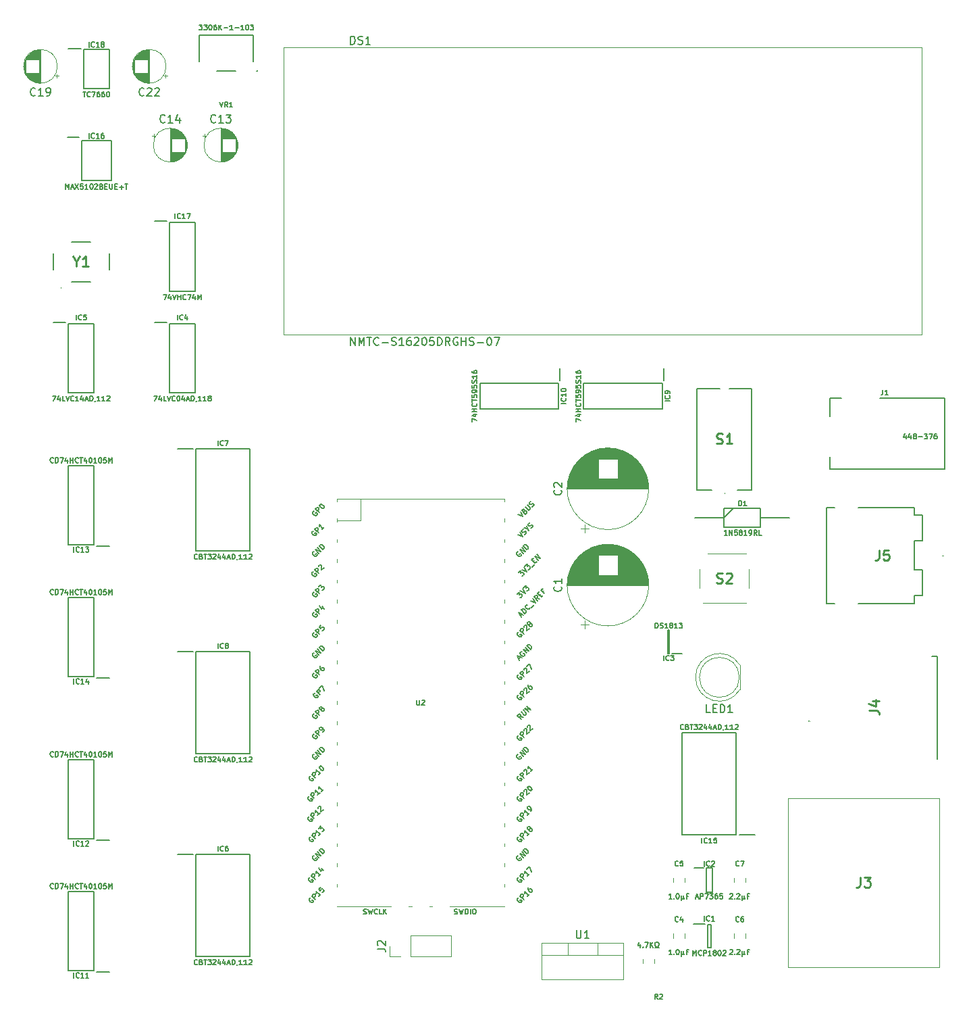
<source format=gbr>
%TF.GenerationSoftware,KiCad,Pcbnew,(6.0.5)*%
%TF.CreationDate,2023-06-11T10:02:41+02:00*%
%TF.ProjectId,Pico Sound,5069636f-2053-46f7-956e-642e6b696361,rev?*%
%TF.SameCoordinates,Original*%
%TF.FileFunction,Legend,Top*%
%TF.FilePolarity,Positive*%
%FSLAX46Y46*%
G04 Gerber Fmt 4.6, Leading zero omitted, Abs format (unit mm)*
G04 Created by KiCad (PCBNEW (6.0.5)) date 2023-06-11 10:02:41*
%MOMM*%
%LPD*%
G01*
G04 APERTURE LIST*
%ADD10C,0.150000*%
%ADD11C,0.254000*%
%ADD12C,0.200000*%
%ADD13C,0.120000*%
%ADD14C,0.100000*%
G04 APERTURE END LIST*
D10*
%TO.C,IC15*%
X210532738Y-145194261D02*
X210532738Y-144559261D01*
X211197976Y-145133785D02*
X211167738Y-145164023D01*
X211077023Y-145194261D01*
X211016547Y-145194261D01*
X210925833Y-145164023D01*
X210865357Y-145103547D01*
X210835119Y-145043071D01*
X210804880Y-144922119D01*
X210804880Y-144831404D01*
X210835119Y-144710452D01*
X210865357Y-144649976D01*
X210925833Y-144589500D01*
X211016547Y-144559261D01*
X211077023Y-144559261D01*
X211167738Y-144589500D01*
X211197976Y-144619738D01*
X211802738Y-145194261D02*
X211439880Y-145194261D01*
X211621309Y-145194261D02*
X211621309Y-144559261D01*
X211560833Y-144649976D01*
X211500357Y-144710452D01*
X211439880Y-144740690D01*
X212377261Y-144559261D02*
X212074880Y-144559261D01*
X212044642Y-144861642D01*
X212074880Y-144831404D01*
X212135357Y-144801166D01*
X212286547Y-144801166D01*
X212347023Y-144831404D01*
X212377261Y-144861642D01*
X212407500Y-144922119D01*
X212407500Y-145073309D01*
X212377261Y-145133785D01*
X212347023Y-145164023D01*
X212286547Y-145194261D01*
X212135357Y-145194261D01*
X212074880Y-145164023D01*
X212044642Y-145133785D01*
X208234642Y-130909785D02*
X208204404Y-130940023D01*
X208113690Y-130970261D01*
X208053214Y-130970261D01*
X207962500Y-130940023D01*
X207902023Y-130879547D01*
X207871785Y-130819071D01*
X207841547Y-130698119D01*
X207841547Y-130607404D01*
X207871785Y-130486452D01*
X207902023Y-130425976D01*
X207962500Y-130365500D01*
X208053214Y-130335261D01*
X208113690Y-130335261D01*
X208204404Y-130365500D01*
X208234642Y-130395738D01*
X208718452Y-130637642D02*
X208809166Y-130667880D01*
X208839404Y-130698119D01*
X208869642Y-130758595D01*
X208869642Y-130849309D01*
X208839404Y-130909785D01*
X208809166Y-130940023D01*
X208748690Y-130970261D01*
X208506785Y-130970261D01*
X208506785Y-130335261D01*
X208718452Y-130335261D01*
X208778928Y-130365500D01*
X208809166Y-130395738D01*
X208839404Y-130456214D01*
X208839404Y-130516690D01*
X208809166Y-130577166D01*
X208778928Y-130607404D01*
X208718452Y-130637642D01*
X208506785Y-130637642D01*
X209051071Y-130335261D02*
X209413928Y-130335261D01*
X209232500Y-130970261D02*
X209232500Y-130335261D01*
X209565119Y-130335261D02*
X209958214Y-130335261D01*
X209746547Y-130577166D01*
X209837261Y-130577166D01*
X209897738Y-130607404D01*
X209927976Y-130637642D01*
X209958214Y-130698119D01*
X209958214Y-130849309D01*
X209927976Y-130909785D01*
X209897738Y-130940023D01*
X209837261Y-130970261D01*
X209655833Y-130970261D01*
X209595357Y-130940023D01*
X209565119Y-130909785D01*
X210200119Y-130395738D02*
X210230357Y-130365500D01*
X210290833Y-130335261D01*
X210442023Y-130335261D01*
X210502500Y-130365500D01*
X210532738Y-130395738D01*
X210562976Y-130456214D01*
X210562976Y-130516690D01*
X210532738Y-130607404D01*
X210169880Y-130970261D01*
X210562976Y-130970261D01*
X211107261Y-130546928D02*
X211107261Y-130970261D01*
X210956071Y-130305023D02*
X210804880Y-130758595D01*
X211197976Y-130758595D01*
X211712023Y-130546928D02*
X211712023Y-130970261D01*
X211560833Y-130305023D02*
X211409642Y-130758595D01*
X211802738Y-130758595D01*
X212014404Y-130788833D02*
X212316785Y-130788833D01*
X211953928Y-130970261D02*
X212165595Y-130335261D01*
X212377261Y-130970261D01*
X212588928Y-130970261D02*
X212588928Y-130335261D01*
X212740119Y-130335261D01*
X212830833Y-130365500D01*
X212891309Y-130425976D01*
X212921547Y-130486452D01*
X212951785Y-130607404D01*
X212951785Y-130698119D01*
X212921547Y-130819071D01*
X212891309Y-130879547D01*
X212830833Y-130940023D01*
X212740119Y-130970261D01*
X212588928Y-130970261D01*
X213254166Y-130940023D02*
X213254166Y-130970261D01*
X213223928Y-131030738D01*
X213193690Y-131060976D01*
X213858928Y-130970261D02*
X213496071Y-130970261D01*
X213677500Y-130970261D02*
X213677500Y-130335261D01*
X213617023Y-130425976D01*
X213556547Y-130486452D01*
X213496071Y-130516690D01*
X214463690Y-130970261D02*
X214100833Y-130970261D01*
X214282261Y-130970261D02*
X214282261Y-130335261D01*
X214221785Y-130425976D01*
X214161309Y-130486452D01*
X214100833Y-130516690D01*
X214705595Y-130395738D02*
X214735833Y-130365500D01*
X214796309Y-130335261D01*
X214947500Y-130335261D01*
X215007976Y-130365500D01*
X215038214Y-130395738D01*
X215068452Y-130456214D01*
X215068452Y-130516690D01*
X215038214Y-130607404D01*
X214675357Y-130970261D01*
X215068452Y-130970261D01*
%TO.C,IC18*%
X133697738Y-45499261D02*
X133697738Y-44864261D01*
X134362976Y-45438785D02*
X134332738Y-45469023D01*
X134242023Y-45499261D01*
X134181547Y-45499261D01*
X134090833Y-45469023D01*
X134030357Y-45408547D01*
X134000119Y-45348071D01*
X133969880Y-45227119D01*
X133969880Y-45136404D01*
X134000119Y-45015452D01*
X134030357Y-44954976D01*
X134090833Y-44894500D01*
X134181547Y-44864261D01*
X134242023Y-44864261D01*
X134332738Y-44894500D01*
X134362976Y-44924738D01*
X134967738Y-45499261D02*
X134604880Y-45499261D01*
X134786309Y-45499261D02*
X134786309Y-44864261D01*
X134725833Y-44954976D01*
X134665357Y-45015452D01*
X134604880Y-45045690D01*
X135330595Y-45136404D02*
X135270119Y-45106166D01*
X135239880Y-45075928D01*
X135209642Y-45015452D01*
X135209642Y-44985214D01*
X135239880Y-44924738D01*
X135270119Y-44894500D01*
X135330595Y-44864261D01*
X135451547Y-44864261D01*
X135512023Y-44894500D01*
X135542261Y-44924738D01*
X135572500Y-44985214D01*
X135572500Y-45015452D01*
X135542261Y-45075928D01*
X135512023Y-45106166D01*
X135451547Y-45136404D01*
X135330595Y-45136404D01*
X135270119Y-45166642D01*
X135239880Y-45196880D01*
X135209642Y-45257357D01*
X135209642Y-45378309D01*
X135239880Y-45438785D01*
X135270119Y-45469023D01*
X135330595Y-45499261D01*
X135451547Y-45499261D01*
X135512023Y-45469023D01*
X135542261Y-45438785D01*
X135572500Y-45378309D01*
X135572500Y-45257357D01*
X135542261Y-45196880D01*
X135512023Y-45166642D01*
X135451547Y-45136404D01*
X132911547Y-51087261D02*
X133274404Y-51087261D01*
X133092976Y-51722261D02*
X133092976Y-51087261D01*
X133848928Y-51661785D02*
X133818690Y-51692023D01*
X133727976Y-51722261D01*
X133667500Y-51722261D01*
X133576785Y-51692023D01*
X133516309Y-51631547D01*
X133486071Y-51571071D01*
X133455833Y-51450119D01*
X133455833Y-51359404D01*
X133486071Y-51238452D01*
X133516309Y-51177976D01*
X133576785Y-51117500D01*
X133667500Y-51087261D01*
X133727976Y-51087261D01*
X133818690Y-51117500D01*
X133848928Y-51147738D01*
X134060595Y-51087261D02*
X134483928Y-51087261D01*
X134211785Y-51722261D01*
X134997976Y-51087261D02*
X134877023Y-51087261D01*
X134816547Y-51117500D01*
X134786309Y-51147738D01*
X134725833Y-51238452D01*
X134695595Y-51359404D01*
X134695595Y-51601309D01*
X134725833Y-51661785D01*
X134756071Y-51692023D01*
X134816547Y-51722261D01*
X134937500Y-51722261D01*
X134997976Y-51692023D01*
X135028214Y-51661785D01*
X135058452Y-51601309D01*
X135058452Y-51450119D01*
X135028214Y-51389642D01*
X134997976Y-51359404D01*
X134937500Y-51329166D01*
X134816547Y-51329166D01*
X134756071Y-51359404D01*
X134725833Y-51389642D01*
X134695595Y-51450119D01*
X135602738Y-51087261D02*
X135481785Y-51087261D01*
X135421309Y-51117500D01*
X135391071Y-51147738D01*
X135330595Y-51238452D01*
X135300357Y-51359404D01*
X135300357Y-51601309D01*
X135330595Y-51661785D01*
X135360833Y-51692023D01*
X135421309Y-51722261D01*
X135542261Y-51722261D01*
X135602738Y-51692023D01*
X135632976Y-51661785D01*
X135663214Y-51601309D01*
X135663214Y-51450119D01*
X135632976Y-51389642D01*
X135602738Y-51359404D01*
X135542261Y-51329166D01*
X135421309Y-51329166D01*
X135360833Y-51359404D01*
X135330595Y-51389642D01*
X135300357Y-51450119D01*
X136056309Y-51087261D02*
X136116785Y-51087261D01*
X136177261Y-51117500D01*
X136207500Y-51147738D01*
X136237738Y-51208214D01*
X136267976Y-51329166D01*
X136267976Y-51480357D01*
X136237738Y-51601309D01*
X136207500Y-51661785D01*
X136177261Y-51692023D01*
X136116785Y-51722261D01*
X136056309Y-51722261D01*
X135995833Y-51692023D01*
X135965595Y-51661785D01*
X135935357Y-51601309D01*
X135905119Y-51480357D01*
X135905119Y-51329166D01*
X135935357Y-51208214D01*
X135965595Y-51147738D01*
X135995833Y-51117500D01*
X136056309Y-51087261D01*
%TO.C,IC2*%
X210835119Y-148115261D02*
X210835119Y-147480261D01*
X211500357Y-148054785D02*
X211470119Y-148085023D01*
X211379404Y-148115261D01*
X211318928Y-148115261D01*
X211228214Y-148085023D01*
X211167738Y-148024547D01*
X211137500Y-147964071D01*
X211107261Y-147843119D01*
X211107261Y-147752404D01*
X211137500Y-147631452D01*
X211167738Y-147570976D01*
X211228214Y-147510500D01*
X211318928Y-147480261D01*
X211379404Y-147480261D01*
X211470119Y-147510500D01*
X211500357Y-147540738D01*
X211742261Y-147540738D02*
X211772500Y-147510500D01*
X211832976Y-147480261D01*
X211984166Y-147480261D01*
X212044642Y-147510500D01*
X212074880Y-147540738D01*
X212105119Y-147601214D01*
X212105119Y-147661690D01*
X212074880Y-147752404D01*
X211712023Y-148115261D01*
X212105119Y-148115261D01*
X209776785Y-151997833D02*
X210079166Y-151997833D01*
X209716309Y-152179261D02*
X209927976Y-151544261D01*
X210139642Y-152179261D01*
X210351309Y-152179261D02*
X210351309Y-151544261D01*
X210593214Y-151544261D01*
X210653690Y-151574500D01*
X210683928Y-151604738D01*
X210714166Y-151665214D01*
X210714166Y-151755928D01*
X210683928Y-151816404D01*
X210653690Y-151846642D01*
X210593214Y-151876880D01*
X210351309Y-151876880D01*
X210925833Y-151544261D02*
X211349166Y-151544261D01*
X211077023Y-152179261D01*
X211530595Y-151544261D02*
X211923690Y-151544261D01*
X211712023Y-151786166D01*
X211802738Y-151786166D01*
X211863214Y-151816404D01*
X211893452Y-151846642D01*
X211923690Y-151907119D01*
X211923690Y-152058309D01*
X211893452Y-152118785D01*
X211863214Y-152149023D01*
X211802738Y-152179261D01*
X211621309Y-152179261D01*
X211560833Y-152149023D01*
X211530595Y-152118785D01*
X212467976Y-151544261D02*
X212347023Y-151544261D01*
X212286547Y-151574500D01*
X212256309Y-151604738D01*
X212195833Y-151695452D01*
X212165595Y-151816404D01*
X212165595Y-152058309D01*
X212195833Y-152118785D01*
X212226071Y-152149023D01*
X212286547Y-152179261D01*
X212407500Y-152179261D01*
X212467976Y-152149023D01*
X212498214Y-152118785D01*
X212528452Y-152058309D01*
X212528452Y-151907119D01*
X212498214Y-151846642D01*
X212467976Y-151816404D01*
X212407500Y-151786166D01*
X212286547Y-151786166D01*
X212226071Y-151816404D01*
X212195833Y-151846642D01*
X212165595Y-151907119D01*
X213102976Y-151544261D02*
X212800595Y-151544261D01*
X212770357Y-151846642D01*
X212800595Y-151816404D01*
X212861071Y-151786166D01*
X213012261Y-151786166D01*
X213072738Y-151816404D01*
X213102976Y-151846642D01*
X213133214Y-151907119D01*
X213133214Y-152058309D01*
X213102976Y-152118785D01*
X213072738Y-152149023D01*
X213012261Y-152179261D01*
X212861071Y-152179261D01*
X212800595Y-152149023D01*
X212770357Y-152118785D01*
%TO.C,C4*%
X207566166Y-154996785D02*
X207535928Y-155027023D01*
X207445214Y-155057261D01*
X207384738Y-155057261D01*
X207294023Y-155027023D01*
X207233547Y-154966547D01*
X207203309Y-154906071D01*
X207173071Y-154785119D01*
X207173071Y-154694404D01*
X207203309Y-154573452D01*
X207233547Y-154512976D01*
X207294023Y-154452500D01*
X207384738Y-154422261D01*
X207445214Y-154422261D01*
X207535928Y-154452500D01*
X207566166Y-154482738D01*
X208110452Y-154633928D02*
X208110452Y-155057261D01*
X207959261Y-154392023D02*
X207808071Y-154845595D01*
X208201166Y-154845595D01*
X206768095Y-159164261D02*
X206405238Y-159164261D01*
X206586666Y-159164261D02*
X206586666Y-158529261D01*
X206526190Y-158619976D01*
X206465714Y-158680452D01*
X206405238Y-158710690D01*
X207040238Y-159103785D02*
X207070476Y-159134023D01*
X207040238Y-159164261D01*
X207010000Y-159134023D01*
X207040238Y-159103785D01*
X207040238Y-159164261D01*
X207463571Y-158529261D02*
X207524047Y-158529261D01*
X207584523Y-158559500D01*
X207614761Y-158589738D01*
X207645000Y-158650214D01*
X207675238Y-158771166D01*
X207675238Y-158922357D01*
X207645000Y-159043309D01*
X207614761Y-159103785D01*
X207584523Y-159134023D01*
X207524047Y-159164261D01*
X207463571Y-159164261D01*
X207403095Y-159134023D01*
X207372857Y-159103785D01*
X207342619Y-159043309D01*
X207312380Y-158922357D01*
X207312380Y-158771166D01*
X207342619Y-158650214D01*
X207372857Y-158589738D01*
X207403095Y-158559500D01*
X207463571Y-158529261D01*
X207947380Y-158740928D02*
X207947380Y-159375928D01*
X208249761Y-159073547D02*
X208280000Y-159134023D01*
X208340476Y-159164261D01*
X207947380Y-159073547D02*
X207977619Y-159134023D01*
X208038095Y-159164261D01*
X208159047Y-159164261D01*
X208219523Y-159134023D01*
X208249761Y-159073547D01*
X208249761Y-158740928D01*
X208824285Y-158831642D02*
X208612619Y-158831642D01*
X208612619Y-159164261D02*
X208612619Y-158529261D01*
X208915000Y-158529261D01*
%TO.C,U1*%
X194818095Y-156147380D02*
X194818095Y-156956904D01*
X194865714Y-157052142D01*
X194913333Y-157099761D01*
X195008571Y-157147380D01*
X195199047Y-157147380D01*
X195294285Y-157099761D01*
X195341904Y-157052142D01*
X195389523Y-156956904D01*
X195389523Y-156147380D01*
X196389523Y-157147380D02*
X195818095Y-157147380D01*
X196103809Y-157147380D02*
X196103809Y-156147380D01*
X196008571Y-156290238D01*
X195913333Y-156385476D01*
X195818095Y-156433095D01*
D11*
%TO.C,S2*%
X212392380Y-112591547D02*
X212573809Y-112652023D01*
X212876190Y-112652023D01*
X212997142Y-112591547D01*
X213057619Y-112531071D01*
X213118095Y-112410119D01*
X213118095Y-112289166D01*
X213057619Y-112168214D01*
X212997142Y-112107738D01*
X212876190Y-112047261D01*
X212634285Y-111986785D01*
X212513333Y-111926309D01*
X212452857Y-111865833D01*
X212392380Y-111744880D01*
X212392380Y-111623928D01*
X212452857Y-111502976D01*
X212513333Y-111442500D01*
X212634285Y-111382023D01*
X212936666Y-111382023D01*
X213118095Y-111442500D01*
X213601904Y-111502976D02*
X213662380Y-111442500D01*
X213783333Y-111382023D01*
X214085714Y-111382023D01*
X214206666Y-111442500D01*
X214267142Y-111502976D01*
X214327619Y-111623928D01*
X214327619Y-111744880D01*
X214267142Y-111926309D01*
X213541428Y-112652023D01*
X214327619Y-112652023D01*
%TO.C,Y1*%
X132110238Y-72359761D02*
X132110238Y-72964523D01*
X131686904Y-71694523D02*
X132110238Y-72359761D01*
X132533571Y-71694523D01*
X133622142Y-72964523D02*
X132896428Y-72964523D01*
X133259285Y-72964523D02*
X133259285Y-71694523D01*
X133138333Y-71875952D01*
X133017380Y-71996904D01*
X132896428Y-72057380D01*
%TO.C,J4*%
X231514523Y-128593333D02*
X232421666Y-128593333D01*
X232603095Y-128653809D01*
X232724047Y-128774761D01*
X232784523Y-128956190D01*
X232784523Y-129077142D01*
X231937857Y-127444285D02*
X232784523Y-127444285D01*
X231454047Y-127746666D02*
X232361190Y-128049047D01*
X232361190Y-127262857D01*
D10*
%TO.C,IC16*%
X133697738Y-56929261D02*
X133697738Y-56294261D01*
X134362976Y-56868785D02*
X134332738Y-56899023D01*
X134242023Y-56929261D01*
X134181547Y-56929261D01*
X134090833Y-56899023D01*
X134030357Y-56838547D01*
X134000119Y-56778071D01*
X133969880Y-56657119D01*
X133969880Y-56566404D01*
X134000119Y-56445452D01*
X134030357Y-56384976D01*
X134090833Y-56324500D01*
X134181547Y-56294261D01*
X134242023Y-56294261D01*
X134332738Y-56324500D01*
X134362976Y-56354738D01*
X134967738Y-56929261D02*
X134604880Y-56929261D01*
X134786309Y-56929261D02*
X134786309Y-56294261D01*
X134725833Y-56384976D01*
X134665357Y-56445452D01*
X134604880Y-56475690D01*
X135512023Y-56294261D02*
X135391071Y-56294261D01*
X135330595Y-56324500D01*
X135300357Y-56354738D01*
X135239880Y-56445452D01*
X135209642Y-56566404D01*
X135209642Y-56808309D01*
X135239880Y-56868785D01*
X135270119Y-56899023D01*
X135330595Y-56929261D01*
X135451547Y-56929261D01*
X135512023Y-56899023D01*
X135542261Y-56868785D01*
X135572500Y-56808309D01*
X135572500Y-56657119D01*
X135542261Y-56596642D01*
X135512023Y-56566404D01*
X135451547Y-56536166D01*
X135330595Y-56536166D01*
X135270119Y-56566404D01*
X135239880Y-56596642D01*
X135209642Y-56657119D01*
X130764642Y-63279261D02*
X130764642Y-62644261D01*
X130976309Y-63097833D01*
X131187976Y-62644261D01*
X131187976Y-63279261D01*
X131460119Y-63097833D02*
X131762500Y-63097833D01*
X131399642Y-63279261D02*
X131611309Y-62644261D01*
X131822976Y-63279261D01*
X131974166Y-62644261D02*
X132397500Y-63279261D01*
X132397500Y-62644261D02*
X131974166Y-63279261D01*
X132941785Y-62644261D02*
X132639404Y-62644261D01*
X132609166Y-62946642D01*
X132639404Y-62916404D01*
X132699880Y-62886166D01*
X132851071Y-62886166D01*
X132911547Y-62916404D01*
X132941785Y-62946642D01*
X132972023Y-63007119D01*
X132972023Y-63158309D01*
X132941785Y-63218785D01*
X132911547Y-63249023D01*
X132851071Y-63279261D01*
X132699880Y-63279261D01*
X132639404Y-63249023D01*
X132609166Y-63218785D01*
X133576785Y-63279261D02*
X133213928Y-63279261D01*
X133395357Y-63279261D02*
X133395357Y-62644261D01*
X133334880Y-62734976D01*
X133274404Y-62795452D01*
X133213928Y-62825690D01*
X133969880Y-62644261D02*
X134030357Y-62644261D01*
X134090833Y-62674500D01*
X134121071Y-62704738D01*
X134151309Y-62765214D01*
X134181547Y-62886166D01*
X134181547Y-63037357D01*
X134151309Y-63158309D01*
X134121071Y-63218785D01*
X134090833Y-63249023D01*
X134030357Y-63279261D01*
X133969880Y-63279261D01*
X133909404Y-63249023D01*
X133879166Y-63218785D01*
X133848928Y-63158309D01*
X133818690Y-63037357D01*
X133818690Y-62886166D01*
X133848928Y-62765214D01*
X133879166Y-62704738D01*
X133909404Y-62674500D01*
X133969880Y-62644261D01*
X134423452Y-62704738D02*
X134453690Y-62674500D01*
X134514166Y-62644261D01*
X134665357Y-62644261D01*
X134725833Y-62674500D01*
X134756071Y-62704738D01*
X134786309Y-62765214D01*
X134786309Y-62825690D01*
X134756071Y-62916404D01*
X134393214Y-63279261D01*
X134786309Y-63279261D01*
X135270119Y-62946642D02*
X135360833Y-62976880D01*
X135391071Y-63007119D01*
X135421309Y-63067595D01*
X135421309Y-63158309D01*
X135391071Y-63218785D01*
X135360833Y-63249023D01*
X135300357Y-63279261D01*
X135058452Y-63279261D01*
X135058452Y-62644261D01*
X135270119Y-62644261D01*
X135330595Y-62674500D01*
X135360833Y-62704738D01*
X135391071Y-62765214D01*
X135391071Y-62825690D01*
X135360833Y-62886166D01*
X135330595Y-62916404D01*
X135270119Y-62946642D01*
X135058452Y-62946642D01*
X135693452Y-62946642D02*
X135905119Y-62946642D01*
X135995833Y-63279261D02*
X135693452Y-63279261D01*
X135693452Y-62644261D01*
X135995833Y-62644261D01*
X136267976Y-62644261D02*
X136267976Y-63158309D01*
X136298214Y-63218785D01*
X136328452Y-63249023D01*
X136388928Y-63279261D01*
X136509880Y-63279261D01*
X136570357Y-63249023D01*
X136600595Y-63218785D01*
X136630833Y-63158309D01*
X136630833Y-62644261D01*
X136933214Y-62946642D02*
X137144880Y-62946642D01*
X137235595Y-63279261D02*
X136933214Y-63279261D01*
X136933214Y-62644261D01*
X137235595Y-62644261D01*
X137507738Y-63037357D02*
X137991547Y-63037357D01*
X137749642Y-63279261D02*
X137749642Y-62795452D01*
X138203214Y-62644261D02*
X138566071Y-62644261D01*
X138384642Y-63279261D02*
X138384642Y-62644261D01*
%TO.C,IC10*%
X193517761Y-90139761D02*
X192882761Y-90139761D01*
X193457285Y-89474523D02*
X193487523Y-89504761D01*
X193517761Y-89595476D01*
X193517761Y-89655952D01*
X193487523Y-89746666D01*
X193427047Y-89807142D01*
X193366571Y-89837380D01*
X193245619Y-89867619D01*
X193154904Y-89867619D01*
X193033952Y-89837380D01*
X192973476Y-89807142D01*
X192913000Y-89746666D01*
X192882761Y-89655952D01*
X192882761Y-89595476D01*
X192913000Y-89504761D01*
X192943238Y-89474523D01*
X193517761Y-88869761D02*
X193517761Y-89232619D01*
X193517761Y-89051190D02*
X192882761Y-89051190D01*
X192973476Y-89111666D01*
X193033952Y-89172142D01*
X193064190Y-89232619D01*
X192882761Y-88476666D02*
X192882761Y-88416190D01*
X192913000Y-88355714D01*
X192943238Y-88325476D01*
X193003714Y-88295238D01*
X193124666Y-88265000D01*
X193275857Y-88265000D01*
X193396809Y-88295238D01*
X193457285Y-88325476D01*
X193487523Y-88355714D01*
X193517761Y-88416190D01*
X193517761Y-88476666D01*
X193487523Y-88537142D01*
X193457285Y-88567380D01*
X193396809Y-88597619D01*
X193275857Y-88627857D01*
X193124666Y-88627857D01*
X193003714Y-88597619D01*
X192943238Y-88567380D01*
X192913000Y-88537142D01*
X192882761Y-88476666D01*
X181706761Y-92437857D02*
X181706761Y-92014523D01*
X182341761Y-92286666D01*
X181918428Y-91500476D02*
X182341761Y-91500476D01*
X181676523Y-91651666D02*
X182130095Y-91802857D01*
X182130095Y-91409761D01*
X182341761Y-91167857D02*
X181706761Y-91167857D01*
X182009142Y-91167857D02*
X182009142Y-90805000D01*
X182341761Y-90805000D02*
X181706761Y-90805000D01*
X182281285Y-90139761D02*
X182311523Y-90170000D01*
X182341761Y-90260714D01*
X182341761Y-90321190D01*
X182311523Y-90411904D01*
X182251047Y-90472380D01*
X182190571Y-90502619D01*
X182069619Y-90532857D01*
X181978904Y-90532857D01*
X181857952Y-90502619D01*
X181797476Y-90472380D01*
X181737000Y-90411904D01*
X181706761Y-90321190D01*
X181706761Y-90260714D01*
X181737000Y-90170000D01*
X181767238Y-90139761D01*
X181706761Y-89958333D02*
X181706761Y-89595476D01*
X182341761Y-89776904D02*
X181706761Y-89776904D01*
X181706761Y-89081428D02*
X181706761Y-89383809D01*
X182009142Y-89414047D01*
X181978904Y-89383809D01*
X181948666Y-89323333D01*
X181948666Y-89172142D01*
X181978904Y-89111666D01*
X182009142Y-89081428D01*
X182069619Y-89051190D01*
X182220809Y-89051190D01*
X182281285Y-89081428D01*
X182311523Y-89111666D01*
X182341761Y-89172142D01*
X182341761Y-89323333D01*
X182311523Y-89383809D01*
X182281285Y-89414047D01*
X182341761Y-88748809D02*
X182341761Y-88627857D01*
X182311523Y-88567380D01*
X182281285Y-88537142D01*
X182190571Y-88476666D01*
X182069619Y-88446428D01*
X181827714Y-88446428D01*
X181767238Y-88476666D01*
X181737000Y-88506904D01*
X181706761Y-88567380D01*
X181706761Y-88688333D01*
X181737000Y-88748809D01*
X181767238Y-88779047D01*
X181827714Y-88809285D01*
X181978904Y-88809285D01*
X182039380Y-88779047D01*
X182069619Y-88748809D01*
X182099857Y-88688333D01*
X182099857Y-88567380D01*
X182069619Y-88506904D01*
X182039380Y-88476666D01*
X181978904Y-88446428D01*
X181706761Y-87871904D02*
X181706761Y-88174285D01*
X182009142Y-88204523D01*
X181978904Y-88174285D01*
X181948666Y-88113809D01*
X181948666Y-87962619D01*
X181978904Y-87902142D01*
X182009142Y-87871904D01*
X182069619Y-87841666D01*
X182220809Y-87841666D01*
X182281285Y-87871904D01*
X182311523Y-87902142D01*
X182341761Y-87962619D01*
X182341761Y-88113809D01*
X182311523Y-88174285D01*
X182281285Y-88204523D01*
X182311523Y-87599761D02*
X182341761Y-87509047D01*
X182341761Y-87357857D01*
X182311523Y-87297380D01*
X182281285Y-87267142D01*
X182220809Y-87236904D01*
X182160333Y-87236904D01*
X182099857Y-87267142D01*
X182069619Y-87297380D01*
X182039380Y-87357857D01*
X182009142Y-87478809D01*
X181978904Y-87539285D01*
X181948666Y-87569523D01*
X181888190Y-87599761D01*
X181827714Y-87599761D01*
X181767238Y-87569523D01*
X181737000Y-87539285D01*
X181706761Y-87478809D01*
X181706761Y-87327619D01*
X181737000Y-87236904D01*
X182341761Y-86632142D02*
X182341761Y-86995000D01*
X182341761Y-86813571D02*
X181706761Y-86813571D01*
X181797476Y-86874047D01*
X181857952Y-86934523D01*
X181888190Y-86995000D01*
X181706761Y-86087857D02*
X181706761Y-86208809D01*
X181737000Y-86269285D01*
X181767238Y-86299523D01*
X181857952Y-86360000D01*
X181978904Y-86390238D01*
X182220809Y-86390238D01*
X182281285Y-86360000D01*
X182311523Y-86329761D01*
X182341761Y-86269285D01*
X182341761Y-86148333D01*
X182311523Y-86087857D01*
X182281285Y-86057619D01*
X182220809Y-86027380D01*
X182069619Y-86027380D01*
X182009142Y-86057619D01*
X181978904Y-86087857D01*
X181948666Y-86148333D01*
X181948666Y-86269285D01*
X181978904Y-86329761D01*
X182009142Y-86360000D01*
X182069619Y-86390238D01*
%TO.C,C7*%
X215186166Y-148011785D02*
X215155928Y-148042023D01*
X215065214Y-148072261D01*
X215004738Y-148072261D01*
X214914023Y-148042023D01*
X214853547Y-147981547D01*
X214823309Y-147921071D01*
X214793071Y-147800119D01*
X214793071Y-147709404D01*
X214823309Y-147588452D01*
X214853547Y-147527976D01*
X214914023Y-147467500D01*
X215004738Y-147437261D01*
X215065214Y-147437261D01*
X215155928Y-147467500D01*
X215186166Y-147497738D01*
X215397833Y-147437261D02*
X215821166Y-147437261D01*
X215549023Y-148072261D01*
X214025238Y-151604738D02*
X214055476Y-151574500D01*
X214115952Y-151544261D01*
X214267142Y-151544261D01*
X214327619Y-151574500D01*
X214357857Y-151604738D01*
X214388095Y-151665214D01*
X214388095Y-151725690D01*
X214357857Y-151816404D01*
X213995000Y-152179261D01*
X214388095Y-152179261D01*
X214660238Y-152118785D02*
X214690476Y-152149023D01*
X214660238Y-152179261D01*
X214630000Y-152149023D01*
X214660238Y-152118785D01*
X214660238Y-152179261D01*
X214932380Y-151604738D02*
X214962619Y-151574500D01*
X215023095Y-151544261D01*
X215174285Y-151544261D01*
X215234761Y-151574500D01*
X215265000Y-151604738D01*
X215295238Y-151665214D01*
X215295238Y-151725690D01*
X215265000Y-151816404D01*
X214902142Y-152179261D01*
X215295238Y-152179261D01*
X215567380Y-151755928D02*
X215567380Y-152390928D01*
X215869761Y-152088547D02*
X215900000Y-152149023D01*
X215960476Y-152179261D01*
X215567380Y-152088547D02*
X215597619Y-152149023D01*
X215658095Y-152179261D01*
X215779047Y-152179261D01*
X215839523Y-152149023D01*
X215869761Y-152088547D01*
X215869761Y-151755928D01*
X216444285Y-151846642D02*
X216232619Y-151846642D01*
X216232619Y-152179261D02*
X216232619Y-151544261D01*
X216535000Y-151544261D01*
%TO.C,VR1*%
X150088452Y-52363261D02*
X150300119Y-52998261D01*
X150511785Y-52363261D01*
X151086309Y-52998261D02*
X150874642Y-52695880D01*
X150723452Y-52998261D02*
X150723452Y-52363261D01*
X150965357Y-52363261D01*
X151025833Y-52393500D01*
X151056071Y-52423738D01*
X151086309Y-52484214D01*
X151086309Y-52574928D01*
X151056071Y-52635404D01*
X151025833Y-52665642D01*
X150965357Y-52695880D01*
X150723452Y-52695880D01*
X151691071Y-52998261D02*
X151328214Y-52998261D01*
X151509642Y-52998261D02*
X151509642Y-52363261D01*
X151449166Y-52453976D01*
X151388690Y-52514452D01*
X151328214Y-52544690D01*
X147487976Y-42711261D02*
X147881071Y-42711261D01*
X147669404Y-42953166D01*
X147760119Y-42953166D01*
X147820595Y-42983404D01*
X147850833Y-43013642D01*
X147881071Y-43074119D01*
X147881071Y-43225309D01*
X147850833Y-43285785D01*
X147820595Y-43316023D01*
X147760119Y-43346261D01*
X147578690Y-43346261D01*
X147518214Y-43316023D01*
X147487976Y-43285785D01*
X148092738Y-42711261D02*
X148485833Y-42711261D01*
X148274166Y-42953166D01*
X148364880Y-42953166D01*
X148425357Y-42983404D01*
X148455595Y-43013642D01*
X148485833Y-43074119D01*
X148485833Y-43225309D01*
X148455595Y-43285785D01*
X148425357Y-43316023D01*
X148364880Y-43346261D01*
X148183452Y-43346261D01*
X148122976Y-43316023D01*
X148092738Y-43285785D01*
X148878928Y-42711261D02*
X148939404Y-42711261D01*
X148999880Y-42741500D01*
X149030119Y-42771738D01*
X149060357Y-42832214D01*
X149090595Y-42953166D01*
X149090595Y-43104357D01*
X149060357Y-43225309D01*
X149030119Y-43285785D01*
X148999880Y-43316023D01*
X148939404Y-43346261D01*
X148878928Y-43346261D01*
X148818452Y-43316023D01*
X148788214Y-43285785D01*
X148757976Y-43225309D01*
X148727738Y-43104357D01*
X148727738Y-42953166D01*
X148757976Y-42832214D01*
X148788214Y-42771738D01*
X148818452Y-42741500D01*
X148878928Y-42711261D01*
X149634880Y-42711261D02*
X149513928Y-42711261D01*
X149453452Y-42741500D01*
X149423214Y-42771738D01*
X149362738Y-42862452D01*
X149332500Y-42983404D01*
X149332500Y-43225309D01*
X149362738Y-43285785D01*
X149392976Y-43316023D01*
X149453452Y-43346261D01*
X149574404Y-43346261D01*
X149634880Y-43316023D01*
X149665119Y-43285785D01*
X149695357Y-43225309D01*
X149695357Y-43074119D01*
X149665119Y-43013642D01*
X149634880Y-42983404D01*
X149574404Y-42953166D01*
X149453452Y-42953166D01*
X149392976Y-42983404D01*
X149362738Y-43013642D01*
X149332500Y-43074119D01*
X149967500Y-43346261D02*
X149967500Y-42711261D01*
X150330357Y-43346261D02*
X150058214Y-42983404D01*
X150330357Y-42711261D02*
X149967500Y-43074119D01*
X150602500Y-43104357D02*
X151086309Y-43104357D01*
X151721309Y-43346261D02*
X151358452Y-43346261D01*
X151539880Y-43346261D02*
X151539880Y-42711261D01*
X151479404Y-42801976D01*
X151418928Y-42862452D01*
X151358452Y-42892690D01*
X151993452Y-43104357D02*
X152477261Y-43104357D01*
X153112261Y-43346261D02*
X152749404Y-43346261D01*
X152930833Y-43346261D02*
X152930833Y-42711261D01*
X152870357Y-42801976D01*
X152809880Y-42862452D01*
X152749404Y-42892690D01*
X153505357Y-42711261D02*
X153565833Y-42711261D01*
X153626309Y-42741500D01*
X153656547Y-42771738D01*
X153686785Y-42832214D01*
X153717023Y-42953166D01*
X153717023Y-43104357D01*
X153686785Y-43225309D01*
X153656547Y-43285785D01*
X153626309Y-43316023D01*
X153565833Y-43346261D01*
X153505357Y-43346261D01*
X153444880Y-43316023D01*
X153414642Y-43285785D01*
X153384404Y-43225309D01*
X153354166Y-43104357D01*
X153354166Y-42953166D01*
X153384404Y-42832214D01*
X153414642Y-42771738D01*
X153444880Y-42741500D01*
X153505357Y-42711261D01*
X153928690Y-42711261D02*
X154321785Y-42711261D01*
X154110119Y-42953166D01*
X154200833Y-42953166D01*
X154261309Y-42983404D01*
X154291547Y-43013642D01*
X154321785Y-43074119D01*
X154321785Y-43225309D01*
X154291547Y-43285785D01*
X154261309Y-43316023D01*
X154200833Y-43346261D01*
X154019404Y-43346261D01*
X153958928Y-43316023D01*
X153928690Y-43285785D01*
%TO.C,IC1*%
X210835119Y-154973261D02*
X210835119Y-154338261D01*
X211500357Y-154912785D02*
X211470119Y-154943023D01*
X211379404Y-154973261D01*
X211318928Y-154973261D01*
X211228214Y-154943023D01*
X211167738Y-154882547D01*
X211137500Y-154822071D01*
X211107261Y-154701119D01*
X211107261Y-154610404D01*
X211137500Y-154489452D01*
X211167738Y-154428976D01*
X211228214Y-154368500D01*
X211318928Y-154338261D01*
X211379404Y-154338261D01*
X211470119Y-154368500D01*
X211500357Y-154398738D01*
X212105119Y-154973261D02*
X211742261Y-154973261D01*
X211923690Y-154973261D02*
X211923690Y-154338261D01*
X211863214Y-154428976D01*
X211802738Y-154489452D01*
X211742261Y-154519690D01*
X209398809Y-159291261D02*
X209398809Y-158656261D01*
X209610476Y-159109833D01*
X209822142Y-158656261D01*
X209822142Y-159291261D01*
X210487380Y-159230785D02*
X210457142Y-159261023D01*
X210366428Y-159291261D01*
X210305952Y-159291261D01*
X210215238Y-159261023D01*
X210154761Y-159200547D01*
X210124523Y-159140071D01*
X210094285Y-159019119D01*
X210094285Y-158928404D01*
X210124523Y-158807452D01*
X210154761Y-158746976D01*
X210215238Y-158686500D01*
X210305952Y-158656261D01*
X210366428Y-158656261D01*
X210457142Y-158686500D01*
X210487380Y-158716738D01*
X210759523Y-159291261D02*
X210759523Y-158656261D01*
X211001428Y-158656261D01*
X211061904Y-158686500D01*
X211092142Y-158716738D01*
X211122380Y-158777214D01*
X211122380Y-158867928D01*
X211092142Y-158928404D01*
X211061904Y-158958642D01*
X211001428Y-158988880D01*
X210759523Y-158988880D01*
X211727142Y-159291261D02*
X211364285Y-159291261D01*
X211545714Y-159291261D02*
X211545714Y-158656261D01*
X211485238Y-158746976D01*
X211424761Y-158807452D01*
X211364285Y-158837690D01*
X212090000Y-158928404D02*
X212029523Y-158898166D01*
X211999285Y-158867928D01*
X211969047Y-158807452D01*
X211969047Y-158777214D01*
X211999285Y-158716738D01*
X212029523Y-158686500D01*
X212090000Y-158656261D01*
X212210952Y-158656261D01*
X212271428Y-158686500D01*
X212301666Y-158716738D01*
X212331904Y-158777214D01*
X212331904Y-158807452D01*
X212301666Y-158867928D01*
X212271428Y-158898166D01*
X212210952Y-158928404D01*
X212090000Y-158928404D01*
X212029523Y-158958642D01*
X211999285Y-158988880D01*
X211969047Y-159049357D01*
X211969047Y-159170309D01*
X211999285Y-159230785D01*
X212029523Y-159261023D01*
X212090000Y-159291261D01*
X212210952Y-159291261D01*
X212271428Y-159261023D01*
X212301666Y-159230785D01*
X212331904Y-159170309D01*
X212331904Y-159049357D01*
X212301666Y-158988880D01*
X212271428Y-158958642D01*
X212210952Y-158928404D01*
X212725000Y-158656261D02*
X212785476Y-158656261D01*
X212845952Y-158686500D01*
X212876190Y-158716738D01*
X212906428Y-158777214D01*
X212936666Y-158898166D01*
X212936666Y-159049357D01*
X212906428Y-159170309D01*
X212876190Y-159230785D01*
X212845952Y-159261023D01*
X212785476Y-159291261D01*
X212725000Y-159291261D01*
X212664523Y-159261023D01*
X212634285Y-159230785D01*
X212604047Y-159170309D01*
X212573809Y-159049357D01*
X212573809Y-158898166D01*
X212604047Y-158777214D01*
X212634285Y-158716738D01*
X212664523Y-158686500D01*
X212725000Y-158656261D01*
X213178571Y-158716738D02*
X213208809Y-158686500D01*
X213269285Y-158656261D01*
X213420476Y-158656261D01*
X213480952Y-158686500D01*
X213511190Y-158716738D01*
X213541428Y-158777214D01*
X213541428Y-158837690D01*
X213511190Y-158928404D01*
X213148333Y-159291261D01*
X213541428Y-159291261D01*
%TO.C,IC12*%
X131792738Y-145575261D02*
X131792738Y-144940261D01*
X132457976Y-145514785D02*
X132427738Y-145545023D01*
X132337023Y-145575261D01*
X132276547Y-145575261D01*
X132185833Y-145545023D01*
X132125357Y-145484547D01*
X132095119Y-145424071D01*
X132064880Y-145303119D01*
X132064880Y-145212404D01*
X132095119Y-145091452D01*
X132125357Y-145030976D01*
X132185833Y-144970500D01*
X132276547Y-144940261D01*
X132337023Y-144940261D01*
X132427738Y-144970500D01*
X132457976Y-145000738D01*
X133062738Y-145575261D02*
X132699880Y-145575261D01*
X132881309Y-145575261D02*
X132881309Y-144940261D01*
X132820833Y-145030976D01*
X132760357Y-145091452D01*
X132699880Y-145121690D01*
X133304642Y-145000738D02*
X133334880Y-144970500D01*
X133395357Y-144940261D01*
X133546547Y-144940261D01*
X133607023Y-144970500D01*
X133637261Y-145000738D01*
X133667500Y-145061214D01*
X133667500Y-145121690D01*
X133637261Y-145212404D01*
X133274404Y-145575261D01*
X133667500Y-145575261D01*
X129222500Y-134338785D02*
X129192261Y-134369023D01*
X129101547Y-134399261D01*
X129041071Y-134399261D01*
X128950357Y-134369023D01*
X128889880Y-134308547D01*
X128859642Y-134248071D01*
X128829404Y-134127119D01*
X128829404Y-134036404D01*
X128859642Y-133915452D01*
X128889880Y-133854976D01*
X128950357Y-133794500D01*
X129041071Y-133764261D01*
X129101547Y-133764261D01*
X129192261Y-133794500D01*
X129222500Y-133824738D01*
X129494642Y-134399261D02*
X129494642Y-133764261D01*
X129645833Y-133764261D01*
X129736547Y-133794500D01*
X129797023Y-133854976D01*
X129827261Y-133915452D01*
X129857500Y-134036404D01*
X129857500Y-134127119D01*
X129827261Y-134248071D01*
X129797023Y-134308547D01*
X129736547Y-134369023D01*
X129645833Y-134399261D01*
X129494642Y-134399261D01*
X130069166Y-133764261D02*
X130492500Y-133764261D01*
X130220357Y-134399261D01*
X131006547Y-133975928D02*
X131006547Y-134399261D01*
X130855357Y-133734023D02*
X130704166Y-134187595D01*
X131097261Y-134187595D01*
X131339166Y-134399261D02*
X131339166Y-133764261D01*
X131339166Y-134066642D02*
X131702023Y-134066642D01*
X131702023Y-134399261D02*
X131702023Y-133764261D01*
X132367261Y-134338785D02*
X132337023Y-134369023D01*
X132246309Y-134399261D01*
X132185833Y-134399261D01*
X132095119Y-134369023D01*
X132034642Y-134308547D01*
X132004404Y-134248071D01*
X131974166Y-134127119D01*
X131974166Y-134036404D01*
X132004404Y-133915452D01*
X132034642Y-133854976D01*
X132095119Y-133794500D01*
X132185833Y-133764261D01*
X132246309Y-133764261D01*
X132337023Y-133794500D01*
X132367261Y-133824738D01*
X132548690Y-133764261D02*
X132911547Y-133764261D01*
X132730119Y-134399261D02*
X132730119Y-133764261D01*
X133395357Y-133975928D02*
X133395357Y-134399261D01*
X133244166Y-133734023D02*
X133092976Y-134187595D01*
X133486071Y-134187595D01*
X133848928Y-133764261D02*
X133909404Y-133764261D01*
X133969880Y-133794500D01*
X134000119Y-133824738D01*
X134030357Y-133885214D01*
X134060595Y-134006166D01*
X134060595Y-134157357D01*
X134030357Y-134278309D01*
X134000119Y-134338785D01*
X133969880Y-134369023D01*
X133909404Y-134399261D01*
X133848928Y-134399261D01*
X133788452Y-134369023D01*
X133758214Y-134338785D01*
X133727976Y-134278309D01*
X133697738Y-134157357D01*
X133697738Y-134006166D01*
X133727976Y-133885214D01*
X133758214Y-133824738D01*
X133788452Y-133794500D01*
X133848928Y-133764261D01*
X134665357Y-134399261D02*
X134302500Y-134399261D01*
X134483928Y-134399261D02*
X134483928Y-133764261D01*
X134423452Y-133854976D01*
X134362976Y-133915452D01*
X134302500Y-133945690D01*
X135058452Y-133764261D02*
X135118928Y-133764261D01*
X135179404Y-133794500D01*
X135209642Y-133824738D01*
X135239880Y-133885214D01*
X135270119Y-134006166D01*
X135270119Y-134157357D01*
X135239880Y-134278309D01*
X135209642Y-134338785D01*
X135179404Y-134369023D01*
X135118928Y-134399261D01*
X135058452Y-134399261D01*
X134997976Y-134369023D01*
X134967738Y-134338785D01*
X134937500Y-134278309D01*
X134907261Y-134157357D01*
X134907261Y-134006166D01*
X134937500Y-133885214D01*
X134967738Y-133824738D01*
X134997976Y-133794500D01*
X135058452Y-133764261D01*
X135844642Y-133764261D02*
X135542261Y-133764261D01*
X135512023Y-134066642D01*
X135542261Y-134036404D01*
X135602738Y-134006166D01*
X135753928Y-134006166D01*
X135814404Y-134036404D01*
X135844642Y-134066642D01*
X135874880Y-134127119D01*
X135874880Y-134278309D01*
X135844642Y-134338785D01*
X135814404Y-134369023D01*
X135753928Y-134399261D01*
X135602738Y-134399261D01*
X135542261Y-134369023D01*
X135512023Y-134338785D01*
X136147023Y-134399261D02*
X136147023Y-133764261D01*
X136358690Y-134217833D01*
X136570357Y-133764261D01*
X136570357Y-134399261D01*
%TO.C,C14*%
X143232142Y-54892142D02*
X143184523Y-54939761D01*
X143041666Y-54987380D01*
X142946428Y-54987380D01*
X142803571Y-54939761D01*
X142708333Y-54844523D01*
X142660714Y-54749285D01*
X142613095Y-54558809D01*
X142613095Y-54415952D01*
X142660714Y-54225476D01*
X142708333Y-54130238D01*
X142803571Y-54035000D01*
X142946428Y-53987380D01*
X143041666Y-53987380D01*
X143184523Y-54035000D01*
X143232142Y-54082619D01*
X144184523Y-54987380D02*
X143613095Y-54987380D01*
X143898809Y-54987380D02*
X143898809Y-53987380D01*
X143803571Y-54130238D01*
X143708333Y-54225476D01*
X143613095Y-54273095D01*
X145041666Y-54320714D02*
X145041666Y-54987380D01*
X144803571Y-53939761D02*
X144565476Y-54654047D01*
X145184523Y-54654047D01*
%TO.C,C13*%
X149582142Y-54892142D02*
X149534523Y-54939761D01*
X149391666Y-54987380D01*
X149296428Y-54987380D01*
X149153571Y-54939761D01*
X149058333Y-54844523D01*
X149010714Y-54749285D01*
X148963095Y-54558809D01*
X148963095Y-54415952D01*
X149010714Y-54225476D01*
X149058333Y-54130238D01*
X149153571Y-54035000D01*
X149296428Y-53987380D01*
X149391666Y-53987380D01*
X149534523Y-54035000D01*
X149582142Y-54082619D01*
X150534523Y-54987380D02*
X149963095Y-54987380D01*
X150248809Y-54987380D02*
X150248809Y-53987380D01*
X150153571Y-54130238D01*
X150058333Y-54225476D01*
X149963095Y-54273095D01*
X150867857Y-53987380D02*
X151486904Y-53987380D01*
X151153571Y-54368333D01*
X151296428Y-54368333D01*
X151391666Y-54415952D01*
X151439285Y-54463571D01*
X151486904Y-54558809D01*
X151486904Y-54796904D01*
X151439285Y-54892142D01*
X151391666Y-54939761D01*
X151296428Y-54987380D01*
X151010714Y-54987380D01*
X150915476Y-54939761D01*
X150867857Y-54892142D01*
%TO.C,IC14*%
X131792738Y-125255261D02*
X131792738Y-124620261D01*
X132457976Y-125194785D02*
X132427738Y-125225023D01*
X132337023Y-125255261D01*
X132276547Y-125255261D01*
X132185833Y-125225023D01*
X132125357Y-125164547D01*
X132095119Y-125104071D01*
X132064880Y-124983119D01*
X132064880Y-124892404D01*
X132095119Y-124771452D01*
X132125357Y-124710976D01*
X132185833Y-124650500D01*
X132276547Y-124620261D01*
X132337023Y-124620261D01*
X132427738Y-124650500D01*
X132457976Y-124680738D01*
X133062738Y-125255261D02*
X132699880Y-125255261D01*
X132881309Y-125255261D02*
X132881309Y-124620261D01*
X132820833Y-124710976D01*
X132760357Y-124771452D01*
X132699880Y-124801690D01*
X133607023Y-124831928D02*
X133607023Y-125255261D01*
X133455833Y-124590023D02*
X133304642Y-125043595D01*
X133697738Y-125043595D01*
X129222500Y-114018785D02*
X129192261Y-114049023D01*
X129101547Y-114079261D01*
X129041071Y-114079261D01*
X128950357Y-114049023D01*
X128889880Y-113988547D01*
X128859642Y-113928071D01*
X128829404Y-113807119D01*
X128829404Y-113716404D01*
X128859642Y-113595452D01*
X128889880Y-113534976D01*
X128950357Y-113474500D01*
X129041071Y-113444261D01*
X129101547Y-113444261D01*
X129192261Y-113474500D01*
X129222500Y-113504738D01*
X129494642Y-114079261D02*
X129494642Y-113444261D01*
X129645833Y-113444261D01*
X129736547Y-113474500D01*
X129797023Y-113534976D01*
X129827261Y-113595452D01*
X129857500Y-113716404D01*
X129857500Y-113807119D01*
X129827261Y-113928071D01*
X129797023Y-113988547D01*
X129736547Y-114049023D01*
X129645833Y-114079261D01*
X129494642Y-114079261D01*
X130069166Y-113444261D02*
X130492500Y-113444261D01*
X130220357Y-114079261D01*
X131006547Y-113655928D02*
X131006547Y-114079261D01*
X130855357Y-113414023D02*
X130704166Y-113867595D01*
X131097261Y-113867595D01*
X131339166Y-114079261D02*
X131339166Y-113444261D01*
X131339166Y-113746642D02*
X131702023Y-113746642D01*
X131702023Y-114079261D02*
X131702023Y-113444261D01*
X132367261Y-114018785D02*
X132337023Y-114049023D01*
X132246309Y-114079261D01*
X132185833Y-114079261D01*
X132095119Y-114049023D01*
X132034642Y-113988547D01*
X132004404Y-113928071D01*
X131974166Y-113807119D01*
X131974166Y-113716404D01*
X132004404Y-113595452D01*
X132034642Y-113534976D01*
X132095119Y-113474500D01*
X132185833Y-113444261D01*
X132246309Y-113444261D01*
X132337023Y-113474500D01*
X132367261Y-113504738D01*
X132548690Y-113444261D02*
X132911547Y-113444261D01*
X132730119Y-114079261D02*
X132730119Y-113444261D01*
X133395357Y-113655928D02*
X133395357Y-114079261D01*
X133244166Y-113414023D02*
X133092976Y-113867595D01*
X133486071Y-113867595D01*
X133848928Y-113444261D02*
X133909404Y-113444261D01*
X133969880Y-113474500D01*
X134000119Y-113504738D01*
X134030357Y-113565214D01*
X134060595Y-113686166D01*
X134060595Y-113837357D01*
X134030357Y-113958309D01*
X134000119Y-114018785D01*
X133969880Y-114049023D01*
X133909404Y-114079261D01*
X133848928Y-114079261D01*
X133788452Y-114049023D01*
X133758214Y-114018785D01*
X133727976Y-113958309D01*
X133697738Y-113837357D01*
X133697738Y-113686166D01*
X133727976Y-113565214D01*
X133758214Y-113504738D01*
X133788452Y-113474500D01*
X133848928Y-113444261D01*
X134665357Y-114079261D02*
X134302500Y-114079261D01*
X134483928Y-114079261D02*
X134483928Y-113444261D01*
X134423452Y-113534976D01*
X134362976Y-113595452D01*
X134302500Y-113625690D01*
X135058452Y-113444261D02*
X135118928Y-113444261D01*
X135179404Y-113474500D01*
X135209642Y-113504738D01*
X135239880Y-113565214D01*
X135270119Y-113686166D01*
X135270119Y-113837357D01*
X135239880Y-113958309D01*
X135209642Y-114018785D01*
X135179404Y-114049023D01*
X135118928Y-114079261D01*
X135058452Y-114079261D01*
X134997976Y-114049023D01*
X134967738Y-114018785D01*
X134937500Y-113958309D01*
X134907261Y-113837357D01*
X134907261Y-113686166D01*
X134937500Y-113565214D01*
X134967738Y-113504738D01*
X134997976Y-113474500D01*
X135058452Y-113444261D01*
X135844642Y-113444261D02*
X135542261Y-113444261D01*
X135512023Y-113746642D01*
X135542261Y-113716404D01*
X135602738Y-113686166D01*
X135753928Y-113686166D01*
X135814404Y-113716404D01*
X135844642Y-113746642D01*
X135874880Y-113807119D01*
X135874880Y-113958309D01*
X135844642Y-114018785D01*
X135814404Y-114049023D01*
X135753928Y-114079261D01*
X135602738Y-114079261D01*
X135542261Y-114049023D01*
X135512023Y-114018785D01*
X136147023Y-114079261D02*
X136147023Y-113444261D01*
X136358690Y-113897833D01*
X136570357Y-113444261D01*
X136570357Y-114079261D01*
D11*
%TO.C,S1*%
X212392380Y-95129047D02*
X212573809Y-95189523D01*
X212876190Y-95189523D01*
X212997142Y-95129047D01*
X213057619Y-95068571D01*
X213118095Y-94947619D01*
X213118095Y-94826666D01*
X213057619Y-94705714D01*
X212997142Y-94645238D01*
X212876190Y-94584761D01*
X212634285Y-94524285D01*
X212513333Y-94463809D01*
X212452857Y-94403333D01*
X212392380Y-94282380D01*
X212392380Y-94161428D01*
X212452857Y-94040476D01*
X212513333Y-93980000D01*
X212634285Y-93919523D01*
X212936666Y-93919523D01*
X213118095Y-93980000D01*
X214327619Y-95189523D02*
X213601904Y-95189523D01*
X213964761Y-95189523D02*
X213964761Y-93919523D01*
X213843809Y-94100952D01*
X213722857Y-94221904D01*
X213601904Y-94282380D01*
D10*
%TO.C,J2*%
X169842380Y-158448333D02*
X170556666Y-158448333D01*
X170699523Y-158495952D01*
X170794761Y-158591190D01*
X170842380Y-158734047D01*
X170842380Y-158829285D01*
X169937619Y-158019761D02*
X169890000Y-157972142D01*
X169842380Y-157876904D01*
X169842380Y-157638809D01*
X169890000Y-157543571D01*
X169937619Y-157495952D01*
X170032857Y-157448333D01*
X170128095Y-157448333D01*
X170270952Y-157495952D01*
X170842380Y-158067380D01*
X170842380Y-157448333D01*
%TO.C,IC7*%
X149875119Y-95410261D02*
X149875119Y-94775261D01*
X150540357Y-95349785D02*
X150510119Y-95380023D01*
X150419404Y-95410261D01*
X150358928Y-95410261D01*
X150268214Y-95380023D01*
X150207738Y-95319547D01*
X150177500Y-95259071D01*
X150147261Y-95138119D01*
X150147261Y-95047404D01*
X150177500Y-94926452D01*
X150207738Y-94865976D01*
X150268214Y-94805500D01*
X150358928Y-94775261D01*
X150419404Y-94775261D01*
X150510119Y-94805500D01*
X150540357Y-94835738D01*
X150752023Y-94775261D02*
X151175357Y-94775261D01*
X150903214Y-95410261D01*
X147274642Y-109573785D02*
X147244404Y-109604023D01*
X147153690Y-109634261D01*
X147093214Y-109634261D01*
X147002500Y-109604023D01*
X146942023Y-109543547D01*
X146911785Y-109483071D01*
X146881547Y-109362119D01*
X146881547Y-109271404D01*
X146911785Y-109150452D01*
X146942023Y-109089976D01*
X147002500Y-109029500D01*
X147093214Y-108999261D01*
X147153690Y-108999261D01*
X147244404Y-109029500D01*
X147274642Y-109059738D01*
X147758452Y-109301642D02*
X147849166Y-109331880D01*
X147879404Y-109362119D01*
X147909642Y-109422595D01*
X147909642Y-109513309D01*
X147879404Y-109573785D01*
X147849166Y-109604023D01*
X147788690Y-109634261D01*
X147546785Y-109634261D01*
X147546785Y-108999261D01*
X147758452Y-108999261D01*
X147818928Y-109029500D01*
X147849166Y-109059738D01*
X147879404Y-109120214D01*
X147879404Y-109180690D01*
X147849166Y-109241166D01*
X147818928Y-109271404D01*
X147758452Y-109301642D01*
X147546785Y-109301642D01*
X148091071Y-108999261D02*
X148453928Y-108999261D01*
X148272500Y-109634261D02*
X148272500Y-108999261D01*
X148605119Y-108999261D02*
X148998214Y-108999261D01*
X148786547Y-109241166D01*
X148877261Y-109241166D01*
X148937738Y-109271404D01*
X148967976Y-109301642D01*
X148998214Y-109362119D01*
X148998214Y-109513309D01*
X148967976Y-109573785D01*
X148937738Y-109604023D01*
X148877261Y-109634261D01*
X148695833Y-109634261D01*
X148635357Y-109604023D01*
X148605119Y-109573785D01*
X149240119Y-109059738D02*
X149270357Y-109029500D01*
X149330833Y-108999261D01*
X149482023Y-108999261D01*
X149542500Y-109029500D01*
X149572738Y-109059738D01*
X149602976Y-109120214D01*
X149602976Y-109180690D01*
X149572738Y-109271404D01*
X149209880Y-109634261D01*
X149602976Y-109634261D01*
X150147261Y-109210928D02*
X150147261Y-109634261D01*
X149996071Y-108969023D02*
X149844880Y-109422595D01*
X150237976Y-109422595D01*
X150752023Y-109210928D02*
X150752023Y-109634261D01*
X150600833Y-108969023D02*
X150449642Y-109422595D01*
X150842738Y-109422595D01*
X151054404Y-109452833D02*
X151356785Y-109452833D01*
X150993928Y-109634261D02*
X151205595Y-108999261D01*
X151417261Y-109634261D01*
X151628928Y-109634261D02*
X151628928Y-108999261D01*
X151780119Y-108999261D01*
X151870833Y-109029500D01*
X151931309Y-109089976D01*
X151961547Y-109150452D01*
X151991785Y-109271404D01*
X151991785Y-109362119D01*
X151961547Y-109483071D01*
X151931309Y-109543547D01*
X151870833Y-109604023D01*
X151780119Y-109634261D01*
X151628928Y-109634261D01*
X152294166Y-109604023D02*
X152294166Y-109634261D01*
X152263928Y-109694738D01*
X152233690Y-109724976D01*
X152898928Y-109634261D02*
X152536071Y-109634261D01*
X152717500Y-109634261D02*
X152717500Y-108999261D01*
X152657023Y-109089976D01*
X152596547Y-109150452D01*
X152536071Y-109180690D01*
X153503690Y-109634261D02*
X153140833Y-109634261D01*
X153322261Y-109634261D02*
X153322261Y-108999261D01*
X153261785Y-109089976D01*
X153201309Y-109150452D01*
X153140833Y-109180690D01*
X153745595Y-109059738D02*
X153775833Y-109029500D01*
X153836309Y-108999261D01*
X153987500Y-108999261D01*
X154047976Y-109029500D01*
X154078214Y-109059738D01*
X154108452Y-109120214D01*
X154108452Y-109180690D01*
X154078214Y-109271404D01*
X153715357Y-109634261D01*
X154108452Y-109634261D01*
%TO.C,U2*%
X174776190Y-127287261D02*
X174776190Y-127801309D01*
X174806428Y-127861785D01*
X174836666Y-127892023D01*
X174897142Y-127922261D01*
X175018095Y-127922261D01*
X175078571Y-127892023D01*
X175108809Y-127861785D01*
X175139047Y-127801309D01*
X175139047Y-127287261D01*
X175411190Y-127347738D02*
X175441428Y-127317500D01*
X175501904Y-127287261D01*
X175653095Y-127287261D01*
X175713571Y-127317500D01*
X175743809Y-127347738D01*
X175774047Y-127408214D01*
X175774047Y-127468690D01*
X175743809Y-127559404D01*
X175380952Y-127922261D01*
X175774047Y-127922261D01*
X187554954Y-118801032D02*
X187490809Y-118822414D01*
X187426665Y-118886558D01*
X187383902Y-118972085D01*
X187383902Y-119057611D01*
X187405283Y-119121756D01*
X187469428Y-119228663D01*
X187533572Y-119292808D01*
X187640480Y-119356953D01*
X187704625Y-119378334D01*
X187790151Y-119378334D01*
X187875677Y-119335571D01*
X187918441Y-119292808D01*
X187961204Y-119207282D01*
X187961204Y-119164519D01*
X187811533Y-119014848D01*
X187726007Y-119100374D01*
X188196401Y-119014848D02*
X187747388Y-118565835D01*
X187918441Y-118394782D01*
X187982585Y-118373401D01*
X188025348Y-118373401D01*
X188089493Y-118394782D01*
X188153638Y-118458927D01*
X188175019Y-118523072D01*
X188175019Y-118565835D01*
X188153638Y-118629980D01*
X187982585Y-118801032D01*
X188217782Y-118180967D02*
X188217782Y-118138204D01*
X188239164Y-118074059D01*
X188346072Y-117967151D01*
X188410217Y-117945770D01*
X188452980Y-117945770D01*
X188517124Y-117967151D01*
X188559887Y-118009914D01*
X188602651Y-118095441D01*
X188602651Y-118608598D01*
X188880611Y-118330638D01*
X188880611Y-117817480D02*
X188816466Y-117838862D01*
X188773703Y-117838862D01*
X188709558Y-117817480D01*
X188688177Y-117796099D01*
X188666795Y-117731954D01*
X188666795Y-117689191D01*
X188688177Y-117625046D01*
X188773703Y-117539520D01*
X188837848Y-117518138D01*
X188880611Y-117518138D01*
X188944756Y-117539520D01*
X188966137Y-117560902D01*
X188987519Y-117625046D01*
X188987519Y-117667809D01*
X188966137Y-117731954D01*
X188880611Y-117817480D01*
X188859229Y-117881625D01*
X188859229Y-117924388D01*
X188880611Y-117988533D01*
X188966137Y-118074059D01*
X189030282Y-118095441D01*
X189073045Y-118095441D01*
X189137190Y-118074059D01*
X189222716Y-117988533D01*
X189244097Y-117924388D01*
X189244097Y-117881625D01*
X189222716Y-117817480D01*
X189137190Y-117731954D01*
X189073045Y-117710572D01*
X189030282Y-117710572D01*
X188966137Y-117731954D01*
X187597717Y-122150953D02*
X187811533Y-121937137D01*
X187683243Y-122322005D02*
X187383902Y-121723322D01*
X187982585Y-122022663D01*
X187939822Y-121210164D02*
X187875677Y-121231546D01*
X187811533Y-121295690D01*
X187768770Y-121381217D01*
X187768770Y-121466743D01*
X187790151Y-121530887D01*
X187854296Y-121637795D01*
X187918441Y-121701940D01*
X188025348Y-121766085D01*
X188089493Y-121787466D01*
X188175019Y-121787466D01*
X188260546Y-121744703D01*
X188303309Y-121701940D01*
X188346072Y-121616414D01*
X188346072Y-121573651D01*
X188196401Y-121423980D01*
X188110875Y-121509506D01*
X188581269Y-121423980D02*
X188132256Y-120974967D01*
X188837848Y-121167401D01*
X188388835Y-120718388D01*
X189051663Y-120953585D02*
X188602651Y-120504572D01*
X188709558Y-120397665D01*
X188795085Y-120354902D01*
X188880611Y-120354902D01*
X188944756Y-120376283D01*
X189051663Y-120440428D01*
X189115808Y-120504572D01*
X189179953Y-120611480D01*
X189201334Y-120675625D01*
X189201334Y-120761151D01*
X189158571Y-120846677D01*
X189051663Y-120953585D01*
X161446954Y-152075032D02*
X161382809Y-152096414D01*
X161318665Y-152160558D01*
X161275902Y-152246085D01*
X161275902Y-152331611D01*
X161297283Y-152395756D01*
X161361428Y-152502663D01*
X161425572Y-152566808D01*
X161532480Y-152630953D01*
X161596625Y-152652334D01*
X161682151Y-152652334D01*
X161767677Y-152609571D01*
X161810441Y-152566808D01*
X161853204Y-152481282D01*
X161853204Y-152438519D01*
X161703533Y-152288848D01*
X161618007Y-152374374D01*
X162088401Y-152288848D02*
X161639388Y-151839835D01*
X161810441Y-151668782D01*
X161874585Y-151647401D01*
X161917348Y-151647401D01*
X161981493Y-151668782D01*
X162045638Y-151732927D01*
X162067019Y-151797072D01*
X162067019Y-151839835D01*
X162045638Y-151903980D01*
X161874585Y-152075032D01*
X162772611Y-151604638D02*
X162516032Y-151861217D01*
X162644322Y-151732927D02*
X162195309Y-151283914D01*
X162216690Y-151390822D01*
X162216690Y-151476348D01*
X162195309Y-151540493D01*
X162729848Y-150749375D02*
X162516032Y-150963191D01*
X162708466Y-151198388D01*
X162708466Y-151155625D01*
X162729848Y-151091480D01*
X162836756Y-150984572D01*
X162900900Y-150963191D01*
X162943663Y-150963191D01*
X163007808Y-150984572D01*
X163114716Y-151091480D01*
X163136097Y-151155625D01*
X163136097Y-151198388D01*
X163114716Y-151262533D01*
X163007808Y-151369441D01*
X162943663Y-151390822D01*
X162900900Y-151390822D01*
X188131710Y-129439539D02*
X187768224Y-129375394D01*
X187875131Y-129696117D02*
X187426119Y-129247104D01*
X187597171Y-129076052D01*
X187661316Y-129054670D01*
X187704079Y-129054670D01*
X187768224Y-129076052D01*
X187832368Y-129140197D01*
X187853750Y-129204341D01*
X187853750Y-129247104D01*
X187832368Y-129311249D01*
X187661316Y-129482302D01*
X187875131Y-128798092D02*
X188238618Y-129161578D01*
X188302763Y-129182960D01*
X188345526Y-129182960D01*
X188409670Y-129161578D01*
X188495197Y-129076052D01*
X188516578Y-129011907D01*
X188516578Y-128969144D01*
X188495197Y-128905000D01*
X188131710Y-128541513D01*
X188794539Y-128776710D02*
X188345526Y-128327697D01*
X189051117Y-128520131D01*
X188602104Y-128071119D01*
X168123690Y-154092023D02*
X168214404Y-154122261D01*
X168365595Y-154122261D01*
X168426071Y-154092023D01*
X168456309Y-154061785D01*
X168486547Y-154001309D01*
X168486547Y-153940833D01*
X168456309Y-153880357D01*
X168426071Y-153850119D01*
X168365595Y-153819880D01*
X168244642Y-153789642D01*
X168184166Y-153759404D01*
X168153928Y-153729166D01*
X168123690Y-153668690D01*
X168123690Y-153608214D01*
X168153928Y-153547738D01*
X168184166Y-153517500D01*
X168244642Y-153487261D01*
X168395833Y-153487261D01*
X168486547Y-153517500D01*
X168698214Y-153487261D02*
X168849404Y-154122261D01*
X168970357Y-153668690D01*
X169091309Y-154122261D01*
X169242500Y-153487261D01*
X169847261Y-154061785D02*
X169817023Y-154092023D01*
X169726309Y-154122261D01*
X169665833Y-154122261D01*
X169575119Y-154092023D01*
X169514642Y-154031547D01*
X169484404Y-153971071D01*
X169454166Y-153850119D01*
X169454166Y-153759404D01*
X169484404Y-153638452D01*
X169514642Y-153577976D01*
X169575119Y-153517500D01*
X169665833Y-153487261D01*
X169726309Y-153487261D01*
X169817023Y-153517500D01*
X169847261Y-153547738D01*
X170421785Y-154122261D02*
X170119404Y-154122261D01*
X170119404Y-153487261D01*
X170633452Y-154122261D02*
X170633452Y-153487261D01*
X170996309Y-154122261D02*
X170724166Y-153759404D01*
X170996309Y-153487261D02*
X170633452Y-153850119D01*
X187554954Y-139375032D02*
X187490809Y-139396414D01*
X187426665Y-139460558D01*
X187383902Y-139546085D01*
X187383902Y-139631611D01*
X187405283Y-139695756D01*
X187469428Y-139802663D01*
X187533572Y-139866808D01*
X187640480Y-139930953D01*
X187704625Y-139952334D01*
X187790151Y-139952334D01*
X187875677Y-139909571D01*
X187918441Y-139866808D01*
X187961204Y-139781282D01*
X187961204Y-139738519D01*
X187811533Y-139588848D01*
X187726007Y-139674374D01*
X188196401Y-139588848D02*
X187747388Y-139139835D01*
X187918441Y-138968782D01*
X187982585Y-138947401D01*
X188025348Y-138947401D01*
X188089493Y-138968782D01*
X188153638Y-139032927D01*
X188175019Y-139097072D01*
X188175019Y-139139835D01*
X188153638Y-139203980D01*
X187982585Y-139375032D01*
X188217782Y-138754967D02*
X188217782Y-138712204D01*
X188239164Y-138648059D01*
X188346072Y-138541151D01*
X188410217Y-138519770D01*
X188452980Y-138519770D01*
X188517124Y-138541151D01*
X188559887Y-138583914D01*
X188602651Y-138669441D01*
X188602651Y-139182598D01*
X188880611Y-138904638D01*
X188709558Y-138177665D02*
X188752322Y-138134902D01*
X188816466Y-138113520D01*
X188859229Y-138113520D01*
X188923374Y-138134902D01*
X189030282Y-138199046D01*
X189137190Y-138305954D01*
X189201334Y-138412862D01*
X189222716Y-138477007D01*
X189222716Y-138519770D01*
X189201334Y-138583914D01*
X189158571Y-138626677D01*
X189094427Y-138648059D01*
X189051663Y-138648059D01*
X188987519Y-138626677D01*
X188880611Y-138562533D01*
X188773703Y-138455625D01*
X188709558Y-138348717D01*
X188688177Y-138284572D01*
X188688177Y-138241809D01*
X188709558Y-138177665D01*
X161914770Y-118841217D02*
X161850625Y-118862598D01*
X161786480Y-118926743D01*
X161743717Y-119012269D01*
X161743717Y-119097795D01*
X161765099Y-119161940D01*
X161829243Y-119268848D01*
X161893388Y-119332992D01*
X162000296Y-119397137D01*
X162064441Y-119418519D01*
X162149967Y-119418519D01*
X162235493Y-119375756D01*
X162278256Y-119332992D01*
X162321019Y-119247466D01*
X162321019Y-119204703D01*
X162171348Y-119055032D01*
X162085822Y-119140558D01*
X162556217Y-119055032D02*
X162107204Y-118606019D01*
X162278256Y-118434967D01*
X162342401Y-118413585D01*
X162385164Y-118413585D01*
X162449309Y-118434967D01*
X162513453Y-118499112D01*
X162534835Y-118563256D01*
X162534835Y-118606019D01*
X162513453Y-118670164D01*
X162342401Y-118841217D01*
X162770032Y-117943191D02*
X162556217Y-118157007D01*
X162748651Y-118392204D01*
X162748651Y-118349441D01*
X162770032Y-118285296D01*
X162876940Y-118178388D01*
X162941085Y-118157007D01*
X162983848Y-118157007D01*
X163047992Y-118178388D01*
X163154900Y-118285296D01*
X163176282Y-118349441D01*
X163176282Y-118392204D01*
X163154900Y-118456348D01*
X163047992Y-118563256D01*
X162983848Y-118584638D01*
X162941085Y-118584638D01*
X187554954Y-126675032D02*
X187490809Y-126696414D01*
X187426665Y-126760558D01*
X187383902Y-126846085D01*
X187383902Y-126931611D01*
X187405283Y-126995756D01*
X187469428Y-127102663D01*
X187533572Y-127166808D01*
X187640480Y-127230953D01*
X187704625Y-127252334D01*
X187790151Y-127252334D01*
X187875677Y-127209571D01*
X187918441Y-127166808D01*
X187961204Y-127081282D01*
X187961204Y-127038519D01*
X187811533Y-126888848D01*
X187726007Y-126974374D01*
X188196401Y-126888848D02*
X187747388Y-126439835D01*
X187918441Y-126268782D01*
X187982585Y-126247401D01*
X188025348Y-126247401D01*
X188089493Y-126268782D01*
X188153638Y-126332927D01*
X188175019Y-126397072D01*
X188175019Y-126439835D01*
X188153638Y-126503980D01*
X187982585Y-126675032D01*
X188217782Y-126054967D02*
X188217782Y-126012204D01*
X188239164Y-125948059D01*
X188346072Y-125841151D01*
X188410217Y-125819770D01*
X188452980Y-125819770D01*
X188517124Y-125841151D01*
X188559887Y-125883914D01*
X188602651Y-125969441D01*
X188602651Y-126482598D01*
X188880611Y-126204638D01*
X188816466Y-125370757D02*
X188730940Y-125456283D01*
X188709558Y-125520428D01*
X188709558Y-125563191D01*
X188730940Y-125670099D01*
X188795085Y-125777007D01*
X188966137Y-125948059D01*
X189030282Y-125969441D01*
X189073045Y-125969441D01*
X189137190Y-125948059D01*
X189222716Y-125862533D01*
X189244097Y-125798388D01*
X189244097Y-125755625D01*
X189222716Y-125691480D01*
X189115808Y-125584572D01*
X189051663Y-125563191D01*
X189008900Y-125563191D01*
X188944756Y-125584572D01*
X188859229Y-125670099D01*
X188837848Y-125734243D01*
X188837848Y-125777007D01*
X188859229Y-125841151D01*
X161300954Y-141915032D02*
X161236809Y-141936414D01*
X161172665Y-142000558D01*
X161129902Y-142086085D01*
X161129902Y-142171611D01*
X161151283Y-142235756D01*
X161215428Y-142342663D01*
X161279572Y-142406808D01*
X161386480Y-142470953D01*
X161450625Y-142492334D01*
X161536151Y-142492334D01*
X161621677Y-142449571D01*
X161664441Y-142406808D01*
X161707204Y-142321282D01*
X161707204Y-142278519D01*
X161557533Y-142128848D01*
X161472007Y-142214374D01*
X161942401Y-142128848D02*
X161493388Y-141679835D01*
X161664441Y-141508782D01*
X161728585Y-141487401D01*
X161771348Y-141487401D01*
X161835493Y-141508782D01*
X161899638Y-141572927D01*
X161921019Y-141637072D01*
X161921019Y-141679835D01*
X161899638Y-141743980D01*
X161728585Y-141915032D01*
X162626611Y-141444638D02*
X162370032Y-141701217D01*
X162498322Y-141572927D02*
X162049309Y-141123914D01*
X162070690Y-141230822D01*
X162070690Y-141316348D01*
X162049309Y-141380493D01*
X162391414Y-140867336D02*
X162391414Y-140824572D01*
X162412795Y-140760428D01*
X162519703Y-140653520D01*
X162583848Y-140632138D01*
X162626611Y-140632138D01*
X162690756Y-140653520D01*
X162733519Y-140696283D01*
X162776282Y-140781809D01*
X162776282Y-141294967D01*
X163054242Y-141017007D01*
X161300954Y-139375032D02*
X161236809Y-139396414D01*
X161172665Y-139460558D01*
X161129902Y-139546085D01*
X161129902Y-139631611D01*
X161151283Y-139695756D01*
X161215428Y-139802663D01*
X161279572Y-139866808D01*
X161386480Y-139930953D01*
X161450625Y-139952334D01*
X161536151Y-139952334D01*
X161621677Y-139909571D01*
X161664441Y-139866808D01*
X161707204Y-139781282D01*
X161707204Y-139738519D01*
X161557533Y-139588848D01*
X161472007Y-139674374D01*
X161942401Y-139588848D02*
X161493388Y-139139835D01*
X161664441Y-138968782D01*
X161728585Y-138947401D01*
X161771348Y-138947401D01*
X161835493Y-138968782D01*
X161899638Y-139032927D01*
X161921019Y-139097072D01*
X161921019Y-139139835D01*
X161899638Y-139203980D01*
X161728585Y-139375032D01*
X162626611Y-138904638D02*
X162370032Y-139161217D01*
X162498322Y-139032927D02*
X162049309Y-138583914D01*
X162070690Y-138690822D01*
X162070690Y-138776348D01*
X162049309Y-138840493D01*
X163054242Y-138477007D02*
X162797663Y-138733585D01*
X162925953Y-138605296D02*
X162476940Y-138156283D01*
X162498322Y-138263191D01*
X162498322Y-138348717D01*
X162476940Y-138412862D01*
X161914770Y-103601217D02*
X161850625Y-103622598D01*
X161786480Y-103686743D01*
X161743717Y-103772269D01*
X161743717Y-103857795D01*
X161765099Y-103921940D01*
X161829243Y-104028848D01*
X161893388Y-104092992D01*
X162000296Y-104157137D01*
X162064441Y-104178519D01*
X162149967Y-104178519D01*
X162235493Y-104135756D01*
X162278256Y-104092992D01*
X162321019Y-104007466D01*
X162321019Y-103964703D01*
X162171348Y-103815032D01*
X162085822Y-103900558D01*
X162556217Y-103815032D02*
X162107204Y-103366019D01*
X162278256Y-103194967D01*
X162342401Y-103173585D01*
X162385164Y-103173585D01*
X162449309Y-103194967D01*
X162513453Y-103259112D01*
X162534835Y-103323256D01*
X162534835Y-103366019D01*
X162513453Y-103430164D01*
X162342401Y-103601217D01*
X162641743Y-102831480D02*
X162684506Y-102788717D01*
X162748651Y-102767336D01*
X162791414Y-102767336D01*
X162855558Y-102788717D01*
X162962466Y-102852862D01*
X163069374Y-102959770D01*
X163133519Y-103066677D01*
X163154900Y-103130822D01*
X163154900Y-103173585D01*
X163133519Y-103237730D01*
X163090756Y-103280493D01*
X163026611Y-103301875D01*
X162983848Y-103301875D01*
X162919703Y-103280493D01*
X162812795Y-103216348D01*
X162705887Y-103109441D01*
X162641743Y-103002533D01*
X162620361Y-102938388D01*
X162620361Y-102895625D01*
X162641743Y-102831480D01*
X161400954Y-149535032D02*
X161336809Y-149556414D01*
X161272665Y-149620558D01*
X161229902Y-149706085D01*
X161229902Y-149791611D01*
X161251283Y-149855756D01*
X161315428Y-149962663D01*
X161379572Y-150026808D01*
X161486480Y-150090953D01*
X161550625Y-150112334D01*
X161636151Y-150112334D01*
X161721677Y-150069571D01*
X161764441Y-150026808D01*
X161807204Y-149941282D01*
X161807204Y-149898519D01*
X161657533Y-149748848D01*
X161572007Y-149834374D01*
X162042401Y-149748848D02*
X161593388Y-149299835D01*
X161764441Y-149128782D01*
X161828585Y-149107401D01*
X161871348Y-149107401D01*
X161935493Y-149128782D01*
X161999638Y-149192927D01*
X162021019Y-149257072D01*
X162021019Y-149299835D01*
X161999638Y-149363980D01*
X161828585Y-149535032D01*
X162726611Y-149064638D02*
X162470032Y-149321217D01*
X162598322Y-149192927D02*
X162149309Y-148743914D01*
X162170690Y-148850822D01*
X162170690Y-148936348D01*
X162149309Y-149000493D01*
X162812137Y-148380428D02*
X163111479Y-148679770D01*
X162534177Y-148316283D02*
X162747992Y-148743914D01*
X163025953Y-148465954D01*
X187358191Y-114045032D02*
X187636151Y-113767072D01*
X187657533Y-114087795D01*
X187721677Y-114023651D01*
X187785822Y-114002269D01*
X187828585Y-114002269D01*
X187892730Y-114023651D01*
X187999638Y-114130558D01*
X188021019Y-114194703D01*
X188021019Y-114237466D01*
X187999638Y-114301611D01*
X187871348Y-114429900D01*
X187807204Y-114451282D01*
X187764441Y-114451282D01*
X187764441Y-113638782D02*
X188363124Y-113938124D01*
X188063782Y-113339441D01*
X188170690Y-113232533D02*
X188448651Y-112954572D01*
X188470032Y-113275296D01*
X188534177Y-113211151D01*
X188598322Y-113189770D01*
X188641085Y-113189770D01*
X188705229Y-113211151D01*
X188812137Y-113318059D01*
X188833519Y-113382204D01*
X188833519Y-113424967D01*
X188812137Y-113489112D01*
X188683848Y-113617401D01*
X188619703Y-113638782D01*
X188576940Y-113638782D01*
X187444375Y-106568848D02*
X188043059Y-106868190D01*
X187743717Y-106269506D01*
X188299638Y-106568848D02*
X188385164Y-106526085D01*
X188492072Y-106419177D01*
X188513453Y-106355032D01*
X188513453Y-106312269D01*
X188492072Y-106248124D01*
X188449309Y-106205361D01*
X188385164Y-106183980D01*
X188342401Y-106183980D01*
X188278256Y-106205361D01*
X188171348Y-106269506D01*
X188107204Y-106290887D01*
X188064441Y-106290887D01*
X188000296Y-106269506D01*
X187957533Y-106226743D01*
X187936151Y-106162598D01*
X187936151Y-106119835D01*
X187957533Y-106055690D01*
X188064441Y-105948782D01*
X188149967Y-105906019D01*
X188641743Y-105841875D02*
X188855558Y-106055690D01*
X188256875Y-105756348D02*
X188641743Y-105841875D01*
X188556217Y-105457007D01*
X189112137Y-105756348D02*
X189197663Y-105713585D01*
X189304571Y-105606677D01*
X189325953Y-105542533D01*
X189325953Y-105499770D01*
X189304571Y-105435625D01*
X189261808Y-105392862D01*
X189197663Y-105371480D01*
X189154900Y-105371480D01*
X189090756Y-105392862D01*
X188983848Y-105457007D01*
X188919703Y-105478388D01*
X188876940Y-105478388D01*
X188812795Y-105457007D01*
X188770032Y-105414243D01*
X188748651Y-105350099D01*
X188748651Y-105307336D01*
X188770032Y-105243191D01*
X188876940Y-105136283D01*
X188962466Y-105093520D01*
X161914770Y-113761217D02*
X161850625Y-113782598D01*
X161786480Y-113846743D01*
X161743717Y-113932269D01*
X161743717Y-114017795D01*
X161765099Y-114081940D01*
X161829243Y-114188848D01*
X161893388Y-114252992D01*
X162000296Y-114317137D01*
X162064441Y-114338519D01*
X162149967Y-114338519D01*
X162235493Y-114295756D01*
X162278256Y-114252992D01*
X162321019Y-114167466D01*
X162321019Y-114124703D01*
X162171348Y-113975032D01*
X162085822Y-114060558D01*
X162556217Y-113975032D02*
X162107204Y-113526019D01*
X162278256Y-113354967D01*
X162342401Y-113333585D01*
X162385164Y-113333585D01*
X162449309Y-113354967D01*
X162513453Y-113419112D01*
X162534835Y-113483256D01*
X162534835Y-113526019D01*
X162513453Y-113590164D01*
X162342401Y-113761217D01*
X162513453Y-113119770D02*
X162791414Y-112841809D01*
X162812795Y-113162533D01*
X162876940Y-113098388D01*
X162941085Y-113077007D01*
X162983848Y-113077007D01*
X163047992Y-113098388D01*
X163154900Y-113205296D01*
X163176282Y-113269441D01*
X163176282Y-113312204D01*
X163154900Y-113376348D01*
X163026611Y-113504638D01*
X162962466Y-113526019D01*
X162919703Y-113526019D01*
X161814770Y-111221217D02*
X161750625Y-111242598D01*
X161686480Y-111306743D01*
X161643717Y-111392269D01*
X161643717Y-111477795D01*
X161665099Y-111541940D01*
X161729243Y-111648848D01*
X161793388Y-111712992D01*
X161900296Y-111777137D01*
X161964441Y-111798519D01*
X162049967Y-111798519D01*
X162135493Y-111755756D01*
X162178256Y-111712992D01*
X162221019Y-111627466D01*
X162221019Y-111584703D01*
X162071348Y-111435032D01*
X161985822Y-111520558D01*
X162456217Y-111435032D02*
X162007204Y-110986019D01*
X162178256Y-110814967D01*
X162242401Y-110793585D01*
X162285164Y-110793585D01*
X162349309Y-110814967D01*
X162413453Y-110879112D01*
X162434835Y-110943256D01*
X162434835Y-110986019D01*
X162413453Y-111050164D01*
X162242401Y-111221217D01*
X162477598Y-110601151D02*
X162477598Y-110558388D01*
X162498980Y-110494243D01*
X162605887Y-110387336D01*
X162670032Y-110365954D01*
X162712795Y-110365954D01*
X162776940Y-110387336D01*
X162819703Y-110430099D01*
X162862466Y-110515625D01*
X162862466Y-111028782D01*
X163140427Y-110750822D01*
X161914770Y-116301217D02*
X161850625Y-116322598D01*
X161786480Y-116386743D01*
X161743717Y-116472269D01*
X161743717Y-116557795D01*
X161765099Y-116621940D01*
X161829243Y-116728848D01*
X161893388Y-116792992D01*
X162000296Y-116857137D01*
X162064441Y-116878519D01*
X162149967Y-116878519D01*
X162235493Y-116835756D01*
X162278256Y-116792992D01*
X162321019Y-116707466D01*
X162321019Y-116664703D01*
X162171348Y-116515032D01*
X162085822Y-116600558D01*
X162556217Y-116515032D02*
X162107204Y-116066019D01*
X162278256Y-115894967D01*
X162342401Y-115873585D01*
X162385164Y-115873585D01*
X162449309Y-115894967D01*
X162513453Y-115959112D01*
X162534835Y-116023256D01*
X162534835Y-116066019D01*
X162513453Y-116130164D01*
X162342401Y-116301217D01*
X162898322Y-115574243D02*
X163197663Y-115873585D01*
X162620361Y-115510099D02*
X162834177Y-115937730D01*
X163112137Y-115659770D01*
X161914770Y-129001217D02*
X161850625Y-129022598D01*
X161786480Y-129086743D01*
X161743717Y-129172269D01*
X161743717Y-129257795D01*
X161765099Y-129321940D01*
X161829243Y-129428848D01*
X161893388Y-129492992D01*
X162000296Y-129557137D01*
X162064441Y-129578519D01*
X162149967Y-129578519D01*
X162235493Y-129535756D01*
X162278256Y-129492992D01*
X162321019Y-129407466D01*
X162321019Y-129364703D01*
X162171348Y-129215032D01*
X162085822Y-129300558D01*
X162556217Y-129215032D02*
X162107204Y-128766019D01*
X162278256Y-128594967D01*
X162342401Y-128573585D01*
X162385164Y-128573585D01*
X162449309Y-128594967D01*
X162513453Y-128659112D01*
X162534835Y-128723256D01*
X162534835Y-128766019D01*
X162513453Y-128830164D01*
X162342401Y-129001217D01*
X162812795Y-128445296D02*
X162748651Y-128466677D01*
X162705887Y-128466677D01*
X162641743Y-128445296D01*
X162620361Y-128423914D01*
X162598980Y-128359770D01*
X162598980Y-128317007D01*
X162620361Y-128252862D01*
X162705887Y-128167336D01*
X162770032Y-128145954D01*
X162812795Y-128145954D01*
X162876940Y-128167336D01*
X162898322Y-128188717D01*
X162919703Y-128252862D01*
X162919703Y-128295625D01*
X162898322Y-128359770D01*
X162812795Y-128445296D01*
X162791414Y-128509441D01*
X162791414Y-128552204D01*
X162812795Y-128616348D01*
X162898322Y-128701875D01*
X162962466Y-128723256D01*
X163005229Y-128723256D01*
X163069374Y-128701875D01*
X163154900Y-128616348D01*
X163176282Y-128552204D01*
X163176282Y-128509441D01*
X163154900Y-128445296D01*
X163069374Y-128359770D01*
X163005229Y-128338388D01*
X162962466Y-128338388D01*
X162898322Y-128359770D01*
X162014770Y-126431217D02*
X161950625Y-126452598D01*
X161886480Y-126516743D01*
X161843717Y-126602269D01*
X161843717Y-126687795D01*
X161865099Y-126751940D01*
X161929243Y-126858848D01*
X161993388Y-126922992D01*
X162100296Y-126987137D01*
X162164441Y-127008519D01*
X162249967Y-127008519D01*
X162335493Y-126965756D01*
X162378256Y-126922992D01*
X162421019Y-126837466D01*
X162421019Y-126794703D01*
X162271348Y-126645032D01*
X162185822Y-126730558D01*
X162656217Y-126645032D02*
X162207204Y-126196019D01*
X162378256Y-126024967D01*
X162442401Y-126003585D01*
X162485164Y-126003585D01*
X162549309Y-126024967D01*
X162613453Y-126089112D01*
X162634835Y-126153256D01*
X162634835Y-126196019D01*
X162613453Y-126260164D01*
X162442401Y-126431217D01*
X162613453Y-125789770D02*
X162912795Y-125490428D01*
X163169374Y-126131875D01*
X161914770Y-131541217D02*
X161850625Y-131562598D01*
X161786480Y-131626743D01*
X161743717Y-131712269D01*
X161743717Y-131797795D01*
X161765099Y-131861940D01*
X161829243Y-131968848D01*
X161893388Y-132032992D01*
X162000296Y-132097137D01*
X162064441Y-132118519D01*
X162149967Y-132118519D01*
X162235493Y-132075756D01*
X162278256Y-132032992D01*
X162321019Y-131947466D01*
X162321019Y-131904703D01*
X162171348Y-131755032D01*
X162085822Y-131840558D01*
X162556217Y-131755032D02*
X162107204Y-131306019D01*
X162278256Y-131134967D01*
X162342401Y-131113585D01*
X162385164Y-131113585D01*
X162449309Y-131134967D01*
X162513453Y-131199112D01*
X162534835Y-131263256D01*
X162534835Y-131306019D01*
X162513453Y-131370164D01*
X162342401Y-131541217D01*
X163026611Y-131284638D02*
X163112137Y-131199112D01*
X163133519Y-131134967D01*
X163133519Y-131092204D01*
X163112137Y-130985296D01*
X163047992Y-130878388D01*
X162876940Y-130707336D01*
X162812795Y-130685954D01*
X162770032Y-130685954D01*
X162705887Y-130707336D01*
X162620361Y-130792862D01*
X162598980Y-130857007D01*
X162598980Y-130899770D01*
X162620361Y-130963914D01*
X162727269Y-131070822D01*
X162791414Y-131092204D01*
X162834177Y-131092204D01*
X162898322Y-131070822D01*
X162983848Y-130985296D01*
X163005229Y-130921151D01*
X163005229Y-130878388D01*
X162983848Y-130814243D01*
X161446954Y-144455032D02*
X161382809Y-144476414D01*
X161318665Y-144540558D01*
X161275902Y-144626085D01*
X161275902Y-144711611D01*
X161297283Y-144775756D01*
X161361428Y-144882663D01*
X161425572Y-144946808D01*
X161532480Y-145010953D01*
X161596625Y-145032334D01*
X161682151Y-145032334D01*
X161767677Y-144989571D01*
X161810441Y-144946808D01*
X161853204Y-144861282D01*
X161853204Y-144818519D01*
X161703533Y-144668848D01*
X161618007Y-144754374D01*
X162088401Y-144668848D02*
X161639388Y-144219835D01*
X161810441Y-144048782D01*
X161874585Y-144027401D01*
X161917348Y-144027401D01*
X161981493Y-144048782D01*
X162045638Y-144112927D01*
X162067019Y-144177072D01*
X162067019Y-144219835D01*
X162045638Y-144283980D01*
X161874585Y-144455032D01*
X162772611Y-143984638D02*
X162516032Y-144241217D01*
X162644322Y-144112927D02*
X162195309Y-143663914D01*
X162216690Y-143770822D01*
X162216690Y-143856348D01*
X162195309Y-143920493D01*
X162473269Y-143385954D02*
X162751229Y-143107994D01*
X162772611Y-143428717D01*
X162836756Y-143364572D01*
X162900900Y-143343191D01*
X162943663Y-143343191D01*
X163007808Y-143364572D01*
X163114716Y-143471480D01*
X163136097Y-143535625D01*
X163136097Y-143578388D01*
X163114716Y-143642533D01*
X162986427Y-143770822D01*
X162922282Y-143792204D01*
X162879519Y-143792204D01*
X187554954Y-141915032D02*
X187490809Y-141936414D01*
X187426665Y-142000558D01*
X187383902Y-142086085D01*
X187383902Y-142171611D01*
X187405283Y-142235756D01*
X187469428Y-142342663D01*
X187533572Y-142406808D01*
X187640480Y-142470953D01*
X187704625Y-142492334D01*
X187790151Y-142492334D01*
X187875677Y-142449571D01*
X187918441Y-142406808D01*
X187961204Y-142321282D01*
X187961204Y-142278519D01*
X187811533Y-142128848D01*
X187726007Y-142214374D01*
X188196401Y-142128848D02*
X187747388Y-141679835D01*
X187918441Y-141508782D01*
X187982585Y-141487401D01*
X188025348Y-141487401D01*
X188089493Y-141508782D01*
X188153638Y-141572927D01*
X188175019Y-141637072D01*
X188175019Y-141679835D01*
X188153638Y-141743980D01*
X187982585Y-141915032D01*
X188880611Y-141444638D02*
X188624032Y-141701217D01*
X188752322Y-141572927D02*
X188303309Y-141123914D01*
X188324690Y-141230822D01*
X188324690Y-141316348D01*
X188303309Y-141380493D01*
X189094427Y-141230822D02*
X189179953Y-141145296D01*
X189201334Y-141081151D01*
X189201334Y-141038388D01*
X189179953Y-140931480D01*
X189115808Y-140824572D01*
X188944756Y-140653520D01*
X188880611Y-140632138D01*
X188837848Y-140632138D01*
X188773703Y-140653520D01*
X188688177Y-140739046D01*
X188666795Y-140803191D01*
X188666795Y-140845954D01*
X188688177Y-140910099D01*
X188795085Y-141017007D01*
X188859229Y-141038388D01*
X188901992Y-141038388D01*
X188966137Y-141017007D01*
X189051663Y-140931480D01*
X189073045Y-140867336D01*
X189073045Y-140824572D01*
X189051663Y-140760428D01*
X187554954Y-131755032D02*
X187490809Y-131776414D01*
X187426665Y-131840558D01*
X187383902Y-131926085D01*
X187383902Y-132011611D01*
X187405283Y-132075756D01*
X187469428Y-132182663D01*
X187533572Y-132246808D01*
X187640480Y-132310953D01*
X187704625Y-132332334D01*
X187790151Y-132332334D01*
X187875677Y-132289571D01*
X187918441Y-132246808D01*
X187961204Y-132161282D01*
X187961204Y-132118519D01*
X187811533Y-131968848D01*
X187726007Y-132054374D01*
X188196401Y-131968848D02*
X187747388Y-131519835D01*
X187918441Y-131348782D01*
X187982585Y-131327401D01*
X188025348Y-131327401D01*
X188089493Y-131348782D01*
X188153638Y-131412927D01*
X188175019Y-131477072D01*
X188175019Y-131519835D01*
X188153638Y-131583980D01*
X187982585Y-131755032D01*
X188217782Y-131134967D02*
X188217782Y-131092204D01*
X188239164Y-131028059D01*
X188346072Y-130921151D01*
X188410217Y-130899770D01*
X188452980Y-130899770D01*
X188517124Y-130921151D01*
X188559887Y-130963914D01*
X188602651Y-131049441D01*
X188602651Y-131562598D01*
X188880611Y-131284638D01*
X188645414Y-130707336D02*
X188645414Y-130664572D01*
X188666795Y-130600428D01*
X188773703Y-130493520D01*
X188837848Y-130472138D01*
X188880611Y-130472138D01*
X188944756Y-130493520D01*
X188987519Y-130536283D01*
X189030282Y-130621809D01*
X189030282Y-131134967D01*
X189308242Y-130857007D01*
X161893388Y-108702598D02*
X161829243Y-108723980D01*
X161765099Y-108788124D01*
X161722336Y-108873651D01*
X161722336Y-108959177D01*
X161743717Y-109023322D01*
X161807862Y-109130229D01*
X161872007Y-109194374D01*
X161978914Y-109258519D01*
X162043059Y-109279900D01*
X162128585Y-109279900D01*
X162214112Y-109237137D01*
X162256875Y-109194374D01*
X162299638Y-109108848D01*
X162299638Y-109066085D01*
X162149967Y-108916414D01*
X162064441Y-109001940D01*
X162534835Y-108916414D02*
X162085822Y-108467401D01*
X162791414Y-108659835D01*
X162342401Y-108210822D01*
X163005229Y-108446019D02*
X162556217Y-107997007D01*
X162663124Y-107890099D01*
X162748651Y-107847336D01*
X162834177Y-107847336D01*
X162898322Y-107868717D01*
X163005229Y-107932862D01*
X163069374Y-107997007D01*
X163133519Y-108103914D01*
X163154900Y-108168059D01*
X163154900Y-108253585D01*
X163112137Y-108339112D01*
X163005229Y-108446019D01*
X187548816Y-111354407D02*
X187826777Y-111076446D01*
X187848158Y-111397170D01*
X187912303Y-111333025D01*
X187976448Y-111311644D01*
X188019211Y-111311644D01*
X188083355Y-111333025D01*
X188190263Y-111439933D01*
X188211645Y-111504078D01*
X188211645Y-111546841D01*
X188190263Y-111610985D01*
X188061974Y-111739275D01*
X187997829Y-111760656D01*
X187955066Y-111760656D01*
X187955066Y-110948157D02*
X188553750Y-111247499D01*
X188254408Y-110648815D01*
X188361316Y-110541907D02*
X188639276Y-110263947D01*
X188660658Y-110584670D01*
X188724802Y-110520526D01*
X188788947Y-110499144D01*
X188831710Y-110499144D01*
X188895855Y-110520526D01*
X189002763Y-110627434D01*
X189024144Y-110691578D01*
X189024144Y-110734341D01*
X189002763Y-110798486D01*
X188874473Y-110926775D01*
X188810329Y-110948157D01*
X188767565Y-110948157D01*
X189216578Y-110670197D02*
X189558683Y-110328092D01*
X189387631Y-109943224D02*
X189537302Y-109793553D01*
X189836644Y-109964605D02*
X189622828Y-110178421D01*
X189173815Y-109729408D01*
X189387631Y-109515592D01*
X190029078Y-109772171D02*
X189580065Y-109323158D01*
X190285656Y-109515592D01*
X189836644Y-109066580D01*
X179514404Y-154092023D02*
X179605119Y-154122261D01*
X179756309Y-154122261D01*
X179816785Y-154092023D01*
X179847023Y-154061785D01*
X179877261Y-154001309D01*
X179877261Y-153940833D01*
X179847023Y-153880357D01*
X179816785Y-153850119D01*
X179756309Y-153819880D01*
X179635357Y-153789642D01*
X179574880Y-153759404D01*
X179544642Y-153729166D01*
X179514404Y-153668690D01*
X179514404Y-153608214D01*
X179544642Y-153547738D01*
X179574880Y-153517500D01*
X179635357Y-153487261D01*
X179786547Y-153487261D01*
X179877261Y-153517500D01*
X180088928Y-153487261D02*
X180240119Y-154122261D01*
X180361071Y-153668690D01*
X180482023Y-154122261D01*
X180633214Y-153487261D01*
X180875119Y-154122261D02*
X180875119Y-153487261D01*
X181026309Y-153487261D01*
X181117023Y-153517500D01*
X181177500Y-153577976D01*
X181207738Y-153638452D01*
X181237976Y-153759404D01*
X181237976Y-153850119D01*
X181207738Y-153971071D01*
X181177500Y-154031547D01*
X181117023Y-154092023D01*
X181026309Y-154122261D01*
X180875119Y-154122261D01*
X181510119Y-154122261D02*
X181510119Y-153487261D01*
X181933452Y-153487261D02*
X182054404Y-153487261D01*
X182114880Y-153517500D01*
X182175357Y-153577976D01*
X182205595Y-153698928D01*
X182205595Y-153910595D01*
X182175357Y-154031547D01*
X182114880Y-154092023D01*
X182054404Y-154122261D01*
X181933452Y-154122261D01*
X181872976Y-154092023D01*
X181812500Y-154031547D01*
X181782261Y-153910595D01*
X181782261Y-153698928D01*
X181812500Y-153577976D01*
X181872976Y-153517500D01*
X181933452Y-153487261D01*
X187795362Y-116749307D02*
X188009178Y-116535492D01*
X187880889Y-116920360D02*
X187581547Y-116321676D01*
X188180231Y-116621018D01*
X188329902Y-116471347D02*
X187880889Y-116022334D01*
X187987797Y-115915427D01*
X188073323Y-115872663D01*
X188158849Y-115872663D01*
X188222994Y-115894045D01*
X188329902Y-115958190D01*
X188394046Y-116022334D01*
X188458191Y-116129242D01*
X188479572Y-116193387D01*
X188479572Y-116278913D01*
X188436809Y-116364439D01*
X188329902Y-116471347D01*
X188992730Y-115722992D02*
X188992730Y-115765756D01*
X188949967Y-115851282D01*
X188907204Y-115894045D01*
X188821677Y-115936808D01*
X188736151Y-115936808D01*
X188672007Y-115915427D01*
X188565099Y-115851282D01*
X188500954Y-115787137D01*
X188436809Y-115680229D01*
X188415428Y-115616085D01*
X188415428Y-115530558D01*
X188458191Y-115445032D01*
X188500954Y-115402269D01*
X188586480Y-115359506D01*
X188629243Y-115359506D01*
X189163782Y-115722992D02*
X189505887Y-115380887D01*
X189056875Y-114846348D02*
X189655558Y-115145690D01*
X189356217Y-114547007D01*
X190211479Y-114589770D02*
X189847992Y-114525625D01*
X189954900Y-114846348D02*
X189505887Y-114397336D01*
X189676940Y-114226283D01*
X189741085Y-114204902D01*
X189783848Y-114204902D01*
X189847992Y-114226283D01*
X189912137Y-114290428D01*
X189933519Y-114354572D01*
X189933519Y-114397336D01*
X189912137Y-114461480D01*
X189741085Y-114632533D01*
X190168716Y-114162138D02*
X190318387Y-114012467D01*
X190617729Y-114183520D02*
X190403913Y-114397336D01*
X189954900Y-113948323D01*
X190168716Y-113734507D01*
X190724637Y-113606218D02*
X190574966Y-113755889D01*
X190810163Y-113991086D02*
X190361150Y-113542073D01*
X190574966Y-113328257D01*
X187493388Y-108702598D02*
X187429243Y-108723980D01*
X187365099Y-108788124D01*
X187322336Y-108873651D01*
X187322336Y-108959177D01*
X187343717Y-109023322D01*
X187407862Y-109130229D01*
X187472007Y-109194374D01*
X187578914Y-109258519D01*
X187643059Y-109279900D01*
X187728585Y-109279900D01*
X187814112Y-109237137D01*
X187856875Y-109194374D01*
X187899638Y-109108848D01*
X187899638Y-109066085D01*
X187749967Y-108916414D01*
X187664441Y-109001940D01*
X188134835Y-108916414D02*
X187685822Y-108467401D01*
X188391414Y-108659835D01*
X187942401Y-108210822D01*
X188605229Y-108446019D02*
X188156217Y-107997007D01*
X188263124Y-107890099D01*
X188348651Y-107847336D01*
X188434177Y-107847336D01*
X188498322Y-107868717D01*
X188605229Y-107932862D01*
X188669374Y-107997007D01*
X188733519Y-108103914D01*
X188754900Y-108168059D01*
X188754900Y-108253585D01*
X188712137Y-108339112D01*
X188605229Y-108446019D01*
X161446954Y-136835032D02*
X161382809Y-136856414D01*
X161318665Y-136920558D01*
X161275902Y-137006085D01*
X161275902Y-137091611D01*
X161297283Y-137155756D01*
X161361428Y-137262663D01*
X161425572Y-137326808D01*
X161532480Y-137390953D01*
X161596625Y-137412334D01*
X161682151Y-137412334D01*
X161767677Y-137369571D01*
X161810441Y-137326808D01*
X161853204Y-137241282D01*
X161853204Y-137198519D01*
X161703533Y-137048848D01*
X161618007Y-137134374D01*
X162088401Y-137048848D02*
X161639388Y-136599835D01*
X161810441Y-136428782D01*
X161874585Y-136407401D01*
X161917348Y-136407401D01*
X161981493Y-136428782D01*
X162045638Y-136492927D01*
X162067019Y-136557072D01*
X162067019Y-136599835D01*
X162045638Y-136663980D01*
X161874585Y-136835032D01*
X162772611Y-136364638D02*
X162516032Y-136621217D01*
X162644322Y-136492927D02*
X162195309Y-136043914D01*
X162216690Y-136150822D01*
X162216690Y-136236348D01*
X162195309Y-136300493D01*
X162601558Y-135637665D02*
X162644322Y-135594902D01*
X162708466Y-135573520D01*
X162751229Y-135573520D01*
X162815374Y-135594902D01*
X162922282Y-135659046D01*
X163029190Y-135765954D01*
X163093334Y-135872862D01*
X163114716Y-135937007D01*
X163114716Y-135979770D01*
X163093334Y-136043914D01*
X163050571Y-136086677D01*
X162986427Y-136108059D01*
X162943663Y-136108059D01*
X162879519Y-136086677D01*
X162772611Y-136022533D01*
X162665703Y-135915625D01*
X162601558Y-135808717D01*
X162580177Y-135744572D01*
X162580177Y-135701809D01*
X162601558Y-135637665D01*
X161914770Y-123921217D02*
X161850625Y-123942598D01*
X161786480Y-124006743D01*
X161743717Y-124092269D01*
X161743717Y-124177795D01*
X161765099Y-124241940D01*
X161829243Y-124348848D01*
X161893388Y-124412992D01*
X162000296Y-124477137D01*
X162064441Y-124498519D01*
X162149967Y-124498519D01*
X162235493Y-124455756D01*
X162278256Y-124412992D01*
X162321019Y-124327466D01*
X162321019Y-124284703D01*
X162171348Y-124135032D01*
X162085822Y-124220558D01*
X162556217Y-124135032D02*
X162107204Y-123686019D01*
X162278256Y-123514967D01*
X162342401Y-123493585D01*
X162385164Y-123493585D01*
X162449309Y-123514967D01*
X162513453Y-123579112D01*
X162534835Y-123643256D01*
X162534835Y-123686019D01*
X162513453Y-123750164D01*
X162342401Y-123921217D01*
X162748651Y-123044572D02*
X162663124Y-123130099D01*
X162641743Y-123194243D01*
X162641743Y-123237007D01*
X162663124Y-123343914D01*
X162727269Y-123450822D01*
X162898322Y-123621875D01*
X162962466Y-123643256D01*
X163005229Y-123643256D01*
X163069374Y-123621875D01*
X163154900Y-123536348D01*
X163176282Y-123472204D01*
X163176282Y-123429441D01*
X163154900Y-123365296D01*
X163047992Y-123258388D01*
X162983848Y-123237007D01*
X162941085Y-123237007D01*
X162876940Y-123258388D01*
X162791414Y-123343914D01*
X162770032Y-123408059D01*
X162770032Y-123450822D01*
X162791414Y-123514967D01*
X187554954Y-152075032D02*
X187490809Y-152096414D01*
X187426665Y-152160558D01*
X187383902Y-152246085D01*
X187383902Y-152331611D01*
X187405283Y-152395756D01*
X187469428Y-152502663D01*
X187533572Y-152566808D01*
X187640480Y-152630953D01*
X187704625Y-152652334D01*
X187790151Y-152652334D01*
X187875677Y-152609571D01*
X187918441Y-152566808D01*
X187961204Y-152481282D01*
X187961204Y-152438519D01*
X187811533Y-152288848D01*
X187726007Y-152374374D01*
X188196401Y-152288848D02*
X187747388Y-151839835D01*
X187918441Y-151668782D01*
X187982585Y-151647401D01*
X188025348Y-151647401D01*
X188089493Y-151668782D01*
X188153638Y-151732927D01*
X188175019Y-151797072D01*
X188175019Y-151839835D01*
X188153638Y-151903980D01*
X187982585Y-152075032D01*
X188880611Y-151604638D02*
X188624032Y-151861217D01*
X188752322Y-151732927D02*
X188303309Y-151283914D01*
X188324690Y-151390822D01*
X188324690Y-151476348D01*
X188303309Y-151540493D01*
X188816466Y-150770757D02*
X188730940Y-150856283D01*
X188709558Y-150920428D01*
X188709558Y-150963191D01*
X188730940Y-151070099D01*
X188795085Y-151177007D01*
X188966137Y-151348059D01*
X189030282Y-151369441D01*
X189073045Y-151369441D01*
X189137190Y-151348059D01*
X189222716Y-151262533D01*
X189244097Y-151198388D01*
X189244097Y-151155625D01*
X189222716Y-151091480D01*
X189115808Y-150984572D01*
X189051663Y-150963191D01*
X189008900Y-150963191D01*
X188944756Y-150984572D01*
X188859229Y-151070099D01*
X188837848Y-151134243D01*
X188837848Y-151177007D01*
X188859229Y-151241151D01*
X161893388Y-121402598D02*
X161829243Y-121423980D01*
X161765099Y-121488124D01*
X161722336Y-121573651D01*
X161722336Y-121659177D01*
X161743717Y-121723322D01*
X161807862Y-121830229D01*
X161872007Y-121894374D01*
X161978914Y-121958519D01*
X162043059Y-121979900D01*
X162128585Y-121979900D01*
X162214112Y-121937137D01*
X162256875Y-121894374D01*
X162299638Y-121808848D01*
X162299638Y-121766085D01*
X162149967Y-121616414D01*
X162064441Y-121701940D01*
X162534835Y-121616414D02*
X162085822Y-121167401D01*
X162791414Y-121359835D01*
X162342401Y-120910822D01*
X163005229Y-121146019D02*
X162556217Y-120697007D01*
X162663124Y-120590099D01*
X162748651Y-120547336D01*
X162834177Y-120547336D01*
X162898322Y-120568717D01*
X163005229Y-120632862D01*
X163069374Y-120697007D01*
X163133519Y-120803914D01*
X163154900Y-120868059D01*
X163154900Y-120953585D01*
X163112137Y-121039112D01*
X163005229Y-121146019D01*
X187554954Y-144455032D02*
X187490809Y-144476414D01*
X187426665Y-144540558D01*
X187383902Y-144626085D01*
X187383902Y-144711611D01*
X187405283Y-144775756D01*
X187469428Y-144882663D01*
X187533572Y-144946808D01*
X187640480Y-145010953D01*
X187704625Y-145032334D01*
X187790151Y-145032334D01*
X187875677Y-144989571D01*
X187918441Y-144946808D01*
X187961204Y-144861282D01*
X187961204Y-144818519D01*
X187811533Y-144668848D01*
X187726007Y-144754374D01*
X188196401Y-144668848D02*
X187747388Y-144219835D01*
X187918441Y-144048782D01*
X187982585Y-144027401D01*
X188025348Y-144027401D01*
X188089493Y-144048782D01*
X188153638Y-144112927D01*
X188175019Y-144177072D01*
X188175019Y-144219835D01*
X188153638Y-144283980D01*
X187982585Y-144455032D01*
X188880611Y-143984638D02*
X188624032Y-144241217D01*
X188752322Y-144112927D02*
X188303309Y-143663914D01*
X188324690Y-143770822D01*
X188324690Y-143856348D01*
X188303309Y-143920493D01*
X188880611Y-143471480D02*
X188816466Y-143492862D01*
X188773703Y-143492862D01*
X188709558Y-143471480D01*
X188688177Y-143450099D01*
X188666795Y-143385954D01*
X188666795Y-143343191D01*
X188688177Y-143279046D01*
X188773703Y-143193520D01*
X188837848Y-143172138D01*
X188880611Y-143172138D01*
X188944756Y-143193520D01*
X188966137Y-143214902D01*
X188987519Y-143279046D01*
X188987519Y-143321809D01*
X188966137Y-143385954D01*
X188880611Y-143471480D01*
X188859229Y-143535625D01*
X188859229Y-143578388D01*
X188880611Y-143642533D01*
X188966137Y-143728059D01*
X189030282Y-143749441D01*
X189073045Y-143749441D01*
X189137190Y-143728059D01*
X189222716Y-143642533D01*
X189244097Y-143578388D01*
X189244097Y-143535625D01*
X189222716Y-143471480D01*
X189137190Y-143385954D01*
X189073045Y-143364572D01*
X189030282Y-143364572D01*
X188966137Y-143385954D01*
X187490921Y-104012302D02*
X188089605Y-104311644D01*
X187790263Y-103712960D01*
X188303421Y-103627434D02*
X188388947Y-103584670D01*
X188431710Y-103584670D01*
X188495855Y-103606052D01*
X188560000Y-103670197D01*
X188581381Y-103734341D01*
X188581381Y-103777104D01*
X188560000Y-103841249D01*
X188388947Y-104012302D01*
X187939934Y-103563289D01*
X188089605Y-103413618D01*
X188153750Y-103392236D01*
X188196513Y-103392236D01*
X188260658Y-103413618D01*
X188303421Y-103456381D01*
X188324802Y-103520526D01*
X188324802Y-103563289D01*
X188303421Y-103627434D01*
X188153750Y-103777104D01*
X188388947Y-103114276D02*
X188752434Y-103477763D01*
X188816578Y-103499144D01*
X188859341Y-103499144D01*
X188923486Y-103477763D01*
X189009012Y-103392236D01*
X189030394Y-103328092D01*
X189030394Y-103285329D01*
X189009012Y-103221184D01*
X188645526Y-102857697D01*
X189265591Y-103092895D02*
X189351117Y-103050131D01*
X189458025Y-102943224D01*
X189479407Y-102879079D01*
X189479407Y-102836316D01*
X189458025Y-102772171D01*
X189415262Y-102729408D01*
X189351117Y-102708026D01*
X189308354Y-102708026D01*
X189244209Y-102729408D01*
X189137302Y-102793553D01*
X189073157Y-102814934D01*
X189030394Y-102814934D01*
X188966249Y-102793553D01*
X188923486Y-102750790D01*
X188902104Y-102686645D01*
X188902104Y-102643882D01*
X188923486Y-102579737D01*
X189030394Y-102472829D01*
X189115920Y-102430066D01*
X187493388Y-146802598D02*
X187429243Y-146823980D01*
X187365099Y-146888124D01*
X187322336Y-146973651D01*
X187322336Y-147059177D01*
X187343717Y-147123322D01*
X187407862Y-147230229D01*
X187472007Y-147294374D01*
X187578914Y-147358519D01*
X187643059Y-147379900D01*
X187728585Y-147379900D01*
X187814112Y-147337137D01*
X187856875Y-147294374D01*
X187899638Y-147208848D01*
X187899638Y-147166085D01*
X187749967Y-147016414D01*
X187664441Y-147101940D01*
X188134835Y-147016414D02*
X187685822Y-146567401D01*
X188391414Y-146759835D01*
X187942401Y-146310822D01*
X188605229Y-146546019D02*
X188156217Y-146097007D01*
X188263124Y-145990099D01*
X188348651Y-145947336D01*
X188434177Y-145947336D01*
X188498322Y-145968717D01*
X188605229Y-146032862D01*
X188669374Y-146097007D01*
X188733519Y-146203914D01*
X188754900Y-146268059D01*
X188754900Y-146353585D01*
X188712137Y-146439112D01*
X188605229Y-146546019D01*
X187554954Y-149535032D02*
X187490809Y-149556414D01*
X187426665Y-149620558D01*
X187383902Y-149706085D01*
X187383902Y-149791611D01*
X187405283Y-149855756D01*
X187469428Y-149962663D01*
X187533572Y-150026808D01*
X187640480Y-150090953D01*
X187704625Y-150112334D01*
X187790151Y-150112334D01*
X187875677Y-150069571D01*
X187918441Y-150026808D01*
X187961204Y-149941282D01*
X187961204Y-149898519D01*
X187811533Y-149748848D01*
X187726007Y-149834374D01*
X188196401Y-149748848D02*
X187747388Y-149299835D01*
X187918441Y-149128782D01*
X187982585Y-149107401D01*
X188025348Y-149107401D01*
X188089493Y-149128782D01*
X188153638Y-149192927D01*
X188175019Y-149257072D01*
X188175019Y-149299835D01*
X188153638Y-149363980D01*
X187982585Y-149535032D01*
X188880611Y-149064638D02*
X188624032Y-149321217D01*
X188752322Y-149192927D02*
X188303309Y-148743914D01*
X188324690Y-148850822D01*
X188324690Y-148936348D01*
X188303309Y-149000493D01*
X188581269Y-148465954D02*
X188880611Y-148166612D01*
X189137190Y-148808059D01*
X187554954Y-124145032D02*
X187490809Y-124166414D01*
X187426665Y-124230558D01*
X187383902Y-124316085D01*
X187383902Y-124401611D01*
X187405283Y-124465756D01*
X187469428Y-124572663D01*
X187533572Y-124636808D01*
X187640480Y-124700953D01*
X187704625Y-124722334D01*
X187790151Y-124722334D01*
X187875677Y-124679571D01*
X187918441Y-124636808D01*
X187961204Y-124551282D01*
X187961204Y-124508519D01*
X187811533Y-124358848D01*
X187726007Y-124444374D01*
X188196401Y-124358848D02*
X187747388Y-123909835D01*
X187918441Y-123738782D01*
X187982585Y-123717401D01*
X188025348Y-123717401D01*
X188089493Y-123738782D01*
X188153638Y-123802927D01*
X188175019Y-123867072D01*
X188175019Y-123909835D01*
X188153638Y-123973980D01*
X187982585Y-124145032D01*
X188217782Y-123524967D02*
X188217782Y-123482204D01*
X188239164Y-123418059D01*
X188346072Y-123311151D01*
X188410217Y-123289770D01*
X188452980Y-123289770D01*
X188517124Y-123311151D01*
X188559887Y-123353914D01*
X188602651Y-123439441D01*
X188602651Y-123952598D01*
X188880611Y-123674638D01*
X188581269Y-123075954D02*
X188880611Y-122776612D01*
X189137190Y-123418059D01*
X187554954Y-136845032D02*
X187490809Y-136866414D01*
X187426665Y-136930558D01*
X187383902Y-137016085D01*
X187383902Y-137101611D01*
X187405283Y-137165756D01*
X187469428Y-137272663D01*
X187533572Y-137336808D01*
X187640480Y-137400953D01*
X187704625Y-137422334D01*
X187790151Y-137422334D01*
X187875677Y-137379571D01*
X187918441Y-137336808D01*
X187961204Y-137251282D01*
X187961204Y-137208519D01*
X187811533Y-137058848D01*
X187726007Y-137144374D01*
X188196401Y-137058848D02*
X187747388Y-136609835D01*
X187918441Y-136438782D01*
X187982585Y-136417401D01*
X188025348Y-136417401D01*
X188089493Y-136438782D01*
X188153638Y-136502927D01*
X188175019Y-136567072D01*
X188175019Y-136609835D01*
X188153638Y-136673980D01*
X187982585Y-136845032D01*
X188217782Y-136224967D02*
X188217782Y-136182204D01*
X188239164Y-136118059D01*
X188346072Y-136011151D01*
X188410217Y-135989770D01*
X188452980Y-135989770D01*
X188517124Y-136011151D01*
X188559887Y-136053914D01*
X188602651Y-136139441D01*
X188602651Y-136652598D01*
X188880611Y-136374638D01*
X189308242Y-135947007D02*
X189051663Y-136203585D01*
X189179953Y-136075296D02*
X188730940Y-135626283D01*
X188752322Y-135733191D01*
X188752322Y-135818717D01*
X188730940Y-135882862D01*
X161893388Y-146802598D02*
X161829243Y-146823980D01*
X161765099Y-146888124D01*
X161722336Y-146973651D01*
X161722336Y-147059177D01*
X161743717Y-147123322D01*
X161807862Y-147230229D01*
X161872007Y-147294374D01*
X161978914Y-147358519D01*
X162043059Y-147379900D01*
X162128585Y-147379900D01*
X162214112Y-147337137D01*
X162256875Y-147294374D01*
X162299638Y-147208848D01*
X162299638Y-147166085D01*
X162149967Y-147016414D01*
X162064441Y-147101940D01*
X162534835Y-147016414D02*
X162085822Y-146567401D01*
X162791414Y-146759835D01*
X162342401Y-146310822D01*
X163005229Y-146546019D02*
X162556217Y-146097007D01*
X162663124Y-145990099D01*
X162748651Y-145947336D01*
X162834177Y-145947336D01*
X162898322Y-145968717D01*
X163005229Y-146032862D01*
X163069374Y-146097007D01*
X163133519Y-146203914D01*
X163154900Y-146268059D01*
X163154900Y-146353585D01*
X163112137Y-146439112D01*
X163005229Y-146546019D01*
X161814770Y-106131217D02*
X161750625Y-106152598D01*
X161686480Y-106216743D01*
X161643717Y-106302269D01*
X161643717Y-106387795D01*
X161665099Y-106451940D01*
X161729243Y-106558848D01*
X161793388Y-106622992D01*
X161900296Y-106687137D01*
X161964441Y-106708519D01*
X162049967Y-106708519D01*
X162135493Y-106665756D01*
X162178256Y-106622992D01*
X162221019Y-106537466D01*
X162221019Y-106494703D01*
X162071348Y-106345032D01*
X161985822Y-106430558D01*
X162456217Y-106345032D02*
X162007204Y-105896019D01*
X162178256Y-105724967D01*
X162242401Y-105703585D01*
X162285164Y-105703585D01*
X162349309Y-105724967D01*
X162413453Y-105789112D01*
X162434835Y-105853256D01*
X162434835Y-105896019D01*
X162413453Y-105960164D01*
X162242401Y-106131217D01*
X163140427Y-105660822D02*
X162883848Y-105917401D01*
X163012137Y-105789112D02*
X162563124Y-105340099D01*
X162584506Y-105447007D01*
X162584506Y-105532533D01*
X162563124Y-105596677D01*
X187493388Y-134102598D02*
X187429243Y-134123980D01*
X187365099Y-134188124D01*
X187322336Y-134273651D01*
X187322336Y-134359177D01*
X187343717Y-134423322D01*
X187407862Y-134530229D01*
X187472007Y-134594374D01*
X187578914Y-134658519D01*
X187643059Y-134679900D01*
X187728585Y-134679900D01*
X187814112Y-134637137D01*
X187856875Y-134594374D01*
X187899638Y-134508848D01*
X187899638Y-134466085D01*
X187749967Y-134316414D01*
X187664441Y-134401940D01*
X188134835Y-134316414D02*
X187685822Y-133867401D01*
X188391414Y-134059835D01*
X187942401Y-133610822D01*
X188605229Y-133846019D02*
X188156217Y-133397007D01*
X188263124Y-133290099D01*
X188348651Y-133247336D01*
X188434177Y-133247336D01*
X188498322Y-133268717D01*
X188605229Y-133332862D01*
X188669374Y-133397007D01*
X188733519Y-133503914D01*
X188754900Y-133568059D01*
X188754900Y-133653585D01*
X188712137Y-133739112D01*
X188605229Y-133846019D01*
X161893388Y-134102598D02*
X161829243Y-134123980D01*
X161765099Y-134188124D01*
X161722336Y-134273651D01*
X161722336Y-134359177D01*
X161743717Y-134423322D01*
X161807862Y-134530229D01*
X161872007Y-134594374D01*
X161978914Y-134658519D01*
X162043059Y-134679900D01*
X162128585Y-134679900D01*
X162214112Y-134637137D01*
X162256875Y-134594374D01*
X162299638Y-134508848D01*
X162299638Y-134466085D01*
X162149967Y-134316414D01*
X162064441Y-134401940D01*
X162534835Y-134316414D02*
X162085822Y-133867401D01*
X162791414Y-134059835D01*
X162342401Y-133610822D01*
X163005229Y-133846019D02*
X162556217Y-133397007D01*
X162663124Y-133290099D01*
X162748651Y-133247336D01*
X162834177Y-133247336D01*
X162898322Y-133268717D01*
X163005229Y-133332862D01*
X163069374Y-133397007D01*
X163133519Y-133503914D01*
X163154900Y-133568059D01*
X163154900Y-133653585D01*
X163112137Y-133739112D01*
X163005229Y-133846019D01*
%TO.C,IC5*%
X132095119Y-79662261D02*
X132095119Y-79027261D01*
X132760357Y-79601785D02*
X132730119Y-79632023D01*
X132639404Y-79662261D01*
X132578928Y-79662261D01*
X132488214Y-79632023D01*
X132427738Y-79571547D01*
X132397500Y-79511071D01*
X132367261Y-79390119D01*
X132367261Y-79299404D01*
X132397500Y-79178452D01*
X132427738Y-79117976D01*
X132488214Y-79057500D01*
X132578928Y-79027261D01*
X132639404Y-79027261D01*
X132730119Y-79057500D01*
X132760357Y-79087738D01*
X133334880Y-79027261D02*
X133032500Y-79027261D01*
X133002261Y-79329642D01*
X133032500Y-79299404D01*
X133092976Y-79269166D01*
X133244166Y-79269166D01*
X133304642Y-79299404D01*
X133334880Y-79329642D01*
X133365119Y-79390119D01*
X133365119Y-79541309D01*
X133334880Y-79601785D01*
X133304642Y-79632023D01*
X133244166Y-79662261D01*
X133092976Y-79662261D01*
X133032500Y-79632023D01*
X133002261Y-79601785D01*
X129101547Y-89187261D02*
X129524880Y-89187261D01*
X129252738Y-89822261D01*
X130038928Y-89398928D02*
X130038928Y-89822261D01*
X129887738Y-89157023D02*
X129736547Y-89610595D01*
X130129642Y-89610595D01*
X130673928Y-89822261D02*
X130371547Y-89822261D01*
X130371547Y-89187261D01*
X130794880Y-89187261D02*
X131006547Y-89822261D01*
X131218214Y-89187261D01*
X131792738Y-89761785D02*
X131762500Y-89792023D01*
X131671785Y-89822261D01*
X131611309Y-89822261D01*
X131520595Y-89792023D01*
X131460119Y-89731547D01*
X131429880Y-89671071D01*
X131399642Y-89550119D01*
X131399642Y-89459404D01*
X131429880Y-89338452D01*
X131460119Y-89277976D01*
X131520595Y-89217500D01*
X131611309Y-89187261D01*
X131671785Y-89187261D01*
X131762500Y-89217500D01*
X131792738Y-89247738D01*
X132397500Y-89822261D02*
X132034642Y-89822261D01*
X132216071Y-89822261D02*
X132216071Y-89187261D01*
X132155595Y-89277976D01*
X132095119Y-89338452D01*
X132034642Y-89368690D01*
X132941785Y-89398928D02*
X132941785Y-89822261D01*
X132790595Y-89157023D02*
X132639404Y-89610595D01*
X133032500Y-89610595D01*
X133244166Y-89640833D02*
X133546547Y-89640833D01*
X133183690Y-89822261D02*
X133395357Y-89187261D01*
X133607023Y-89822261D01*
X133818690Y-89822261D02*
X133818690Y-89187261D01*
X133969880Y-89187261D01*
X134060595Y-89217500D01*
X134121071Y-89277976D01*
X134151309Y-89338452D01*
X134181547Y-89459404D01*
X134181547Y-89550119D01*
X134151309Y-89671071D01*
X134121071Y-89731547D01*
X134060595Y-89792023D01*
X133969880Y-89822261D01*
X133818690Y-89822261D01*
X134483928Y-89792023D02*
X134483928Y-89822261D01*
X134453690Y-89882738D01*
X134423452Y-89912976D01*
X135088690Y-89822261D02*
X134725833Y-89822261D01*
X134907261Y-89822261D02*
X134907261Y-89187261D01*
X134846785Y-89277976D01*
X134786309Y-89338452D01*
X134725833Y-89368690D01*
X135693452Y-89822261D02*
X135330595Y-89822261D01*
X135512023Y-89822261D02*
X135512023Y-89187261D01*
X135451547Y-89277976D01*
X135391071Y-89338452D01*
X135330595Y-89368690D01*
X135935357Y-89247738D02*
X135965595Y-89217500D01*
X136026071Y-89187261D01*
X136177261Y-89187261D01*
X136237738Y-89217500D01*
X136267976Y-89247738D01*
X136298214Y-89308214D01*
X136298214Y-89368690D01*
X136267976Y-89459404D01*
X135905119Y-89822261D01*
X136298214Y-89822261D01*
%TO.C,IC3*%
X205755119Y-122334261D02*
X205755119Y-121699261D01*
X206420357Y-122273785D02*
X206390119Y-122304023D01*
X206299404Y-122334261D01*
X206238928Y-122334261D01*
X206148214Y-122304023D01*
X206087738Y-122243547D01*
X206057500Y-122183071D01*
X206027261Y-122062119D01*
X206027261Y-121971404D01*
X206057500Y-121850452D01*
X206087738Y-121789976D01*
X206148214Y-121729500D01*
X206238928Y-121699261D01*
X206299404Y-121699261D01*
X206390119Y-121729500D01*
X206420357Y-121759738D01*
X206632023Y-121699261D02*
X207025119Y-121699261D01*
X206813452Y-121941166D01*
X206904166Y-121941166D01*
X206964642Y-121971404D01*
X206994880Y-122001642D01*
X207025119Y-122062119D01*
X207025119Y-122213309D01*
X206994880Y-122273785D01*
X206964642Y-122304023D01*
X206904166Y-122334261D01*
X206722738Y-122334261D01*
X206662261Y-122304023D01*
X206632023Y-122273785D01*
X204696785Y-118270261D02*
X204696785Y-117635261D01*
X204847976Y-117635261D01*
X204938690Y-117665500D01*
X204999166Y-117725976D01*
X205029404Y-117786452D01*
X205059642Y-117907404D01*
X205059642Y-117998119D01*
X205029404Y-118119071D01*
X204999166Y-118179547D01*
X204938690Y-118240023D01*
X204847976Y-118270261D01*
X204696785Y-118270261D01*
X205301547Y-118240023D02*
X205392261Y-118270261D01*
X205543452Y-118270261D01*
X205603928Y-118240023D01*
X205634166Y-118209785D01*
X205664404Y-118149309D01*
X205664404Y-118088833D01*
X205634166Y-118028357D01*
X205603928Y-117998119D01*
X205543452Y-117967880D01*
X205422500Y-117937642D01*
X205362023Y-117907404D01*
X205331785Y-117877166D01*
X205301547Y-117816690D01*
X205301547Y-117756214D01*
X205331785Y-117695738D01*
X205362023Y-117665500D01*
X205422500Y-117635261D01*
X205573690Y-117635261D01*
X205664404Y-117665500D01*
X206269166Y-118270261D02*
X205906309Y-118270261D01*
X206087738Y-118270261D02*
X206087738Y-117635261D01*
X206027261Y-117725976D01*
X205966785Y-117786452D01*
X205906309Y-117816690D01*
X206632023Y-117907404D02*
X206571547Y-117877166D01*
X206541309Y-117846928D01*
X206511071Y-117786452D01*
X206511071Y-117756214D01*
X206541309Y-117695738D01*
X206571547Y-117665500D01*
X206632023Y-117635261D01*
X206752976Y-117635261D01*
X206813452Y-117665500D01*
X206843690Y-117695738D01*
X206873928Y-117756214D01*
X206873928Y-117786452D01*
X206843690Y-117846928D01*
X206813452Y-117877166D01*
X206752976Y-117907404D01*
X206632023Y-117907404D01*
X206571547Y-117937642D01*
X206541309Y-117967880D01*
X206511071Y-118028357D01*
X206511071Y-118149309D01*
X206541309Y-118209785D01*
X206571547Y-118240023D01*
X206632023Y-118270261D01*
X206752976Y-118270261D01*
X206813452Y-118240023D01*
X206843690Y-118209785D01*
X206873928Y-118149309D01*
X206873928Y-118028357D01*
X206843690Y-117967880D01*
X206813452Y-117937642D01*
X206752976Y-117907404D01*
X207478690Y-118270261D02*
X207115833Y-118270261D01*
X207297261Y-118270261D02*
X207297261Y-117635261D01*
X207236785Y-117725976D01*
X207176309Y-117786452D01*
X207115833Y-117816690D01*
X207690357Y-117635261D02*
X208083452Y-117635261D01*
X207871785Y-117877166D01*
X207962500Y-117877166D01*
X208022976Y-117907404D01*
X208053214Y-117937642D01*
X208083452Y-117998119D01*
X208083452Y-118149309D01*
X208053214Y-118209785D01*
X208022976Y-118240023D01*
X207962500Y-118270261D01*
X207781071Y-118270261D01*
X207720595Y-118240023D01*
X207690357Y-118209785D01*
D11*
%TO.C,J3*%
X230399166Y-149482023D02*
X230399166Y-150389166D01*
X230338690Y-150570595D01*
X230217738Y-150691547D01*
X230036309Y-150752023D01*
X229915357Y-150752023D01*
X230882976Y-149482023D02*
X231669166Y-149482023D01*
X231245833Y-149965833D01*
X231427261Y-149965833D01*
X231548214Y-150026309D01*
X231608690Y-150086785D01*
X231669166Y-150207738D01*
X231669166Y-150510119D01*
X231608690Y-150631071D01*
X231548214Y-150691547D01*
X231427261Y-150752023D01*
X231064404Y-150752023D01*
X230943452Y-150691547D01*
X230882976Y-150631071D01*
D10*
%TO.C,C5*%
X207566166Y-148011785D02*
X207535928Y-148042023D01*
X207445214Y-148072261D01*
X207384738Y-148072261D01*
X207294023Y-148042023D01*
X207233547Y-147981547D01*
X207203309Y-147921071D01*
X207173071Y-147800119D01*
X207173071Y-147709404D01*
X207203309Y-147588452D01*
X207233547Y-147527976D01*
X207294023Y-147467500D01*
X207384738Y-147437261D01*
X207445214Y-147437261D01*
X207535928Y-147467500D01*
X207566166Y-147497738D01*
X208140690Y-147437261D02*
X207838309Y-147437261D01*
X207808071Y-147739642D01*
X207838309Y-147709404D01*
X207898785Y-147679166D01*
X208049976Y-147679166D01*
X208110452Y-147709404D01*
X208140690Y-147739642D01*
X208170928Y-147800119D01*
X208170928Y-147951309D01*
X208140690Y-148011785D01*
X208110452Y-148042023D01*
X208049976Y-148072261D01*
X207898785Y-148072261D01*
X207838309Y-148042023D01*
X207808071Y-148011785D01*
X206768095Y-152179261D02*
X206405238Y-152179261D01*
X206586666Y-152179261D02*
X206586666Y-151544261D01*
X206526190Y-151634976D01*
X206465714Y-151695452D01*
X206405238Y-151725690D01*
X207040238Y-152118785D02*
X207070476Y-152149023D01*
X207040238Y-152179261D01*
X207010000Y-152149023D01*
X207040238Y-152118785D01*
X207040238Y-152179261D01*
X207463571Y-151544261D02*
X207524047Y-151544261D01*
X207584523Y-151574500D01*
X207614761Y-151604738D01*
X207645000Y-151665214D01*
X207675238Y-151786166D01*
X207675238Y-151937357D01*
X207645000Y-152058309D01*
X207614761Y-152118785D01*
X207584523Y-152149023D01*
X207524047Y-152179261D01*
X207463571Y-152179261D01*
X207403095Y-152149023D01*
X207372857Y-152118785D01*
X207342619Y-152058309D01*
X207312380Y-151937357D01*
X207312380Y-151786166D01*
X207342619Y-151665214D01*
X207372857Y-151604738D01*
X207403095Y-151574500D01*
X207463571Y-151544261D01*
X207947380Y-151755928D02*
X207947380Y-152390928D01*
X208249761Y-152088547D02*
X208280000Y-152149023D01*
X208340476Y-152179261D01*
X207947380Y-152088547D02*
X207977619Y-152149023D01*
X208038095Y-152179261D01*
X208159047Y-152179261D01*
X208219523Y-152149023D01*
X208249761Y-152088547D01*
X208249761Y-151755928D01*
X208824285Y-151846642D02*
X208612619Y-151846642D01*
X208612619Y-152179261D02*
X208612619Y-151544261D01*
X208915000Y-151544261D01*
%TO.C,C6*%
X215186166Y-154996785D02*
X215155928Y-155027023D01*
X215065214Y-155057261D01*
X215004738Y-155057261D01*
X214914023Y-155027023D01*
X214853547Y-154966547D01*
X214823309Y-154906071D01*
X214793071Y-154785119D01*
X214793071Y-154694404D01*
X214823309Y-154573452D01*
X214853547Y-154512976D01*
X214914023Y-154452500D01*
X215004738Y-154422261D01*
X215065214Y-154422261D01*
X215155928Y-154452500D01*
X215186166Y-154482738D01*
X215730452Y-154422261D02*
X215609500Y-154422261D01*
X215549023Y-154452500D01*
X215518785Y-154482738D01*
X215458309Y-154573452D01*
X215428071Y-154694404D01*
X215428071Y-154936309D01*
X215458309Y-154996785D01*
X215488547Y-155027023D01*
X215549023Y-155057261D01*
X215669976Y-155057261D01*
X215730452Y-155027023D01*
X215760690Y-154996785D01*
X215790928Y-154936309D01*
X215790928Y-154785119D01*
X215760690Y-154724642D01*
X215730452Y-154694404D01*
X215669976Y-154664166D01*
X215549023Y-154664166D01*
X215488547Y-154694404D01*
X215458309Y-154724642D01*
X215428071Y-154785119D01*
X214025238Y-158589738D02*
X214055476Y-158559500D01*
X214115952Y-158529261D01*
X214267142Y-158529261D01*
X214327619Y-158559500D01*
X214357857Y-158589738D01*
X214388095Y-158650214D01*
X214388095Y-158710690D01*
X214357857Y-158801404D01*
X213995000Y-159164261D01*
X214388095Y-159164261D01*
X214660238Y-159103785D02*
X214690476Y-159134023D01*
X214660238Y-159164261D01*
X214630000Y-159134023D01*
X214660238Y-159103785D01*
X214660238Y-159164261D01*
X214932380Y-158589738D02*
X214962619Y-158559500D01*
X215023095Y-158529261D01*
X215174285Y-158529261D01*
X215234761Y-158559500D01*
X215265000Y-158589738D01*
X215295238Y-158650214D01*
X215295238Y-158710690D01*
X215265000Y-158801404D01*
X214902142Y-159164261D01*
X215295238Y-159164261D01*
X215567380Y-158740928D02*
X215567380Y-159375928D01*
X215869761Y-159073547D02*
X215900000Y-159134023D01*
X215960476Y-159164261D01*
X215567380Y-159073547D02*
X215597619Y-159134023D01*
X215658095Y-159164261D01*
X215779047Y-159164261D01*
X215839523Y-159134023D01*
X215869761Y-159073547D01*
X215869761Y-158740928D01*
X216444285Y-158831642D02*
X216232619Y-158831642D01*
X216232619Y-159164261D02*
X216232619Y-158529261D01*
X216535000Y-158529261D01*
%TO.C,LED1*%
X211610952Y-128872380D02*
X211134761Y-128872380D01*
X211134761Y-127872380D01*
X211944285Y-128348571D02*
X212277619Y-128348571D01*
X212420476Y-128872380D02*
X211944285Y-128872380D01*
X211944285Y-127872380D01*
X212420476Y-127872380D01*
X212849047Y-128872380D02*
X212849047Y-127872380D01*
X213087142Y-127872380D01*
X213230000Y-127920000D01*
X213325238Y-128015238D01*
X213372857Y-128110476D01*
X213420476Y-128300952D01*
X213420476Y-128443809D01*
X213372857Y-128634285D01*
X213325238Y-128729523D01*
X213230000Y-128824761D01*
X213087142Y-128872380D01*
X212849047Y-128872380D01*
X214372857Y-128872380D02*
X213801428Y-128872380D01*
X214087142Y-128872380D02*
X214087142Y-127872380D01*
X213991904Y-128015238D01*
X213896666Y-128110476D01*
X213801428Y-128158095D01*
%TO.C,IC4*%
X144795119Y-79662261D02*
X144795119Y-79027261D01*
X145460357Y-79601785D02*
X145430119Y-79632023D01*
X145339404Y-79662261D01*
X145278928Y-79662261D01*
X145188214Y-79632023D01*
X145127738Y-79571547D01*
X145097500Y-79511071D01*
X145067261Y-79390119D01*
X145067261Y-79299404D01*
X145097500Y-79178452D01*
X145127738Y-79117976D01*
X145188214Y-79057500D01*
X145278928Y-79027261D01*
X145339404Y-79027261D01*
X145430119Y-79057500D01*
X145460357Y-79087738D01*
X146004642Y-79238928D02*
X146004642Y-79662261D01*
X145853452Y-78997023D02*
X145702261Y-79450595D01*
X146095357Y-79450595D01*
X141801547Y-89187261D02*
X142224880Y-89187261D01*
X141952738Y-89822261D01*
X142738928Y-89398928D02*
X142738928Y-89822261D01*
X142587738Y-89157023D02*
X142436547Y-89610595D01*
X142829642Y-89610595D01*
X143373928Y-89822261D02*
X143071547Y-89822261D01*
X143071547Y-89187261D01*
X143494880Y-89187261D02*
X143706547Y-89822261D01*
X143918214Y-89187261D01*
X144492738Y-89761785D02*
X144462500Y-89792023D01*
X144371785Y-89822261D01*
X144311309Y-89822261D01*
X144220595Y-89792023D01*
X144160119Y-89731547D01*
X144129880Y-89671071D01*
X144099642Y-89550119D01*
X144099642Y-89459404D01*
X144129880Y-89338452D01*
X144160119Y-89277976D01*
X144220595Y-89217500D01*
X144311309Y-89187261D01*
X144371785Y-89187261D01*
X144462500Y-89217500D01*
X144492738Y-89247738D01*
X144885833Y-89187261D02*
X144946309Y-89187261D01*
X145006785Y-89217500D01*
X145037023Y-89247738D01*
X145067261Y-89308214D01*
X145097500Y-89429166D01*
X145097500Y-89580357D01*
X145067261Y-89701309D01*
X145037023Y-89761785D01*
X145006785Y-89792023D01*
X144946309Y-89822261D01*
X144885833Y-89822261D01*
X144825357Y-89792023D01*
X144795119Y-89761785D01*
X144764880Y-89701309D01*
X144734642Y-89580357D01*
X144734642Y-89429166D01*
X144764880Y-89308214D01*
X144795119Y-89247738D01*
X144825357Y-89217500D01*
X144885833Y-89187261D01*
X145641785Y-89398928D02*
X145641785Y-89822261D01*
X145490595Y-89157023D02*
X145339404Y-89610595D01*
X145732500Y-89610595D01*
X145944166Y-89640833D02*
X146246547Y-89640833D01*
X145883690Y-89822261D02*
X146095357Y-89187261D01*
X146307023Y-89822261D01*
X146518690Y-89822261D02*
X146518690Y-89187261D01*
X146669880Y-89187261D01*
X146760595Y-89217500D01*
X146821071Y-89277976D01*
X146851309Y-89338452D01*
X146881547Y-89459404D01*
X146881547Y-89550119D01*
X146851309Y-89671071D01*
X146821071Y-89731547D01*
X146760595Y-89792023D01*
X146669880Y-89822261D01*
X146518690Y-89822261D01*
X147183928Y-89792023D02*
X147183928Y-89822261D01*
X147153690Y-89882738D01*
X147123452Y-89912976D01*
X147788690Y-89822261D02*
X147425833Y-89822261D01*
X147607261Y-89822261D02*
X147607261Y-89187261D01*
X147546785Y-89277976D01*
X147486309Y-89338452D01*
X147425833Y-89368690D01*
X148393452Y-89822261D02*
X148030595Y-89822261D01*
X148212023Y-89822261D02*
X148212023Y-89187261D01*
X148151547Y-89277976D01*
X148091071Y-89338452D01*
X148030595Y-89368690D01*
X148756309Y-89459404D02*
X148695833Y-89429166D01*
X148665595Y-89398928D01*
X148635357Y-89338452D01*
X148635357Y-89308214D01*
X148665595Y-89247738D01*
X148695833Y-89217500D01*
X148756309Y-89187261D01*
X148877261Y-89187261D01*
X148937738Y-89217500D01*
X148967976Y-89247738D01*
X148998214Y-89308214D01*
X148998214Y-89338452D01*
X148967976Y-89398928D01*
X148937738Y-89429166D01*
X148877261Y-89459404D01*
X148756309Y-89459404D01*
X148695833Y-89489642D01*
X148665595Y-89519880D01*
X148635357Y-89580357D01*
X148635357Y-89701309D01*
X148665595Y-89761785D01*
X148695833Y-89792023D01*
X148756309Y-89822261D01*
X148877261Y-89822261D01*
X148937738Y-89792023D01*
X148967976Y-89761785D01*
X148998214Y-89701309D01*
X148998214Y-89580357D01*
X148967976Y-89519880D01*
X148937738Y-89489642D01*
X148877261Y-89459404D01*
%TO.C,IC6*%
X149875119Y-146210261D02*
X149875119Y-145575261D01*
X150540357Y-146149785D02*
X150510119Y-146180023D01*
X150419404Y-146210261D01*
X150358928Y-146210261D01*
X150268214Y-146180023D01*
X150207738Y-146119547D01*
X150177500Y-146059071D01*
X150147261Y-145938119D01*
X150147261Y-145847404D01*
X150177500Y-145726452D01*
X150207738Y-145665976D01*
X150268214Y-145605500D01*
X150358928Y-145575261D01*
X150419404Y-145575261D01*
X150510119Y-145605500D01*
X150540357Y-145635738D01*
X151084642Y-145575261D02*
X150963690Y-145575261D01*
X150903214Y-145605500D01*
X150872976Y-145635738D01*
X150812500Y-145726452D01*
X150782261Y-145847404D01*
X150782261Y-146089309D01*
X150812500Y-146149785D01*
X150842738Y-146180023D01*
X150903214Y-146210261D01*
X151024166Y-146210261D01*
X151084642Y-146180023D01*
X151114880Y-146149785D01*
X151145119Y-146089309D01*
X151145119Y-145938119D01*
X151114880Y-145877642D01*
X151084642Y-145847404D01*
X151024166Y-145817166D01*
X150903214Y-145817166D01*
X150842738Y-145847404D01*
X150812500Y-145877642D01*
X150782261Y-145938119D01*
X147274642Y-160373785D02*
X147244404Y-160404023D01*
X147153690Y-160434261D01*
X147093214Y-160434261D01*
X147002500Y-160404023D01*
X146942023Y-160343547D01*
X146911785Y-160283071D01*
X146881547Y-160162119D01*
X146881547Y-160071404D01*
X146911785Y-159950452D01*
X146942023Y-159889976D01*
X147002500Y-159829500D01*
X147093214Y-159799261D01*
X147153690Y-159799261D01*
X147244404Y-159829500D01*
X147274642Y-159859738D01*
X147758452Y-160101642D02*
X147849166Y-160131880D01*
X147879404Y-160162119D01*
X147909642Y-160222595D01*
X147909642Y-160313309D01*
X147879404Y-160373785D01*
X147849166Y-160404023D01*
X147788690Y-160434261D01*
X147546785Y-160434261D01*
X147546785Y-159799261D01*
X147758452Y-159799261D01*
X147818928Y-159829500D01*
X147849166Y-159859738D01*
X147879404Y-159920214D01*
X147879404Y-159980690D01*
X147849166Y-160041166D01*
X147818928Y-160071404D01*
X147758452Y-160101642D01*
X147546785Y-160101642D01*
X148091071Y-159799261D02*
X148453928Y-159799261D01*
X148272500Y-160434261D02*
X148272500Y-159799261D01*
X148605119Y-159799261D02*
X148998214Y-159799261D01*
X148786547Y-160041166D01*
X148877261Y-160041166D01*
X148937738Y-160071404D01*
X148967976Y-160101642D01*
X148998214Y-160162119D01*
X148998214Y-160313309D01*
X148967976Y-160373785D01*
X148937738Y-160404023D01*
X148877261Y-160434261D01*
X148695833Y-160434261D01*
X148635357Y-160404023D01*
X148605119Y-160373785D01*
X149240119Y-159859738D02*
X149270357Y-159829500D01*
X149330833Y-159799261D01*
X149482023Y-159799261D01*
X149542500Y-159829500D01*
X149572738Y-159859738D01*
X149602976Y-159920214D01*
X149602976Y-159980690D01*
X149572738Y-160071404D01*
X149209880Y-160434261D01*
X149602976Y-160434261D01*
X150147261Y-160010928D02*
X150147261Y-160434261D01*
X149996071Y-159769023D02*
X149844880Y-160222595D01*
X150237976Y-160222595D01*
X150752023Y-160010928D02*
X150752023Y-160434261D01*
X150600833Y-159769023D02*
X150449642Y-160222595D01*
X150842738Y-160222595D01*
X151054404Y-160252833D02*
X151356785Y-160252833D01*
X150993928Y-160434261D02*
X151205595Y-159799261D01*
X151417261Y-160434261D01*
X151628928Y-160434261D02*
X151628928Y-159799261D01*
X151780119Y-159799261D01*
X151870833Y-159829500D01*
X151931309Y-159889976D01*
X151961547Y-159950452D01*
X151991785Y-160071404D01*
X151991785Y-160162119D01*
X151961547Y-160283071D01*
X151931309Y-160343547D01*
X151870833Y-160404023D01*
X151780119Y-160434261D01*
X151628928Y-160434261D01*
X152294166Y-160404023D02*
X152294166Y-160434261D01*
X152263928Y-160494738D01*
X152233690Y-160524976D01*
X152898928Y-160434261D02*
X152536071Y-160434261D01*
X152717500Y-160434261D02*
X152717500Y-159799261D01*
X152657023Y-159889976D01*
X152596547Y-159950452D01*
X152536071Y-159980690D01*
X153503690Y-160434261D02*
X153140833Y-160434261D01*
X153322261Y-160434261D02*
X153322261Y-159799261D01*
X153261785Y-159889976D01*
X153201309Y-159950452D01*
X153140833Y-159980690D01*
X153745595Y-159859738D02*
X153775833Y-159829500D01*
X153836309Y-159799261D01*
X153987500Y-159799261D01*
X154047976Y-159829500D01*
X154078214Y-159859738D01*
X154108452Y-159920214D01*
X154108452Y-159980690D01*
X154078214Y-160071404D01*
X153715357Y-160434261D01*
X154108452Y-160434261D01*
%TO.C,IC11*%
X131792738Y-162085261D02*
X131792738Y-161450261D01*
X132457976Y-162024785D02*
X132427738Y-162055023D01*
X132337023Y-162085261D01*
X132276547Y-162085261D01*
X132185833Y-162055023D01*
X132125357Y-161994547D01*
X132095119Y-161934071D01*
X132064880Y-161813119D01*
X132064880Y-161722404D01*
X132095119Y-161601452D01*
X132125357Y-161540976D01*
X132185833Y-161480500D01*
X132276547Y-161450261D01*
X132337023Y-161450261D01*
X132427738Y-161480500D01*
X132457976Y-161510738D01*
X133062738Y-162085261D02*
X132699880Y-162085261D01*
X132881309Y-162085261D02*
X132881309Y-161450261D01*
X132820833Y-161540976D01*
X132760357Y-161601452D01*
X132699880Y-161631690D01*
X133667500Y-162085261D02*
X133304642Y-162085261D01*
X133486071Y-162085261D02*
X133486071Y-161450261D01*
X133425595Y-161540976D01*
X133365119Y-161601452D01*
X133304642Y-161631690D01*
X129222500Y-150848785D02*
X129192261Y-150879023D01*
X129101547Y-150909261D01*
X129041071Y-150909261D01*
X128950357Y-150879023D01*
X128889880Y-150818547D01*
X128859642Y-150758071D01*
X128829404Y-150637119D01*
X128829404Y-150546404D01*
X128859642Y-150425452D01*
X128889880Y-150364976D01*
X128950357Y-150304500D01*
X129041071Y-150274261D01*
X129101547Y-150274261D01*
X129192261Y-150304500D01*
X129222500Y-150334738D01*
X129494642Y-150909261D02*
X129494642Y-150274261D01*
X129645833Y-150274261D01*
X129736547Y-150304500D01*
X129797023Y-150364976D01*
X129827261Y-150425452D01*
X129857500Y-150546404D01*
X129857500Y-150637119D01*
X129827261Y-150758071D01*
X129797023Y-150818547D01*
X129736547Y-150879023D01*
X129645833Y-150909261D01*
X129494642Y-150909261D01*
X130069166Y-150274261D02*
X130492500Y-150274261D01*
X130220357Y-150909261D01*
X131006547Y-150485928D02*
X131006547Y-150909261D01*
X130855357Y-150244023D02*
X130704166Y-150697595D01*
X131097261Y-150697595D01*
X131339166Y-150909261D02*
X131339166Y-150274261D01*
X131339166Y-150576642D02*
X131702023Y-150576642D01*
X131702023Y-150909261D02*
X131702023Y-150274261D01*
X132367261Y-150848785D02*
X132337023Y-150879023D01*
X132246309Y-150909261D01*
X132185833Y-150909261D01*
X132095119Y-150879023D01*
X132034642Y-150818547D01*
X132004404Y-150758071D01*
X131974166Y-150637119D01*
X131974166Y-150546404D01*
X132004404Y-150425452D01*
X132034642Y-150364976D01*
X132095119Y-150304500D01*
X132185833Y-150274261D01*
X132246309Y-150274261D01*
X132337023Y-150304500D01*
X132367261Y-150334738D01*
X132548690Y-150274261D02*
X132911547Y-150274261D01*
X132730119Y-150909261D02*
X132730119Y-150274261D01*
X133395357Y-150485928D02*
X133395357Y-150909261D01*
X133244166Y-150244023D02*
X133092976Y-150697595D01*
X133486071Y-150697595D01*
X133848928Y-150274261D02*
X133909404Y-150274261D01*
X133969880Y-150304500D01*
X134000119Y-150334738D01*
X134030357Y-150395214D01*
X134060595Y-150516166D01*
X134060595Y-150667357D01*
X134030357Y-150788309D01*
X134000119Y-150848785D01*
X133969880Y-150879023D01*
X133909404Y-150909261D01*
X133848928Y-150909261D01*
X133788452Y-150879023D01*
X133758214Y-150848785D01*
X133727976Y-150788309D01*
X133697738Y-150667357D01*
X133697738Y-150516166D01*
X133727976Y-150395214D01*
X133758214Y-150334738D01*
X133788452Y-150304500D01*
X133848928Y-150274261D01*
X134665357Y-150909261D02*
X134302500Y-150909261D01*
X134483928Y-150909261D02*
X134483928Y-150274261D01*
X134423452Y-150364976D01*
X134362976Y-150425452D01*
X134302500Y-150455690D01*
X135058452Y-150274261D02*
X135118928Y-150274261D01*
X135179404Y-150304500D01*
X135209642Y-150334738D01*
X135239880Y-150395214D01*
X135270119Y-150516166D01*
X135270119Y-150667357D01*
X135239880Y-150788309D01*
X135209642Y-150848785D01*
X135179404Y-150879023D01*
X135118928Y-150909261D01*
X135058452Y-150909261D01*
X134997976Y-150879023D01*
X134967738Y-150848785D01*
X134937500Y-150788309D01*
X134907261Y-150667357D01*
X134907261Y-150516166D01*
X134937500Y-150395214D01*
X134967738Y-150334738D01*
X134997976Y-150304500D01*
X135058452Y-150274261D01*
X135844642Y-150274261D02*
X135542261Y-150274261D01*
X135512023Y-150576642D01*
X135542261Y-150546404D01*
X135602738Y-150516166D01*
X135753928Y-150516166D01*
X135814404Y-150546404D01*
X135844642Y-150576642D01*
X135874880Y-150637119D01*
X135874880Y-150788309D01*
X135844642Y-150848785D01*
X135814404Y-150879023D01*
X135753928Y-150909261D01*
X135602738Y-150909261D01*
X135542261Y-150879023D01*
X135512023Y-150848785D01*
X136147023Y-150909261D02*
X136147023Y-150274261D01*
X136358690Y-150727833D01*
X136570357Y-150274261D01*
X136570357Y-150909261D01*
%TO.C,C19*%
X126964742Y-51529543D02*
X126917123Y-51577162D01*
X126774266Y-51624781D01*
X126679028Y-51624781D01*
X126536171Y-51577162D01*
X126440933Y-51481924D01*
X126393314Y-51386686D01*
X126345695Y-51196210D01*
X126345695Y-51053353D01*
X126393314Y-50862877D01*
X126440933Y-50767639D01*
X126536171Y-50672401D01*
X126679028Y-50624781D01*
X126774266Y-50624781D01*
X126917123Y-50672401D01*
X126964742Y-50720020D01*
X127917123Y-51624781D02*
X127345695Y-51624781D01*
X127631409Y-51624781D02*
X127631409Y-50624781D01*
X127536171Y-50767639D01*
X127440933Y-50862877D01*
X127345695Y-50910496D01*
X128393314Y-51624781D02*
X128583790Y-51624781D01*
X128679028Y-51577162D01*
X128726647Y-51529543D01*
X128821885Y-51386686D01*
X128869504Y-51196210D01*
X128869504Y-50815258D01*
X128821885Y-50720020D01*
X128774266Y-50672401D01*
X128679028Y-50624781D01*
X128488552Y-50624781D01*
X128393314Y-50672401D01*
X128345695Y-50720020D01*
X128298076Y-50815258D01*
X128298076Y-51053353D01*
X128345695Y-51148591D01*
X128393314Y-51196210D01*
X128488552Y-51243829D01*
X128679028Y-51243829D01*
X128774266Y-51196210D01*
X128821885Y-51148591D01*
X128869504Y-51053353D01*
%TO.C,R2*%
X204999166Y-164752261D02*
X204787500Y-164449880D01*
X204636309Y-164752261D02*
X204636309Y-164117261D01*
X204878214Y-164117261D01*
X204938690Y-164147500D01*
X204968928Y-164177738D01*
X204999166Y-164238214D01*
X204999166Y-164328928D01*
X204968928Y-164389404D01*
X204938690Y-164419642D01*
X204878214Y-164449880D01*
X204636309Y-164449880D01*
X205241071Y-164177738D02*
X205271309Y-164147500D01*
X205331785Y-164117261D01*
X205482976Y-164117261D01*
X205543452Y-164147500D01*
X205573690Y-164177738D01*
X205603928Y-164238214D01*
X205603928Y-164298690D01*
X205573690Y-164389404D01*
X205210833Y-164752261D01*
X205603928Y-164752261D01*
X202822023Y-157851928D02*
X202822023Y-158275261D01*
X202670833Y-157610023D02*
X202519642Y-158063595D01*
X202912738Y-158063595D01*
X203154642Y-158214785D02*
X203184880Y-158245023D01*
X203154642Y-158275261D01*
X203124404Y-158245023D01*
X203154642Y-158214785D01*
X203154642Y-158275261D01*
X203396547Y-157640261D02*
X203819880Y-157640261D01*
X203547738Y-158275261D01*
X204061785Y-158275261D02*
X204061785Y-157640261D01*
X204424642Y-158275261D02*
X204152500Y-157912404D01*
X204424642Y-157640261D02*
X204061785Y-158003119D01*
X204666547Y-158275261D02*
X204817738Y-158275261D01*
X204817738Y-158154309D01*
X204757261Y-158124071D01*
X204696785Y-158063595D01*
X204666547Y-157972880D01*
X204666547Y-157821690D01*
X204696785Y-157730976D01*
X204757261Y-157670500D01*
X204847976Y-157640261D01*
X204968928Y-157640261D01*
X205059642Y-157670500D01*
X205120119Y-157730976D01*
X205150357Y-157821690D01*
X205150357Y-157972880D01*
X205120119Y-158063595D01*
X205059642Y-158124071D01*
X204999166Y-158154309D01*
X204999166Y-158275261D01*
X205150357Y-158275261D01*
%TO.C,C1*%
X192862142Y-113064343D02*
X192909761Y-113111962D01*
X192957380Y-113254819D01*
X192957380Y-113350057D01*
X192909761Y-113492915D01*
X192814523Y-113588153D01*
X192719285Y-113635772D01*
X192528809Y-113683391D01*
X192385952Y-113683391D01*
X192195476Y-113635772D01*
X192100238Y-113588153D01*
X192005000Y-113492915D01*
X191957380Y-113350057D01*
X191957380Y-113254819D01*
X192005000Y-113111962D01*
X192052619Y-113064343D01*
X192957380Y-112111962D02*
X192957380Y-112683391D01*
X192957380Y-112397677D02*
X191957380Y-112397677D01*
X192100238Y-112492915D01*
X192195476Y-112588153D01*
X192243095Y-112683391D01*
%TO.C,IC17*%
X144492738Y-66962261D02*
X144492738Y-66327261D01*
X145157976Y-66901785D02*
X145127738Y-66932023D01*
X145037023Y-66962261D01*
X144976547Y-66962261D01*
X144885833Y-66932023D01*
X144825357Y-66871547D01*
X144795119Y-66811071D01*
X144764880Y-66690119D01*
X144764880Y-66599404D01*
X144795119Y-66478452D01*
X144825357Y-66417976D01*
X144885833Y-66357500D01*
X144976547Y-66327261D01*
X145037023Y-66327261D01*
X145127738Y-66357500D01*
X145157976Y-66387738D01*
X145762738Y-66962261D02*
X145399880Y-66962261D01*
X145581309Y-66962261D02*
X145581309Y-66327261D01*
X145520833Y-66417976D01*
X145460357Y-66478452D01*
X145399880Y-66508690D01*
X145974404Y-66327261D02*
X146397738Y-66327261D01*
X146125595Y-66962261D01*
X143011071Y-76487261D02*
X143434404Y-76487261D01*
X143162261Y-77122261D01*
X143948452Y-76698928D02*
X143948452Y-77122261D01*
X143797261Y-76457023D02*
X143646071Y-76910595D01*
X144039166Y-76910595D01*
X144190357Y-76487261D02*
X144402023Y-77122261D01*
X144613690Y-76487261D01*
X144825357Y-77122261D02*
X144825357Y-76487261D01*
X144825357Y-76789642D02*
X145188214Y-76789642D01*
X145188214Y-77122261D02*
X145188214Y-76487261D01*
X145853452Y-77061785D02*
X145823214Y-77092023D01*
X145732500Y-77122261D01*
X145672023Y-77122261D01*
X145581309Y-77092023D01*
X145520833Y-77031547D01*
X145490595Y-76971071D01*
X145460357Y-76850119D01*
X145460357Y-76759404D01*
X145490595Y-76638452D01*
X145520833Y-76577976D01*
X145581309Y-76517500D01*
X145672023Y-76487261D01*
X145732500Y-76487261D01*
X145823214Y-76517500D01*
X145853452Y-76547738D01*
X146065119Y-76487261D02*
X146488452Y-76487261D01*
X146216309Y-77122261D01*
X147002500Y-76698928D02*
X147002500Y-77122261D01*
X146851309Y-76457023D02*
X146700119Y-76910595D01*
X147093214Y-76910595D01*
X147335119Y-77122261D02*
X147335119Y-76487261D01*
X147546785Y-76940833D01*
X147758452Y-76487261D01*
X147758452Y-77122261D01*
%TO.C,IC9*%
X206535261Y-89837380D02*
X205900261Y-89837380D01*
X206474785Y-89172142D02*
X206505023Y-89202380D01*
X206535261Y-89293095D01*
X206535261Y-89353571D01*
X206505023Y-89444285D01*
X206444547Y-89504761D01*
X206384071Y-89535000D01*
X206263119Y-89565238D01*
X206172404Y-89565238D01*
X206051452Y-89535000D01*
X205990976Y-89504761D01*
X205930500Y-89444285D01*
X205900261Y-89353571D01*
X205900261Y-89293095D01*
X205930500Y-89202380D01*
X205960738Y-89172142D01*
X206535261Y-88869761D02*
X206535261Y-88748809D01*
X206505023Y-88688333D01*
X206474785Y-88658095D01*
X206384071Y-88597619D01*
X206263119Y-88567380D01*
X206021214Y-88567380D01*
X205960738Y-88597619D01*
X205930500Y-88627857D01*
X205900261Y-88688333D01*
X205900261Y-88809285D01*
X205930500Y-88869761D01*
X205960738Y-88900000D01*
X206021214Y-88930238D01*
X206172404Y-88930238D01*
X206232880Y-88900000D01*
X206263119Y-88869761D01*
X206293357Y-88809285D01*
X206293357Y-88688333D01*
X206263119Y-88627857D01*
X206232880Y-88597619D01*
X206172404Y-88567380D01*
X194724261Y-92437857D02*
X194724261Y-92014523D01*
X195359261Y-92286666D01*
X194935928Y-91500476D02*
X195359261Y-91500476D01*
X194694023Y-91651666D02*
X195147595Y-91802857D01*
X195147595Y-91409761D01*
X195359261Y-91167857D02*
X194724261Y-91167857D01*
X195026642Y-91167857D02*
X195026642Y-90805000D01*
X195359261Y-90805000D02*
X194724261Y-90805000D01*
X195298785Y-90139761D02*
X195329023Y-90170000D01*
X195359261Y-90260714D01*
X195359261Y-90321190D01*
X195329023Y-90411904D01*
X195268547Y-90472380D01*
X195208071Y-90502619D01*
X195087119Y-90532857D01*
X194996404Y-90532857D01*
X194875452Y-90502619D01*
X194814976Y-90472380D01*
X194754500Y-90411904D01*
X194724261Y-90321190D01*
X194724261Y-90260714D01*
X194754500Y-90170000D01*
X194784738Y-90139761D01*
X194724261Y-89958333D02*
X194724261Y-89595476D01*
X195359261Y-89776904D02*
X194724261Y-89776904D01*
X194724261Y-89081428D02*
X194724261Y-89383809D01*
X195026642Y-89414047D01*
X194996404Y-89383809D01*
X194966166Y-89323333D01*
X194966166Y-89172142D01*
X194996404Y-89111666D01*
X195026642Y-89081428D01*
X195087119Y-89051190D01*
X195238309Y-89051190D01*
X195298785Y-89081428D01*
X195329023Y-89111666D01*
X195359261Y-89172142D01*
X195359261Y-89323333D01*
X195329023Y-89383809D01*
X195298785Y-89414047D01*
X195359261Y-88748809D02*
X195359261Y-88627857D01*
X195329023Y-88567380D01*
X195298785Y-88537142D01*
X195208071Y-88476666D01*
X195087119Y-88446428D01*
X194845214Y-88446428D01*
X194784738Y-88476666D01*
X194754500Y-88506904D01*
X194724261Y-88567380D01*
X194724261Y-88688333D01*
X194754500Y-88748809D01*
X194784738Y-88779047D01*
X194845214Y-88809285D01*
X194996404Y-88809285D01*
X195056880Y-88779047D01*
X195087119Y-88748809D01*
X195117357Y-88688333D01*
X195117357Y-88567380D01*
X195087119Y-88506904D01*
X195056880Y-88476666D01*
X194996404Y-88446428D01*
X194724261Y-87871904D02*
X194724261Y-88174285D01*
X195026642Y-88204523D01*
X194996404Y-88174285D01*
X194966166Y-88113809D01*
X194966166Y-87962619D01*
X194996404Y-87902142D01*
X195026642Y-87871904D01*
X195087119Y-87841666D01*
X195238309Y-87841666D01*
X195298785Y-87871904D01*
X195329023Y-87902142D01*
X195359261Y-87962619D01*
X195359261Y-88113809D01*
X195329023Y-88174285D01*
X195298785Y-88204523D01*
X195329023Y-87599761D02*
X195359261Y-87509047D01*
X195359261Y-87357857D01*
X195329023Y-87297380D01*
X195298785Y-87267142D01*
X195238309Y-87236904D01*
X195177833Y-87236904D01*
X195117357Y-87267142D01*
X195087119Y-87297380D01*
X195056880Y-87357857D01*
X195026642Y-87478809D01*
X194996404Y-87539285D01*
X194966166Y-87569523D01*
X194905690Y-87599761D01*
X194845214Y-87599761D01*
X194784738Y-87569523D01*
X194754500Y-87539285D01*
X194724261Y-87478809D01*
X194724261Y-87327619D01*
X194754500Y-87236904D01*
X195359261Y-86632142D02*
X195359261Y-86995000D01*
X195359261Y-86813571D02*
X194724261Y-86813571D01*
X194814976Y-86874047D01*
X194875452Y-86934523D01*
X194905690Y-86995000D01*
X194724261Y-86087857D02*
X194724261Y-86208809D01*
X194754500Y-86269285D01*
X194784738Y-86299523D01*
X194875452Y-86360000D01*
X194996404Y-86390238D01*
X195238309Y-86390238D01*
X195298785Y-86360000D01*
X195329023Y-86329761D01*
X195359261Y-86269285D01*
X195359261Y-86148333D01*
X195329023Y-86087857D01*
X195298785Y-86057619D01*
X195238309Y-86027380D01*
X195087119Y-86027380D01*
X195026642Y-86057619D01*
X194996404Y-86087857D01*
X194966166Y-86148333D01*
X194966166Y-86269285D01*
X194996404Y-86329761D01*
X195026642Y-86360000D01*
X195087119Y-86390238D01*
D11*
%TO.C,J5*%
X232756666Y-108524523D02*
X232756666Y-109431666D01*
X232696190Y-109613095D01*
X232575238Y-109734047D01*
X232393809Y-109794523D01*
X232272857Y-109794523D01*
X233966190Y-108524523D02*
X233361428Y-108524523D01*
X233300952Y-109129285D01*
X233361428Y-109068809D01*
X233482380Y-109008333D01*
X233784761Y-109008333D01*
X233905714Y-109068809D01*
X233966190Y-109129285D01*
X234026666Y-109250238D01*
X234026666Y-109552619D01*
X233966190Y-109673571D01*
X233905714Y-109734047D01*
X233784761Y-109794523D01*
X233482380Y-109794523D01*
X233361428Y-109734047D01*
X233300952Y-109673571D01*
D10*
%TO.C,IC13*%
X131792738Y-108745261D02*
X131792738Y-108110261D01*
X132457976Y-108684785D02*
X132427738Y-108715023D01*
X132337023Y-108745261D01*
X132276547Y-108745261D01*
X132185833Y-108715023D01*
X132125357Y-108654547D01*
X132095119Y-108594071D01*
X132064880Y-108473119D01*
X132064880Y-108382404D01*
X132095119Y-108261452D01*
X132125357Y-108200976D01*
X132185833Y-108140500D01*
X132276547Y-108110261D01*
X132337023Y-108110261D01*
X132427738Y-108140500D01*
X132457976Y-108170738D01*
X133062738Y-108745261D02*
X132699880Y-108745261D01*
X132881309Y-108745261D02*
X132881309Y-108110261D01*
X132820833Y-108200976D01*
X132760357Y-108261452D01*
X132699880Y-108291690D01*
X133274404Y-108110261D02*
X133667500Y-108110261D01*
X133455833Y-108352166D01*
X133546547Y-108352166D01*
X133607023Y-108382404D01*
X133637261Y-108412642D01*
X133667500Y-108473119D01*
X133667500Y-108624309D01*
X133637261Y-108684785D01*
X133607023Y-108715023D01*
X133546547Y-108745261D01*
X133365119Y-108745261D01*
X133304642Y-108715023D01*
X133274404Y-108684785D01*
X129222500Y-97508785D02*
X129192261Y-97539023D01*
X129101547Y-97569261D01*
X129041071Y-97569261D01*
X128950357Y-97539023D01*
X128889880Y-97478547D01*
X128859642Y-97418071D01*
X128829404Y-97297119D01*
X128829404Y-97206404D01*
X128859642Y-97085452D01*
X128889880Y-97024976D01*
X128950357Y-96964500D01*
X129041071Y-96934261D01*
X129101547Y-96934261D01*
X129192261Y-96964500D01*
X129222500Y-96994738D01*
X129494642Y-97569261D02*
X129494642Y-96934261D01*
X129645833Y-96934261D01*
X129736547Y-96964500D01*
X129797023Y-97024976D01*
X129827261Y-97085452D01*
X129857500Y-97206404D01*
X129857500Y-97297119D01*
X129827261Y-97418071D01*
X129797023Y-97478547D01*
X129736547Y-97539023D01*
X129645833Y-97569261D01*
X129494642Y-97569261D01*
X130069166Y-96934261D02*
X130492500Y-96934261D01*
X130220357Y-97569261D01*
X131006547Y-97145928D02*
X131006547Y-97569261D01*
X130855357Y-96904023D02*
X130704166Y-97357595D01*
X131097261Y-97357595D01*
X131339166Y-97569261D02*
X131339166Y-96934261D01*
X131339166Y-97236642D02*
X131702023Y-97236642D01*
X131702023Y-97569261D02*
X131702023Y-96934261D01*
X132367261Y-97508785D02*
X132337023Y-97539023D01*
X132246309Y-97569261D01*
X132185833Y-97569261D01*
X132095119Y-97539023D01*
X132034642Y-97478547D01*
X132004404Y-97418071D01*
X131974166Y-97297119D01*
X131974166Y-97206404D01*
X132004404Y-97085452D01*
X132034642Y-97024976D01*
X132095119Y-96964500D01*
X132185833Y-96934261D01*
X132246309Y-96934261D01*
X132337023Y-96964500D01*
X132367261Y-96994738D01*
X132548690Y-96934261D02*
X132911547Y-96934261D01*
X132730119Y-97569261D02*
X132730119Y-96934261D01*
X133395357Y-97145928D02*
X133395357Y-97569261D01*
X133244166Y-96904023D02*
X133092976Y-97357595D01*
X133486071Y-97357595D01*
X133848928Y-96934261D02*
X133909404Y-96934261D01*
X133969880Y-96964500D01*
X134000119Y-96994738D01*
X134030357Y-97055214D01*
X134060595Y-97176166D01*
X134060595Y-97327357D01*
X134030357Y-97448309D01*
X134000119Y-97508785D01*
X133969880Y-97539023D01*
X133909404Y-97569261D01*
X133848928Y-97569261D01*
X133788452Y-97539023D01*
X133758214Y-97508785D01*
X133727976Y-97448309D01*
X133697738Y-97327357D01*
X133697738Y-97176166D01*
X133727976Y-97055214D01*
X133758214Y-96994738D01*
X133788452Y-96964500D01*
X133848928Y-96934261D01*
X134665357Y-97569261D02*
X134302500Y-97569261D01*
X134483928Y-97569261D02*
X134483928Y-96934261D01*
X134423452Y-97024976D01*
X134362976Y-97085452D01*
X134302500Y-97115690D01*
X135058452Y-96934261D02*
X135118928Y-96934261D01*
X135179404Y-96964500D01*
X135209642Y-96994738D01*
X135239880Y-97055214D01*
X135270119Y-97176166D01*
X135270119Y-97327357D01*
X135239880Y-97448309D01*
X135209642Y-97508785D01*
X135179404Y-97539023D01*
X135118928Y-97569261D01*
X135058452Y-97569261D01*
X134997976Y-97539023D01*
X134967738Y-97508785D01*
X134937500Y-97448309D01*
X134907261Y-97327357D01*
X134907261Y-97176166D01*
X134937500Y-97055214D01*
X134967738Y-96994738D01*
X134997976Y-96964500D01*
X135058452Y-96934261D01*
X135844642Y-96934261D02*
X135542261Y-96934261D01*
X135512023Y-97236642D01*
X135542261Y-97206404D01*
X135602738Y-97176166D01*
X135753928Y-97176166D01*
X135814404Y-97206404D01*
X135844642Y-97236642D01*
X135874880Y-97297119D01*
X135874880Y-97448309D01*
X135844642Y-97508785D01*
X135814404Y-97539023D01*
X135753928Y-97569261D01*
X135602738Y-97569261D01*
X135542261Y-97539023D01*
X135512023Y-97508785D01*
X136147023Y-97569261D02*
X136147023Y-96934261D01*
X136358690Y-97387833D01*
X136570357Y-96934261D01*
X136570357Y-97569261D01*
%TO.C,IC8*%
X149875119Y-120810261D02*
X149875119Y-120175261D01*
X150540357Y-120749785D02*
X150510119Y-120780023D01*
X150419404Y-120810261D01*
X150358928Y-120810261D01*
X150268214Y-120780023D01*
X150207738Y-120719547D01*
X150177500Y-120659071D01*
X150147261Y-120538119D01*
X150147261Y-120447404D01*
X150177500Y-120326452D01*
X150207738Y-120265976D01*
X150268214Y-120205500D01*
X150358928Y-120175261D01*
X150419404Y-120175261D01*
X150510119Y-120205500D01*
X150540357Y-120235738D01*
X150903214Y-120447404D02*
X150842738Y-120417166D01*
X150812500Y-120386928D01*
X150782261Y-120326452D01*
X150782261Y-120296214D01*
X150812500Y-120235738D01*
X150842738Y-120205500D01*
X150903214Y-120175261D01*
X151024166Y-120175261D01*
X151084642Y-120205500D01*
X151114880Y-120235738D01*
X151145119Y-120296214D01*
X151145119Y-120326452D01*
X151114880Y-120386928D01*
X151084642Y-120417166D01*
X151024166Y-120447404D01*
X150903214Y-120447404D01*
X150842738Y-120477642D01*
X150812500Y-120507880D01*
X150782261Y-120568357D01*
X150782261Y-120689309D01*
X150812500Y-120749785D01*
X150842738Y-120780023D01*
X150903214Y-120810261D01*
X151024166Y-120810261D01*
X151084642Y-120780023D01*
X151114880Y-120749785D01*
X151145119Y-120689309D01*
X151145119Y-120568357D01*
X151114880Y-120507880D01*
X151084642Y-120477642D01*
X151024166Y-120447404D01*
X147274642Y-134973785D02*
X147244404Y-135004023D01*
X147153690Y-135034261D01*
X147093214Y-135034261D01*
X147002500Y-135004023D01*
X146942023Y-134943547D01*
X146911785Y-134883071D01*
X146881547Y-134762119D01*
X146881547Y-134671404D01*
X146911785Y-134550452D01*
X146942023Y-134489976D01*
X147002500Y-134429500D01*
X147093214Y-134399261D01*
X147153690Y-134399261D01*
X147244404Y-134429500D01*
X147274642Y-134459738D01*
X147758452Y-134701642D02*
X147849166Y-134731880D01*
X147879404Y-134762119D01*
X147909642Y-134822595D01*
X147909642Y-134913309D01*
X147879404Y-134973785D01*
X147849166Y-135004023D01*
X147788690Y-135034261D01*
X147546785Y-135034261D01*
X147546785Y-134399261D01*
X147758452Y-134399261D01*
X147818928Y-134429500D01*
X147849166Y-134459738D01*
X147879404Y-134520214D01*
X147879404Y-134580690D01*
X147849166Y-134641166D01*
X147818928Y-134671404D01*
X147758452Y-134701642D01*
X147546785Y-134701642D01*
X148091071Y-134399261D02*
X148453928Y-134399261D01*
X148272500Y-135034261D02*
X148272500Y-134399261D01*
X148605119Y-134399261D02*
X148998214Y-134399261D01*
X148786547Y-134641166D01*
X148877261Y-134641166D01*
X148937738Y-134671404D01*
X148967976Y-134701642D01*
X148998214Y-134762119D01*
X148998214Y-134913309D01*
X148967976Y-134973785D01*
X148937738Y-135004023D01*
X148877261Y-135034261D01*
X148695833Y-135034261D01*
X148635357Y-135004023D01*
X148605119Y-134973785D01*
X149240119Y-134459738D02*
X149270357Y-134429500D01*
X149330833Y-134399261D01*
X149482023Y-134399261D01*
X149542500Y-134429500D01*
X149572738Y-134459738D01*
X149602976Y-134520214D01*
X149602976Y-134580690D01*
X149572738Y-134671404D01*
X149209880Y-135034261D01*
X149602976Y-135034261D01*
X150147261Y-134610928D02*
X150147261Y-135034261D01*
X149996071Y-134369023D02*
X149844880Y-134822595D01*
X150237976Y-134822595D01*
X150752023Y-134610928D02*
X150752023Y-135034261D01*
X150600833Y-134369023D02*
X150449642Y-134822595D01*
X150842738Y-134822595D01*
X151054404Y-134852833D02*
X151356785Y-134852833D01*
X150993928Y-135034261D02*
X151205595Y-134399261D01*
X151417261Y-135034261D01*
X151628928Y-135034261D02*
X151628928Y-134399261D01*
X151780119Y-134399261D01*
X151870833Y-134429500D01*
X151931309Y-134489976D01*
X151961547Y-134550452D01*
X151991785Y-134671404D01*
X151991785Y-134762119D01*
X151961547Y-134883071D01*
X151931309Y-134943547D01*
X151870833Y-135004023D01*
X151780119Y-135034261D01*
X151628928Y-135034261D01*
X152294166Y-135004023D02*
X152294166Y-135034261D01*
X152263928Y-135094738D01*
X152233690Y-135124976D01*
X152898928Y-135034261D02*
X152536071Y-135034261D01*
X152717500Y-135034261D02*
X152717500Y-134399261D01*
X152657023Y-134489976D01*
X152596547Y-134550452D01*
X152536071Y-134580690D01*
X153503690Y-135034261D02*
X153140833Y-135034261D01*
X153322261Y-135034261D02*
X153322261Y-134399261D01*
X153261785Y-134489976D01*
X153201309Y-134550452D01*
X153140833Y-134580690D01*
X153745595Y-134459738D02*
X153775833Y-134429500D01*
X153836309Y-134399261D01*
X153987500Y-134399261D01*
X154047976Y-134429500D01*
X154078214Y-134459738D01*
X154108452Y-134520214D01*
X154108452Y-134580690D01*
X154078214Y-134671404D01*
X153715357Y-135034261D01*
X154108452Y-135034261D01*
D12*
%TO.C,DS1*%
X166488095Y-45162380D02*
X166488095Y-44162380D01*
X166726190Y-44162380D01*
X166869047Y-44210000D01*
X166964285Y-44305238D01*
X167011904Y-44400476D01*
X167059523Y-44590952D01*
X167059523Y-44733809D01*
X167011904Y-44924285D01*
X166964285Y-45019523D01*
X166869047Y-45114761D01*
X166726190Y-45162380D01*
X166488095Y-45162380D01*
X167440476Y-45114761D02*
X167583333Y-45162380D01*
X167821428Y-45162380D01*
X167916666Y-45114761D01*
X167964285Y-45067142D01*
X168011904Y-44971904D01*
X168011904Y-44876666D01*
X167964285Y-44781428D01*
X167916666Y-44733809D01*
X167821428Y-44686190D01*
X167630952Y-44638571D01*
X167535714Y-44590952D01*
X167488095Y-44543333D01*
X167440476Y-44448095D01*
X167440476Y-44352857D01*
X167488095Y-44257619D01*
X167535714Y-44210000D01*
X167630952Y-44162380D01*
X167869047Y-44162380D01*
X168011904Y-44210000D01*
X168964285Y-45162380D02*
X168392857Y-45162380D01*
X168678571Y-45162380D02*
X168678571Y-44162380D01*
X168583333Y-44305238D01*
X168488095Y-44400476D01*
X168392857Y-44448095D01*
X166488095Y-82881380D02*
X166488095Y-81881380D01*
X167059523Y-82881380D01*
X167059523Y-81881380D01*
X167535714Y-82881380D02*
X167535714Y-81881380D01*
X167869047Y-82595666D01*
X168202380Y-81881380D01*
X168202380Y-82881380D01*
X168535714Y-81881380D02*
X169107142Y-81881380D01*
X168821428Y-82881380D02*
X168821428Y-81881380D01*
X170011904Y-82786142D02*
X169964285Y-82833761D01*
X169821428Y-82881380D01*
X169726190Y-82881380D01*
X169583333Y-82833761D01*
X169488095Y-82738523D01*
X169440476Y-82643285D01*
X169392857Y-82452809D01*
X169392857Y-82309952D01*
X169440476Y-82119476D01*
X169488095Y-82024238D01*
X169583333Y-81929000D01*
X169726190Y-81881380D01*
X169821428Y-81881380D01*
X169964285Y-81929000D01*
X170011904Y-81976619D01*
X170440476Y-82500428D02*
X171202380Y-82500428D01*
X171630952Y-82833761D02*
X171773809Y-82881380D01*
X172011904Y-82881380D01*
X172107142Y-82833761D01*
X172154761Y-82786142D01*
X172202380Y-82690904D01*
X172202380Y-82595666D01*
X172154761Y-82500428D01*
X172107142Y-82452809D01*
X172011904Y-82405190D01*
X171821428Y-82357571D01*
X171726190Y-82309952D01*
X171678571Y-82262333D01*
X171630952Y-82167095D01*
X171630952Y-82071857D01*
X171678571Y-81976619D01*
X171726190Y-81929000D01*
X171821428Y-81881380D01*
X172059523Y-81881380D01*
X172202380Y-81929000D01*
X173154761Y-82881380D02*
X172583333Y-82881380D01*
X172869047Y-82881380D02*
X172869047Y-81881380D01*
X172773809Y-82024238D01*
X172678571Y-82119476D01*
X172583333Y-82167095D01*
X174011904Y-81881380D02*
X173821428Y-81881380D01*
X173726190Y-81929000D01*
X173678571Y-81976619D01*
X173583333Y-82119476D01*
X173535714Y-82309952D01*
X173535714Y-82690904D01*
X173583333Y-82786142D01*
X173630952Y-82833761D01*
X173726190Y-82881380D01*
X173916666Y-82881380D01*
X174011904Y-82833761D01*
X174059523Y-82786142D01*
X174107142Y-82690904D01*
X174107142Y-82452809D01*
X174059523Y-82357571D01*
X174011904Y-82309952D01*
X173916666Y-82262333D01*
X173726190Y-82262333D01*
X173630952Y-82309952D01*
X173583333Y-82357571D01*
X173535714Y-82452809D01*
X174488095Y-81976619D02*
X174535714Y-81929000D01*
X174630952Y-81881380D01*
X174869047Y-81881380D01*
X174964285Y-81929000D01*
X175011904Y-81976619D01*
X175059523Y-82071857D01*
X175059523Y-82167095D01*
X175011904Y-82309952D01*
X174440476Y-82881380D01*
X175059523Y-82881380D01*
X175678571Y-81881380D02*
X175773809Y-81881380D01*
X175869047Y-81929000D01*
X175916666Y-81976619D01*
X175964285Y-82071857D01*
X176011904Y-82262333D01*
X176011904Y-82500428D01*
X175964285Y-82690904D01*
X175916666Y-82786142D01*
X175869047Y-82833761D01*
X175773809Y-82881380D01*
X175678571Y-82881380D01*
X175583333Y-82833761D01*
X175535714Y-82786142D01*
X175488095Y-82690904D01*
X175440476Y-82500428D01*
X175440476Y-82262333D01*
X175488095Y-82071857D01*
X175535714Y-81976619D01*
X175583333Y-81929000D01*
X175678571Y-81881380D01*
X176916666Y-81881380D02*
X176440476Y-81881380D01*
X176392857Y-82357571D01*
X176440476Y-82309952D01*
X176535714Y-82262333D01*
X176773809Y-82262333D01*
X176869047Y-82309952D01*
X176916666Y-82357571D01*
X176964285Y-82452809D01*
X176964285Y-82690904D01*
X176916666Y-82786142D01*
X176869047Y-82833761D01*
X176773809Y-82881380D01*
X176535714Y-82881380D01*
X176440476Y-82833761D01*
X176392857Y-82786142D01*
X177392857Y-82881380D02*
X177392857Y-81881380D01*
X177630952Y-81881380D01*
X177773809Y-81929000D01*
X177869047Y-82024238D01*
X177916666Y-82119476D01*
X177964285Y-82309952D01*
X177964285Y-82452809D01*
X177916666Y-82643285D01*
X177869047Y-82738523D01*
X177773809Y-82833761D01*
X177630952Y-82881380D01*
X177392857Y-82881380D01*
X178964285Y-82881380D02*
X178630952Y-82405190D01*
X178392857Y-82881380D02*
X178392857Y-81881380D01*
X178773809Y-81881380D01*
X178869047Y-81929000D01*
X178916666Y-81976619D01*
X178964285Y-82071857D01*
X178964285Y-82214714D01*
X178916666Y-82309952D01*
X178869047Y-82357571D01*
X178773809Y-82405190D01*
X178392857Y-82405190D01*
X179916666Y-81929000D02*
X179821428Y-81881380D01*
X179678571Y-81881380D01*
X179535714Y-81929000D01*
X179440476Y-82024238D01*
X179392857Y-82119476D01*
X179345238Y-82309952D01*
X179345238Y-82452809D01*
X179392857Y-82643285D01*
X179440476Y-82738523D01*
X179535714Y-82833761D01*
X179678571Y-82881380D01*
X179773809Y-82881380D01*
X179916666Y-82833761D01*
X179964285Y-82786142D01*
X179964285Y-82452809D01*
X179773809Y-82452809D01*
X180392857Y-82881380D02*
X180392857Y-81881380D01*
X180392857Y-82357571D02*
X180964285Y-82357571D01*
X180964285Y-82881380D02*
X180964285Y-81881380D01*
X181392857Y-82833761D02*
X181535714Y-82881380D01*
X181773809Y-82881380D01*
X181869047Y-82833761D01*
X181916666Y-82786142D01*
X181964285Y-82690904D01*
X181964285Y-82595666D01*
X181916666Y-82500428D01*
X181869047Y-82452809D01*
X181773809Y-82405190D01*
X181583333Y-82357571D01*
X181488095Y-82309952D01*
X181440476Y-82262333D01*
X181392857Y-82167095D01*
X181392857Y-82071857D01*
X181440476Y-81976619D01*
X181488095Y-81929000D01*
X181583333Y-81881380D01*
X181821428Y-81881380D01*
X181964285Y-81929000D01*
X182392857Y-82500428D02*
X183154761Y-82500428D01*
X183821428Y-81881380D02*
X183916666Y-81881380D01*
X184011904Y-81929000D01*
X184059523Y-81976619D01*
X184107142Y-82071857D01*
X184154761Y-82262333D01*
X184154761Y-82500428D01*
X184107142Y-82690904D01*
X184059523Y-82786142D01*
X184011904Y-82833761D01*
X183916666Y-82881380D01*
X183821428Y-82881380D01*
X183726190Y-82833761D01*
X183678571Y-82786142D01*
X183630952Y-82690904D01*
X183583333Y-82500428D01*
X183583333Y-82262333D01*
X183630952Y-82071857D01*
X183678571Y-81976619D01*
X183726190Y-81929000D01*
X183821428Y-81881380D01*
X184488095Y-81881380D02*
X185154761Y-81881380D01*
X184726190Y-82881380D01*
D10*
%TO.C,J1*%
X233230833Y-88449761D02*
X233230833Y-88903333D01*
X233200595Y-88994047D01*
X233140119Y-89054523D01*
X233049404Y-89084761D01*
X232988928Y-89084761D01*
X233865833Y-89084761D02*
X233502976Y-89084761D01*
X233684404Y-89084761D02*
X233684404Y-88449761D01*
X233623928Y-88540476D01*
X233563452Y-88600952D01*
X233502976Y-88631190D01*
X236150452Y-94161428D02*
X236150452Y-94584761D01*
X235999261Y-93919523D02*
X235848071Y-94373095D01*
X236241166Y-94373095D01*
X236755214Y-94161428D02*
X236755214Y-94584761D01*
X236604023Y-93919523D02*
X236452833Y-94373095D01*
X236845928Y-94373095D01*
X237178547Y-94221904D02*
X237118071Y-94191666D01*
X237087833Y-94161428D01*
X237057595Y-94100952D01*
X237057595Y-94070714D01*
X237087833Y-94010238D01*
X237118071Y-93980000D01*
X237178547Y-93949761D01*
X237299500Y-93949761D01*
X237359976Y-93980000D01*
X237390214Y-94010238D01*
X237420452Y-94070714D01*
X237420452Y-94100952D01*
X237390214Y-94161428D01*
X237359976Y-94191666D01*
X237299500Y-94221904D01*
X237178547Y-94221904D01*
X237118071Y-94252142D01*
X237087833Y-94282380D01*
X237057595Y-94342857D01*
X237057595Y-94463809D01*
X237087833Y-94524285D01*
X237118071Y-94554523D01*
X237178547Y-94584761D01*
X237299500Y-94584761D01*
X237359976Y-94554523D01*
X237390214Y-94524285D01*
X237420452Y-94463809D01*
X237420452Y-94342857D01*
X237390214Y-94282380D01*
X237359976Y-94252142D01*
X237299500Y-94221904D01*
X237692595Y-94342857D02*
X238176404Y-94342857D01*
X238418309Y-93949761D02*
X238811404Y-93949761D01*
X238599738Y-94191666D01*
X238690452Y-94191666D01*
X238750928Y-94221904D01*
X238781166Y-94252142D01*
X238811404Y-94312619D01*
X238811404Y-94463809D01*
X238781166Y-94524285D01*
X238750928Y-94554523D01*
X238690452Y-94584761D01*
X238509023Y-94584761D01*
X238448547Y-94554523D01*
X238418309Y-94524285D01*
X239023071Y-93949761D02*
X239446404Y-93949761D01*
X239174261Y-94584761D01*
X239960452Y-93949761D02*
X239839500Y-93949761D01*
X239779023Y-93980000D01*
X239748785Y-94010238D01*
X239688309Y-94100952D01*
X239658071Y-94221904D01*
X239658071Y-94463809D01*
X239688309Y-94524285D01*
X239718547Y-94554523D01*
X239779023Y-94584761D01*
X239899976Y-94584761D01*
X239960452Y-94554523D01*
X239990690Y-94524285D01*
X240020928Y-94463809D01*
X240020928Y-94312619D01*
X239990690Y-94252142D01*
X239960452Y-94221904D01*
X239899976Y-94191666D01*
X239779023Y-94191666D01*
X239718547Y-94221904D01*
X239688309Y-94252142D01*
X239658071Y-94312619D01*
%TO.C,D1*%
X215176309Y-102967261D02*
X215176309Y-102332261D01*
X215327500Y-102332261D01*
X215418214Y-102362500D01*
X215478690Y-102422976D01*
X215508928Y-102483452D01*
X215539166Y-102604404D01*
X215539166Y-102695119D01*
X215508928Y-102816071D01*
X215478690Y-102876547D01*
X215418214Y-102937023D01*
X215327500Y-102967261D01*
X215176309Y-102967261D01*
X216143928Y-102967261D02*
X215781071Y-102967261D01*
X215962500Y-102967261D02*
X215962500Y-102332261D01*
X215902023Y-102422976D01*
X215841547Y-102483452D01*
X215781071Y-102513690D01*
X213709761Y-106650261D02*
X213346904Y-106650261D01*
X213528333Y-106650261D02*
X213528333Y-106015261D01*
X213467857Y-106105976D01*
X213407380Y-106166452D01*
X213346904Y-106196690D01*
X213981904Y-106650261D02*
X213981904Y-106015261D01*
X214344761Y-106650261D01*
X214344761Y-106015261D01*
X214949523Y-106015261D02*
X214647142Y-106015261D01*
X214616904Y-106317642D01*
X214647142Y-106287404D01*
X214707619Y-106257166D01*
X214858809Y-106257166D01*
X214919285Y-106287404D01*
X214949523Y-106317642D01*
X214979761Y-106378119D01*
X214979761Y-106529309D01*
X214949523Y-106589785D01*
X214919285Y-106620023D01*
X214858809Y-106650261D01*
X214707619Y-106650261D01*
X214647142Y-106620023D01*
X214616904Y-106589785D01*
X215342619Y-106287404D02*
X215282142Y-106257166D01*
X215251904Y-106226928D01*
X215221666Y-106166452D01*
X215221666Y-106136214D01*
X215251904Y-106075738D01*
X215282142Y-106045500D01*
X215342619Y-106015261D01*
X215463571Y-106015261D01*
X215524047Y-106045500D01*
X215554285Y-106075738D01*
X215584523Y-106136214D01*
X215584523Y-106166452D01*
X215554285Y-106226928D01*
X215524047Y-106257166D01*
X215463571Y-106287404D01*
X215342619Y-106287404D01*
X215282142Y-106317642D01*
X215251904Y-106347880D01*
X215221666Y-106408357D01*
X215221666Y-106529309D01*
X215251904Y-106589785D01*
X215282142Y-106620023D01*
X215342619Y-106650261D01*
X215463571Y-106650261D01*
X215524047Y-106620023D01*
X215554285Y-106589785D01*
X215584523Y-106529309D01*
X215584523Y-106408357D01*
X215554285Y-106347880D01*
X215524047Y-106317642D01*
X215463571Y-106287404D01*
X216189285Y-106650261D02*
X215826428Y-106650261D01*
X216007857Y-106650261D02*
X216007857Y-106015261D01*
X215947380Y-106105976D01*
X215886904Y-106166452D01*
X215826428Y-106196690D01*
X216491666Y-106650261D02*
X216612619Y-106650261D01*
X216673095Y-106620023D01*
X216703333Y-106589785D01*
X216763809Y-106499071D01*
X216794047Y-106378119D01*
X216794047Y-106136214D01*
X216763809Y-106075738D01*
X216733571Y-106045500D01*
X216673095Y-106015261D01*
X216552142Y-106015261D01*
X216491666Y-106045500D01*
X216461428Y-106075738D01*
X216431190Y-106136214D01*
X216431190Y-106287404D01*
X216461428Y-106347880D01*
X216491666Y-106378119D01*
X216552142Y-106408357D01*
X216673095Y-106408357D01*
X216733571Y-106378119D01*
X216763809Y-106347880D01*
X216794047Y-106287404D01*
X217429047Y-106650261D02*
X217217380Y-106347880D01*
X217066190Y-106650261D02*
X217066190Y-106015261D01*
X217308095Y-106015261D01*
X217368571Y-106045500D01*
X217398809Y-106075738D01*
X217429047Y-106136214D01*
X217429047Y-106226928D01*
X217398809Y-106287404D01*
X217368571Y-106317642D01*
X217308095Y-106347880D01*
X217066190Y-106347880D01*
X218003571Y-106650261D02*
X217701190Y-106650261D01*
X217701190Y-106015261D01*
%TO.C,C2*%
X192862142Y-100999343D02*
X192909761Y-101046962D01*
X192957380Y-101189819D01*
X192957380Y-101285057D01*
X192909761Y-101427915D01*
X192814523Y-101523153D01*
X192719285Y-101570772D01*
X192528809Y-101618391D01*
X192385952Y-101618391D01*
X192195476Y-101570772D01*
X192100238Y-101523153D01*
X192005000Y-101427915D01*
X191957380Y-101285057D01*
X191957380Y-101189819D01*
X192005000Y-101046962D01*
X192052619Y-100999343D01*
X192052619Y-100618391D02*
X192005000Y-100570772D01*
X191957380Y-100475534D01*
X191957380Y-100237438D01*
X192005000Y-100142200D01*
X192052619Y-100094581D01*
X192147857Y-100046962D01*
X192243095Y-100046962D01*
X192385952Y-100094581D01*
X192957380Y-100666010D01*
X192957380Y-100046962D01*
%TO.C,C22*%
X140597142Y-51529543D02*
X140549523Y-51577162D01*
X140406666Y-51624781D01*
X140311428Y-51624781D01*
X140168571Y-51577162D01*
X140073333Y-51481924D01*
X140025714Y-51386686D01*
X139978095Y-51196210D01*
X139978095Y-51053353D01*
X140025714Y-50862877D01*
X140073333Y-50767639D01*
X140168571Y-50672401D01*
X140311428Y-50624781D01*
X140406666Y-50624781D01*
X140549523Y-50672401D01*
X140597142Y-50720020D01*
X140978095Y-50720020D02*
X141025714Y-50672401D01*
X141120952Y-50624781D01*
X141359047Y-50624781D01*
X141454285Y-50672401D01*
X141501904Y-50720020D01*
X141549523Y-50815258D01*
X141549523Y-50910496D01*
X141501904Y-51053353D01*
X140930476Y-51624781D01*
X141549523Y-51624781D01*
X141930476Y-50720020D02*
X141978095Y-50672401D01*
X142073333Y-50624781D01*
X142311428Y-50624781D01*
X142406666Y-50672401D01*
X142454285Y-50720020D01*
X142501904Y-50815258D01*
X142501904Y-50910496D01*
X142454285Y-51053353D01*
X141882857Y-51624781D01*
X142501904Y-51624781D01*
D12*
%TO.C,IC15*%
X208055000Y-144195000D02*
X208055000Y-131395000D01*
X214855000Y-144195000D02*
X208055000Y-144195000D01*
X208055000Y-131395000D02*
X214855000Y-131395000D01*
X214855000Y-131395000D02*
X214855000Y-144195000D01*
X217155000Y-144210000D02*
X215205000Y-144210000D01*
%TO.C,IC18*%
X133020000Y-45810000D02*
X136220000Y-45810000D01*
X136220000Y-45810000D02*
X136220000Y-50710000D01*
X136220000Y-50710000D02*
X133020000Y-50710000D01*
X131120000Y-45680000D02*
X132670000Y-45680000D01*
X133020000Y-50710000D02*
X133020000Y-45810000D01*
%TO.C,IC2*%
X211080000Y-148360000D02*
X211830000Y-148360000D01*
X211080000Y-151360000D02*
X211080000Y-148360000D01*
X209580000Y-148360000D02*
X210730000Y-148360000D01*
X211830000Y-148360000D02*
X211830000Y-151360000D01*
X211830000Y-151360000D02*
X211080000Y-151360000D01*
D13*
%TO.C,C4*%
X208380000Y-157090252D02*
X208380000Y-156567748D01*
X206910000Y-157090252D02*
X206910000Y-156567748D01*
%TO.C,U1*%
X190460000Y-159205000D02*
X200700000Y-159205000D01*
X190460000Y-157695000D02*
X200700000Y-157695000D01*
X190460000Y-157695000D02*
X190460000Y-162336000D01*
X197431000Y-157695000D02*
X197431000Y-159205000D01*
X190460000Y-162336000D02*
X200700000Y-162336000D01*
X200700000Y-157695000D02*
X200700000Y-162336000D01*
X193730000Y-157695000D02*
X193730000Y-159205000D01*
D14*
%TO.C,S2*%
X210660000Y-115177500D02*
X216060000Y-115177500D01*
X211260000Y-108977500D02*
X216060000Y-108977500D01*
X210260000Y-110877500D02*
X210260000Y-113277500D01*
X216460000Y-113277500D02*
X216460000Y-110877500D01*
D12*
%TO.C,Y1*%
X131515000Y-74890000D02*
X133915000Y-74890000D01*
X131515000Y-69890000D02*
X133915000Y-69890000D01*
D14*
X130175000Y-75690000D02*
X130175000Y-75690000D01*
D12*
X136215000Y-71390000D02*
X136215000Y-73390000D01*
X129215000Y-71390000D02*
X129215000Y-73390000D01*
D14*
X130175000Y-75590000D02*
X130175000Y-75590000D01*
X130175000Y-75690000D02*
G75*
G03*
X130175000Y-75590000I0J50000D01*
G01*
X130175000Y-75590000D02*
G75*
G03*
X130175000Y-75690000I0J-50000D01*
G01*
%TO.C,J4*%
X224010000Y-129920000D02*
X224010000Y-129920000D01*
X223910000Y-129920000D02*
X223910000Y-129920000D01*
D12*
X240060000Y-134720000D02*
X240060000Y-121820000D01*
X240060000Y-121820000D02*
X239410000Y-121820000D01*
D14*
X224010000Y-129920000D02*
G75*
G03*
X223910000Y-129920000I-50000J0D01*
G01*
X223910000Y-129920000D02*
G75*
G03*
X224010000Y-129920000I50000J0D01*
G01*
D12*
%TO.C,IC16*%
X132770000Y-62190000D02*
X132770000Y-57190000D01*
X130970000Y-56840000D02*
X132420000Y-56840000D01*
X136470000Y-62190000D02*
X132770000Y-62190000D01*
X132770000Y-57190000D02*
X136470000Y-57190000D01*
X136470000Y-57190000D02*
X136470000Y-62190000D01*
%TO.C,IC10*%
X192592500Y-87617500D02*
X192592500Y-90817500D01*
X192762500Y-85717500D02*
X192762500Y-87267500D01*
X182692500Y-87617500D02*
X192592500Y-87617500D01*
X182692500Y-90817500D02*
X182692500Y-87617500D01*
X192592500Y-90817500D02*
X182692500Y-90817500D01*
D13*
%TO.C,C7*%
X216000000Y-150105252D02*
X216000000Y-149582748D01*
X214530000Y-150105252D02*
X214530000Y-149582748D01*
D12*
%TO.C,VR1*%
X154320000Y-44120000D02*
X154320000Y-44120000D01*
X154320000Y-47320000D02*
X154320000Y-47320000D01*
X149720000Y-48520000D02*
X149720000Y-48520000D01*
X152120000Y-48520000D02*
X152120000Y-48520000D01*
X154720000Y-48520000D02*
X154720000Y-48520000D01*
X147520000Y-44020000D02*
X147520000Y-44020000D01*
X149720000Y-48520000D02*
X152120000Y-48520000D01*
X154320000Y-47320000D02*
X154320000Y-44120000D01*
X154325000Y-44020000D02*
X154325000Y-44020000D01*
X147515000Y-44020000D02*
X154325000Y-44020000D01*
X154325000Y-44020000D02*
X147515000Y-44020000D01*
X147520000Y-47320000D02*
X147520000Y-47320000D01*
X147520000Y-44020000D02*
X147520000Y-47320000D01*
X147520000Y-47320000D02*
X147520000Y-44020000D01*
X154320000Y-44120000D02*
X154320000Y-47320000D01*
X147515000Y-44020000D02*
X147515000Y-44020000D01*
X152120000Y-48520000D02*
X149720000Y-48520000D01*
X154820000Y-48520000D02*
X154820000Y-48520000D01*
X154820000Y-48520000D02*
X154820000Y-48520000D01*
X154820000Y-48520000D02*
G75*
G03*
X154720000Y-48520000I-50000J0D01*
G01*
X154820000Y-48520000D02*
G75*
G03*
X154720000Y-48520000I-50000J0D01*
G01*
X154720000Y-48520000D02*
G75*
G03*
X154820000Y-48520000I50000J0D01*
G01*
%TO.C,IC1*%
X209505000Y-155345000D02*
X210905000Y-155345000D01*
X211655000Y-155395000D02*
X211655000Y-158295000D01*
X211655000Y-158295000D02*
X211255000Y-158295000D01*
X211255000Y-155395000D02*
X211655000Y-155395000D01*
X211255000Y-158295000D02*
X211255000Y-155395000D01*
%TO.C,IC12*%
X134315000Y-144650000D02*
X131115000Y-144650000D01*
X131115000Y-134750000D02*
X134315000Y-134750000D01*
X134315000Y-134750000D02*
X134315000Y-144650000D01*
X131115000Y-144650000D02*
X131115000Y-134750000D01*
X136215000Y-144820000D02*
X134665000Y-144820000D01*
D13*
%TO.C,C14*%
X145396000Y-56347000D02*
X145396000Y-56945000D01*
X145156000Y-58625000D02*
X145156000Y-59435000D01*
X145316000Y-58625000D02*
X145316000Y-59301000D01*
X145556000Y-58625000D02*
X145556000Y-59039000D01*
X145076000Y-58625000D02*
X145076000Y-59493000D01*
X144676000Y-55861000D02*
X144676000Y-56945000D01*
X144836000Y-58625000D02*
X144836000Y-59636000D01*
X144515000Y-55803000D02*
X144515000Y-56945000D01*
X145516000Y-58625000D02*
X145516000Y-59089000D01*
X143915000Y-55705000D02*
X143915000Y-59865000D01*
X145036000Y-58625000D02*
X145036000Y-59520000D01*
X144555000Y-55817000D02*
X144555000Y-56945000D01*
X145236000Y-58625000D02*
X145236000Y-59372000D01*
X145196000Y-58625000D02*
X145196000Y-59404000D01*
X144515000Y-58625000D02*
X144515000Y-59767000D01*
X145756000Y-56845000D02*
X145756000Y-58725000D01*
X145876000Y-57121000D02*
X145876000Y-58449000D01*
X144395000Y-58625000D02*
X144395000Y-59801000D01*
X144636000Y-58625000D02*
X144636000Y-59725000D01*
X144115000Y-55718000D02*
X144115000Y-56945000D01*
X144555000Y-58625000D02*
X144555000Y-59753000D01*
X144235000Y-58625000D02*
X144235000Y-59835000D01*
X143955000Y-55706000D02*
X143955000Y-59864000D01*
X145716000Y-56772000D02*
X145716000Y-58798000D01*
X145636000Y-58625000D02*
X145636000Y-58927000D01*
X145276000Y-58625000D02*
X145276000Y-59337000D01*
X144155000Y-55723000D02*
X144155000Y-56945000D01*
X144716000Y-55878000D02*
X144716000Y-56945000D01*
X143875000Y-55705000D02*
X143875000Y-59865000D01*
X145396000Y-58625000D02*
X145396000Y-59223000D01*
X141605199Y-56590000D02*
X142005199Y-56590000D01*
X145636000Y-56643000D02*
X145636000Y-56945000D01*
X144475000Y-58625000D02*
X144475000Y-59779000D01*
X144275000Y-55743000D02*
X144275000Y-56945000D01*
X145436000Y-56389000D02*
X145436000Y-56945000D01*
X144475000Y-55791000D02*
X144475000Y-56945000D01*
X144956000Y-56000000D02*
X144956000Y-56945000D01*
X144435000Y-58625000D02*
X144435000Y-59790000D01*
X145956000Y-57415000D02*
X145956000Y-58155000D01*
X144315000Y-55751000D02*
X144315000Y-56945000D01*
X145476000Y-58625000D02*
X145476000Y-59136000D01*
X144075000Y-55714000D02*
X144075000Y-56945000D01*
X144115000Y-58625000D02*
X144115000Y-59852000D01*
X144916000Y-55977000D02*
X144916000Y-56945000D01*
X144155000Y-58625000D02*
X144155000Y-59847000D01*
X145916000Y-57248000D02*
X145916000Y-58322000D01*
X144235000Y-55735000D02*
X144235000Y-56945000D01*
X145516000Y-56481000D02*
X145516000Y-56945000D01*
X144435000Y-55780000D02*
X144435000Y-56945000D01*
X144756000Y-58625000D02*
X144756000Y-59674000D01*
X144916000Y-58625000D02*
X144916000Y-59593000D01*
X145316000Y-56269000D02*
X145316000Y-56945000D01*
X145676000Y-58625000D02*
X145676000Y-58865000D01*
X144195000Y-58625000D02*
X144195000Y-59841000D01*
X144996000Y-58625000D02*
X144996000Y-59545000D01*
X143995000Y-55708000D02*
X143995000Y-59862000D01*
X145676000Y-56705000D02*
X145676000Y-56945000D01*
X145356000Y-56307000D02*
X145356000Y-56945000D01*
X145276000Y-56233000D02*
X145276000Y-56945000D01*
X145596000Y-56585000D02*
X145596000Y-56945000D01*
X144596000Y-58625000D02*
X144596000Y-59739000D01*
X145796000Y-56926000D02*
X145796000Y-58644000D01*
X145476000Y-56434000D02*
X145476000Y-56945000D01*
X145116000Y-56105000D02*
X145116000Y-56945000D01*
X145236000Y-56198000D02*
X145236000Y-56945000D01*
X144876000Y-58625000D02*
X144876000Y-59615000D01*
X145836000Y-57017000D02*
X145836000Y-58553000D01*
X145556000Y-56531000D02*
X145556000Y-56945000D01*
X145036000Y-56050000D02*
X145036000Y-56945000D01*
X145596000Y-58625000D02*
X145596000Y-58985000D01*
X144195000Y-55729000D02*
X144195000Y-56945000D01*
X144836000Y-55934000D02*
X144836000Y-56945000D01*
X141805199Y-56390000D02*
X141805199Y-56790000D01*
X145436000Y-58625000D02*
X145436000Y-59181000D01*
X144716000Y-58625000D02*
X144716000Y-59692000D01*
X144355000Y-55760000D02*
X144355000Y-56945000D01*
X144676000Y-58625000D02*
X144676000Y-59709000D01*
X144636000Y-55845000D02*
X144636000Y-56945000D01*
X144275000Y-58625000D02*
X144275000Y-59827000D01*
X145196000Y-56166000D02*
X145196000Y-56945000D01*
X145156000Y-56135000D02*
X145156000Y-56945000D01*
X144596000Y-55831000D02*
X144596000Y-56945000D01*
X144796000Y-58625000D02*
X144796000Y-59655000D01*
X144796000Y-55915000D02*
X144796000Y-56945000D01*
X144035000Y-55711000D02*
X144035000Y-59859000D01*
X144395000Y-55769000D02*
X144395000Y-56945000D01*
X144075000Y-58625000D02*
X144075000Y-59856000D01*
X145076000Y-56077000D02*
X145076000Y-56945000D01*
X144315000Y-58625000D02*
X144315000Y-59819000D01*
X144956000Y-58625000D02*
X144956000Y-59570000D01*
X144355000Y-58625000D02*
X144355000Y-59810000D01*
X145116000Y-58625000D02*
X145116000Y-59465000D01*
X144996000Y-56025000D02*
X144996000Y-56945000D01*
X144756000Y-55896000D02*
X144756000Y-56945000D01*
X145356000Y-58625000D02*
X145356000Y-59263000D01*
X144876000Y-55955000D02*
X144876000Y-56945000D01*
X145995000Y-57785000D02*
G75*
G03*
X145995000Y-57785000I-2120000J0D01*
G01*
%TO.C,C13*%
X150946000Y-55831000D02*
X150946000Y-56945000D01*
X150665000Y-55751000D02*
X150665000Y-56945000D01*
X151146000Y-58625000D02*
X151146000Y-59655000D01*
X151306000Y-58625000D02*
X151306000Y-59570000D01*
X151026000Y-58625000D02*
X151026000Y-59709000D01*
X152226000Y-57121000D02*
X152226000Y-58449000D01*
X151186000Y-58625000D02*
X151186000Y-59636000D01*
X151546000Y-56166000D02*
X151546000Y-56945000D01*
X151666000Y-58625000D02*
X151666000Y-59301000D01*
X150986000Y-55845000D02*
X150986000Y-56945000D01*
X151026000Y-55861000D02*
X151026000Y-56945000D01*
X151706000Y-58625000D02*
X151706000Y-59263000D01*
X150465000Y-55718000D02*
X150465000Y-56945000D01*
X151826000Y-56434000D02*
X151826000Y-56945000D01*
X150625000Y-55743000D02*
X150625000Y-56945000D01*
X152146000Y-56926000D02*
X152146000Y-58644000D01*
X150225000Y-55705000D02*
X150225000Y-59865000D01*
X150625000Y-58625000D02*
X150625000Y-59827000D01*
X151066000Y-55878000D02*
X151066000Y-56945000D01*
X150465000Y-58625000D02*
X150465000Y-59852000D01*
X150305000Y-55706000D02*
X150305000Y-59864000D01*
X151866000Y-56481000D02*
X151866000Y-56945000D01*
X151426000Y-58625000D02*
X151426000Y-59493000D01*
X151346000Y-58625000D02*
X151346000Y-59545000D01*
X151306000Y-56000000D02*
X151306000Y-56945000D01*
X151586000Y-58625000D02*
X151586000Y-59372000D01*
X152026000Y-56705000D02*
X152026000Y-56945000D01*
X151946000Y-58625000D02*
X151946000Y-58985000D01*
X150745000Y-58625000D02*
X150745000Y-59801000D01*
X150385000Y-55711000D02*
X150385000Y-59859000D01*
X150585000Y-55735000D02*
X150585000Y-56945000D01*
X150425000Y-58625000D02*
X150425000Y-59856000D01*
X150865000Y-58625000D02*
X150865000Y-59767000D01*
X152186000Y-57017000D02*
X152186000Y-58553000D01*
X150505000Y-58625000D02*
X150505000Y-59847000D01*
X150505000Y-55723000D02*
X150505000Y-56945000D01*
X151906000Y-58625000D02*
X151906000Y-59039000D01*
X151946000Y-56585000D02*
X151946000Y-56945000D01*
X151626000Y-58625000D02*
X151626000Y-59337000D01*
X150785000Y-55780000D02*
X150785000Y-56945000D01*
X150905000Y-58625000D02*
X150905000Y-59753000D01*
X151746000Y-56347000D02*
X151746000Y-56945000D01*
X151626000Y-56233000D02*
X151626000Y-56945000D01*
X150865000Y-55803000D02*
X150865000Y-56945000D01*
X151146000Y-55915000D02*
X151146000Y-56945000D01*
X151106000Y-58625000D02*
X151106000Y-59674000D01*
X151506000Y-56135000D02*
X151506000Y-56945000D01*
X150946000Y-58625000D02*
X150946000Y-59739000D01*
X152026000Y-58625000D02*
X152026000Y-58865000D01*
X151226000Y-58625000D02*
X151226000Y-59615000D01*
X151266000Y-55977000D02*
X151266000Y-56945000D01*
X151466000Y-58625000D02*
X151466000Y-59465000D01*
X151186000Y-55934000D02*
X151186000Y-56945000D01*
X151466000Y-56105000D02*
X151466000Y-56945000D01*
X151546000Y-58625000D02*
X151546000Y-59404000D01*
X150986000Y-58625000D02*
X150986000Y-59725000D01*
X152306000Y-57415000D02*
X152306000Y-58155000D01*
X151066000Y-58625000D02*
X151066000Y-59692000D01*
X147955199Y-56590000D02*
X148355199Y-56590000D01*
X151706000Y-56307000D02*
X151706000Y-56945000D01*
X151666000Y-56269000D02*
X151666000Y-56945000D01*
X151106000Y-55896000D02*
X151106000Y-56945000D01*
X152106000Y-56845000D02*
X152106000Y-58725000D01*
X151386000Y-56050000D02*
X151386000Y-56945000D01*
X151506000Y-58625000D02*
X151506000Y-59435000D01*
X151386000Y-58625000D02*
X151386000Y-59520000D01*
X152066000Y-56772000D02*
X152066000Y-58798000D01*
X150545000Y-58625000D02*
X150545000Y-59841000D01*
X151866000Y-58625000D02*
X151866000Y-59089000D01*
X151986000Y-56643000D02*
X151986000Y-56945000D01*
X150905000Y-55817000D02*
X150905000Y-56945000D01*
X150785000Y-58625000D02*
X150785000Y-59790000D01*
X150585000Y-58625000D02*
X150585000Y-59835000D01*
X150825000Y-58625000D02*
X150825000Y-59779000D01*
X150705000Y-55760000D02*
X150705000Y-56945000D01*
X150545000Y-55729000D02*
X150545000Y-56945000D01*
X151786000Y-58625000D02*
X151786000Y-59181000D01*
X151426000Y-56077000D02*
X151426000Y-56945000D01*
X151786000Y-56389000D02*
X151786000Y-56945000D01*
X150745000Y-55769000D02*
X150745000Y-56945000D01*
X151986000Y-58625000D02*
X151986000Y-58927000D01*
X152266000Y-57248000D02*
X152266000Y-58322000D01*
X151746000Y-58625000D02*
X151746000Y-59223000D01*
X151906000Y-56531000D02*
X151906000Y-56945000D01*
X150345000Y-55708000D02*
X150345000Y-59862000D01*
X150665000Y-58625000D02*
X150665000Y-59819000D01*
X151586000Y-56198000D02*
X151586000Y-56945000D01*
X151346000Y-56025000D02*
X151346000Y-56945000D01*
X150425000Y-55714000D02*
X150425000Y-56945000D01*
X151226000Y-55955000D02*
X151226000Y-56945000D01*
X150265000Y-55705000D02*
X150265000Y-59865000D01*
X150705000Y-58625000D02*
X150705000Y-59810000D01*
X150825000Y-55791000D02*
X150825000Y-56945000D01*
X148155199Y-56390000D02*
X148155199Y-56790000D01*
X151826000Y-58625000D02*
X151826000Y-59136000D01*
X151266000Y-58625000D02*
X151266000Y-59593000D01*
X152345000Y-57785000D02*
G75*
G03*
X152345000Y-57785000I-2120000J0D01*
G01*
D12*
%TO.C,IC14*%
X131115000Y-124330000D02*
X131115000Y-114430000D01*
X134315000Y-124330000D02*
X131115000Y-124330000D01*
X134315000Y-114430000D02*
X134315000Y-124330000D01*
X131115000Y-114430000D02*
X134315000Y-114430000D01*
X136215000Y-124500000D02*
X134665000Y-124500000D01*
%TO.C,S1*%
X216789000Y-88265000D02*
X216789000Y-100965000D01*
X213960000Y-88265000D02*
X213960000Y-88265000D01*
X216789000Y-100965000D02*
X214960000Y-100965000D01*
X209931000Y-88265000D02*
X212760000Y-88265000D01*
X209931000Y-100965000D02*
X209931000Y-88265000D01*
D14*
X213360000Y-101414000D02*
X213360000Y-101414000D01*
D12*
X211760000Y-100965000D02*
X209931000Y-100965000D01*
X213960000Y-88265000D02*
X216789000Y-88265000D01*
D14*
X213360000Y-101314000D02*
X213360000Y-101314000D01*
X213360000Y-101414000D02*
G75*
G03*
X213360000Y-101314000I0J50000D01*
G01*
X213360000Y-101314000D02*
G75*
G03*
X213360000Y-101414000I0J-50000D01*
G01*
D13*
%TO.C,J2*%
X172720000Y-159445000D02*
X171390000Y-159445000D01*
X179130000Y-159445000D02*
X179130000Y-156785000D01*
X173990000Y-159445000D02*
X179130000Y-159445000D01*
X173990000Y-159445000D02*
X173990000Y-156785000D01*
X171390000Y-159445000D02*
X171390000Y-158115000D01*
X173990000Y-156785000D02*
X179130000Y-156785000D01*
D12*
%TO.C,IC7*%
X147095000Y-95835000D02*
X153895000Y-95835000D01*
X144795000Y-95820000D02*
X146745000Y-95820000D01*
X153895000Y-95835000D02*
X153895000Y-108635000D01*
X147095000Y-108635000D02*
X147095000Y-95835000D01*
X153895000Y-108635000D02*
X147095000Y-108635000D01*
D13*
%TO.C,U2*%
X185760000Y-117235000D02*
X185760000Y-117635000D01*
X185760000Y-109635000D02*
X185760000Y-110035000D01*
X167767000Y-104802000D02*
X167767000Y-102135000D01*
X164760000Y-107135000D02*
X164760000Y-107535000D01*
X185760000Y-122335000D02*
X185760000Y-122735000D01*
X164760000Y-114735000D02*
X164760000Y-115135000D01*
X185760000Y-104535000D02*
X185760000Y-104935000D01*
X164760000Y-104802000D02*
X167767000Y-104802000D01*
X185760000Y-107135000D02*
X185760000Y-107535000D01*
X164760000Y-102135000D02*
X164760000Y-102435000D01*
X185760000Y-140135000D02*
X185760000Y-140535000D01*
X164760000Y-132535000D02*
X164760000Y-132935000D01*
X185760000Y-142735000D02*
X185760000Y-143135000D01*
X164760000Y-150335000D02*
X164760000Y-150735000D01*
X164760000Y-102135000D02*
X185760000Y-102135000D01*
X185760000Y-137635000D02*
X185760000Y-138035000D01*
X164760000Y-140135000D02*
X164760000Y-140535000D01*
X185760000Y-135035000D02*
X185760000Y-135435000D01*
X164760000Y-117235000D02*
X164760000Y-117635000D01*
X185760000Y-150335000D02*
X185760000Y-150735000D01*
X164760000Y-147735000D02*
X164760000Y-148135000D01*
X185760000Y-147735000D02*
X185760000Y-148135000D01*
X164760000Y-142735000D02*
X164760000Y-143135000D01*
X185760000Y-114735000D02*
X185760000Y-115135000D01*
X164760000Y-119835000D02*
X164760000Y-120235000D01*
X164760000Y-137635000D02*
X164760000Y-138035000D01*
X185760000Y-129935000D02*
X185760000Y-130335000D01*
X164760000Y-109635000D02*
X164760000Y-110035000D01*
X164760000Y-129935000D02*
X164760000Y-130335000D01*
X164760000Y-112235000D02*
X164760000Y-112635000D01*
X185760000Y-153135000D02*
X178960000Y-153135000D01*
X164760000Y-135035000D02*
X164760000Y-135435000D01*
X173760000Y-153135000D02*
X174160000Y-153135000D01*
X185760000Y-102135000D02*
X185760000Y-102435000D01*
X185760000Y-127435000D02*
X185760000Y-127835000D01*
X164760000Y-104535000D02*
X164760000Y-104935000D01*
X164760000Y-127435000D02*
X164760000Y-127835000D01*
X185760000Y-132535000D02*
X185760000Y-132935000D01*
X164760000Y-124935000D02*
X164760000Y-125335000D01*
X164760000Y-122335000D02*
X164760000Y-122735000D01*
X185760000Y-119835000D02*
X185760000Y-120235000D01*
X171560000Y-153135000D02*
X164760000Y-153135000D01*
X176360000Y-153135000D02*
X176760000Y-153135000D01*
X164760000Y-145235000D02*
X164760000Y-145635000D01*
X185760000Y-112235000D02*
X185760000Y-112635000D01*
X185760000Y-124935000D02*
X185760000Y-125335000D01*
X185760000Y-145235000D02*
X185760000Y-145635000D01*
D12*
%TO.C,IC5*%
X134315000Y-80130000D02*
X134315000Y-88780000D01*
X131115000Y-88780000D02*
X131115000Y-80130000D01*
X131115000Y-80130000D02*
X134315000Y-80130000D01*
X134315000Y-88780000D02*
X131115000Y-88780000D01*
X129215000Y-79970000D02*
X130765000Y-79970000D01*
%TO.C,IC3*%
X206300000Y-121475000D02*
X206300000Y-118555000D01*
X206450000Y-121475000D02*
X206300000Y-121475000D01*
X206300000Y-118555000D02*
X206450000Y-118555000D01*
X206450000Y-118555000D02*
X206450000Y-121475000D01*
X208050000Y-121515000D02*
X206800000Y-121515000D01*
D14*
%TO.C,J3*%
X240322500Y-160777500D02*
X240322500Y-139577500D01*
X221322500Y-160777500D02*
X240322500Y-160777500D01*
X221322500Y-139577500D02*
X221322500Y-160777500D01*
X240322500Y-139577500D02*
X221322500Y-139577500D01*
D13*
%TO.C,C5*%
X206910000Y-150105252D02*
X206910000Y-149582748D01*
X208380000Y-150105252D02*
X208380000Y-149582748D01*
%TO.C,C6*%
X214530000Y-157090252D02*
X214530000Y-156567748D01*
X216000000Y-157090252D02*
X216000000Y-156567748D01*
%TO.C,LED1*%
X215290000Y-126005000D02*
X215290000Y-122915000D01*
X209740000Y-124459538D02*
G75*
G03*
X215290000Y-126004830I2990000J-462D01*
G01*
X215290000Y-122915170D02*
G75*
G03*
X209740000Y-124460462I-2560000J-1544830D01*
G01*
X215230000Y-124460000D02*
G75*
G03*
X215230000Y-124460000I-2500000J0D01*
G01*
D12*
%TO.C,IC4*%
X147015000Y-80130000D02*
X147015000Y-88780000D01*
X143815000Y-88780000D02*
X143815000Y-80130000D01*
X143815000Y-80130000D02*
X147015000Y-80130000D01*
X141915000Y-79970000D02*
X143465000Y-79970000D01*
X147015000Y-88780000D02*
X143815000Y-88780000D01*
%TO.C,IC6*%
X147095000Y-159435000D02*
X147095000Y-146635000D01*
X153895000Y-159435000D02*
X147095000Y-159435000D01*
X153895000Y-146635000D02*
X153895000Y-159435000D01*
X144795000Y-146620000D02*
X146745000Y-146620000D01*
X147095000Y-146635000D02*
X153895000Y-146635000D01*
%TO.C,IC11*%
X134315000Y-151260000D02*
X134315000Y-161160000D01*
X131115000Y-151260000D02*
X134315000Y-151260000D01*
X131115000Y-161160000D02*
X131115000Y-151260000D01*
X136215000Y-161330000D02*
X134665000Y-161330000D01*
X134315000Y-161160000D02*
X131115000Y-161160000D01*
D13*
%TO.C,C19*%
X127407600Y-47082401D02*
X127407600Y-45851401D01*
X127607600Y-50002401D02*
X127607600Y-45842401D01*
X126806600Y-49846401D02*
X126806600Y-48762401D01*
X126326600Y-49572401D02*
X126326600Y-48762401D01*
X129877401Y-49117401D02*
X129477401Y-49117401D01*
X126526600Y-49707401D02*
X126526600Y-48762401D01*
X125846600Y-49064401D02*
X125846600Y-48762401D01*
X127047600Y-47082401D02*
X127047600Y-45917401D01*
X126086600Y-49360401D02*
X126086600Y-48762401D01*
X127167600Y-49956401D02*
X127167600Y-48762401D01*
X127207600Y-47082401D02*
X127207600Y-45880401D01*
X126606600Y-49752401D02*
X126606600Y-48762401D01*
X127287600Y-47082401D02*
X127287600Y-45866401D01*
X126246600Y-47082401D02*
X126246600Y-46335401D01*
X127007600Y-47082401D02*
X127007600Y-45928401D01*
X125926600Y-49176401D02*
X125926600Y-48762401D01*
X126126600Y-49400401D02*
X126126600Y-48762401D01*
X126886600Y-47082401D02*
X126886600Y-45968401D01*
X126967600Y-49904401D02*
X126967600Y-48762401D01*
X127327600Y-47082401D02*
X127327600Y-45860401D01*
X126366600Y-49602401D02*
X126366600Y-48762401D01*
X126046600Y-47082401D02*
X126046600Y-46526401D01*
X127287600Y-49978401D02*
X127287600Y-48762401D01*
X126526600Y-47082401D02*
X126526600Y-46137401D01*
X126846600Y-47082401D02*
X126846600Y-45982401D01*
X126967600Y-47082401D02*
X126967600Y-45940401D01*
X127127600Y-47082401D02*
X127127600Y-45897401D01*
X125726600Y-48862401D02*
X125726600Y-46982401D01*
X126166600Y-49438401D02*
X126166600Y-48762401D01*
X127207600Y-49964401D02*
X127207600Y-48762401D01*
X127127600Y-49947401D02*
X127127600Y-48762401D01*
X126086600Y-47082401D02*
X126086600Y-46484401D01*
X126766600Y-47082401D02*
X126766600Y-46015401D01*
X126206600Y-49474401D02*
X126206600Y-48762401D01*
X125526600Y-48292401D02*
X125526600Y-47552401D01*
X126686600Y-49792401D02*
X126686600Y-48762401D01*
X127447600Y-49996401D02*
X127447600Y-45848401D01*
X125766600Y-48935401D02*
X125766600Y-46909401D01*
X127007600Y-49916401D02*
X127007600Y-48762401D01*
X126446600Y-47082401D02*
X126446600Y-46187401D01*
X127367600Y-49989401D02*
X127367600Y-48762401D01*
X126566600Y-49730401D02*
X126566600Y-48762401D01*
X127247600Y-49972401D02*
X127247600Y-48762401D01*
X125606600Y-48586401D02*
X125606600Y-47258401D01*
X126766600Y-49829401D02*
X126766600Y-48762401D01*
X126246600Y-49509401D02*
X126246600Y-48762401D01*
X127487600Y-49999401D02*
X127487600Y-45845401D01*
X126446600Y-49657401D02*
X126446600Y-48762401D01*
X125806600Y-47082401D02*
X125806600Y-46842401D01*
X127327600Y-49984401D02*
X127327600Y-48762401D01*
X127407600Y-49993401D02*
X127407600Y-48762401D01*
X126366600Y-47082401D02*
X126366600Y-46242401D01*
X126927600Y-49890401D02*
X126927600Y-48762401D01*
X125886600Y-49122401D02*
X125886600Y-48762401D01*
X127167600Y-47082401D02*
X127167600Y-45888401D01*
X126846600Y-49862401D02*
X126846600Y-48762401D01*
X126726600Y-47082401D02*
X126726600Y-46033401D01*
X126646600Y-49773401D02*
X126646600Y-48762401D01*
X126726600Y-49811401D02*
X126726600Y-48762401D01*
X125966600Y-49226401D02*
X125966600Y-48762401D01*
X126486600Y-47082401D02*
X126486600Y-46162401D01*
X126806600Y-47082401D02*
X126806600Y-45998401D01*
X126006600Y-49273401D02*
X126006600Y-48762401D01*
X126286600Y-49541401D02*
X126286600Y-48762401D01*
X125566600Y-48459401D02*
X125566600Y-47385401D01*
X127087600Y-47082401D02*
X127087600Y-45906401D01*
X126886600Y-49876401D02*
X126886600Y-48762401D01*
X129677401Y-49317401D02*
X129677401Y-48917401D01*
X127367600Y-47082401D02*
X127367600Y-45855401D01*
X127247600Y-47082401D02*
X127247600Y-45872401D01*
X126006600Y-47082401D02*
X126006600Y-46571401D01*
X125646600Y-48690401D02*
X125646600Y-47154401D01*
X126927600Y-47082401D02*
X126927600Y-45954401D01*
X126326600Y-47082401D02*
X126326600Y-46272401D01*
X126406600Y-49630401D02*
X126406600Y-48762401D01*
X125966600Y-47082401D02*
X125966600Y-46618401D01*
X126646600Y-47082401D02*
X126646600Y-46071401D01*
X126406600Y-47082401D02*
X126406600Y-46214401D01*
X126566600Y-47082401D02*
X126566600Y-46114401D01*
X125886600Y-47082401D02*
X125886600Y-46722401D01*
X126686600Y-47082401D02*
X126686600Y-46052401D01*
X125686600Y-48781401D02*
X125686600Y-47063401D01*
X127567600Y-50002401D02*
X127567600Y-45842401D01*
X125806600Y-49002401D02*
X125806600Y-48762401D01*
X126286600Y-47082401D02*
X126286600Y-46303401D01*
X126126600Y-47082401D02*
X126126600Y-46444401D01*
X126486600Y-49682401D02*
X126486600Y-48762401D01*
X126166600Y-47082401D02*
X126166600Y-46406401D01*
X127047600Y-49927401D02*
X127047600Y-48762401D01*
X126046600Y-49318401D02*
X126046600Y-48762401D01*
X125846600Y-47082401D02*
X125846600Y-46780401D01*
X127527600Y-50001401D02*
X127527600Y-45843401D01*
X126206600Y-47082401D02*
X126206600Y-46370401D01*
X125926600Y-47082401D02*
X125926600Y-46668401D01*
X126606600Y-47082401D02*
X126606600Y-46092401D01*
X127087600Y-49938401D02*
X127087600Y-48762401D01*
X129727600Y-47922401D02*
G75*
G03*
X129727600Y-47922401I-2120000J0D01*
G01*
%TO.C,R2*%
X203110000Y-159792936D02*
X203110000Y-160247064D01*
X204580000Y-159792936D02*
X204580000Y-160247064D01*
%TO.C,C1*%
X195039000Y-109416677D02*
X197514000Y-109416677D01*
X199996000Y-110016677D02*
X202949000Y-110016677D01*
X193687000Y-112537677D02*
X203823000Y-112537677D01*
X193972000Y-111176677D02*
X197514000Y-111176677D01*
X194408000Y-110256677D02*
X197514000Y-110256677D01*
X199996000Y-110856677D02*
X203412000Y-110856677D01*
X193690000Y-112497677D02*
X203820000Y-112497677D01*
X193701000Y-112377677D02*
X203809000Y-112377677D01*
X197525000Y-107936677D02*
X199985000Y-107936677D01*
X199996000Y-109376677D02*
X202434000Y-109376677D01*
X199996000Y-109936677D02*
X202893000Y-109936677D01*
X194735000Y-109776677D02*
X197514000Y-109776677D01*
X199996000Y-110936677D02*
X203445000Y-110936677D01*
X199996000Y-111496677D02*
X203640000Y-111496677D01*
X195002000Y-109456677D02*
X197514000Y-109456677D01*
X199996000Y-110776677D02*
X203376000Y-110776677D01*
X194897000Y-109576677D02*
X197514000Y-109576677D01*
X193765000Y-111936677D02*
X203745000Y-111936677D01*
X195194000Y-109256677D02*
X197514000Y-109256677D01*
X199996000Y-111016677D02*
X203478000Y-111016677D01*
X199996000Y-110096677D02*
X203002000Y-110096677D01*
X193799000Y-111776677D02*
X203711000Y-111776677D01*
X199996000Y-110536677D02*
X203259000Y-110536677D01*
X199996000Y-111456677D02*
X203629000Y-111456677D01*
X199996000Y-109256677D02*
X202316000Y-109256677D01*
X199996000Y-111136677D02*
X203523000Y-111136677D01*
X193680000Y-112657677D02*
X203830000Y-112657677D01*
X193808000Y-111736677D02*
X203702000Y-111736677D01*
X195810000Y-108736677D02*
X201700000Y-108736677D01*
X199996000Y-110896677D02*
X203429000Y-110896677D01*
X199996000Y-109856677D02*
X202835000Y-109856677D01*
X194589000Y-109976677D02*
X197514000Y-109976677D01*
X195501000Y-108976677D02*
X202009000Y-108976677D01*
X193893000Y-111416677D02*
X197514000Y-111416677D01*
X196546000Y-108296677D02*
X200964000Y-108296677D01*
X199996000Y-109416677D02*
X202471000Y-109416677D01*
X194272000Y-110496677D02*
X197514000Y-110496677D01*
X199996000Y-110416677D02*
X203195000Y-110416677D01*
X193837000Y-111616677D02*
X197514000Y-111616677D01*
X195925000Y-108656677D02*
X201585000Y-108656677D01*
X195866000Y-108696677D02*
X201644000Y-108696677D01*
X196110000Y-108536677D02*
X201400000Y-108536677D01*
X195076000Y-109376677D02*
X197514000Y-109376677D01*
X193848000Y-111576677D02*
X197514000Y-111576677D01*
X199996000Y-109696677D02*
X202712000Y-109696677D01*
X193685000Y-112577677D02*
X203825000Y-112577677D01*
X193675000Y-112817677D02*
X203835000Y-112817677D01*
X197893000Y-107856677D02*
X199617000Y-107856677D01*
X199996000Y-110816677D02*
X203394000Y-110816677D01*
X194210000Y-110616677D02*
X197514000Y-110616677D01*
X194032000Y-111016677D02*
X197514000Y-111016677D01*
X194384000Y-110296677D02*
X197514000Y-110296677D01*
X194293000Y-110456677D02*
X197514000Y-110456677D01*
X199996000Y-111416677D02*
X203617000Y-111416677D01*
X193987000Y-111136677D02*
X197514000Y-111136677D01*
X196390000Y-108376677D02*
X201120000Y-108376677D01*
X194617000Y-109936677D02*
X197514000Y-109936677D01*
X194338000Y-110376677D02*
X197514000Y-110376677D01*
X194966000Y-109496677D02*
X197514000Y-109496677D01*
X199996000Y-109536677D02*
X202579000Y-109536677D01*
X194830000Y-109656677D02*
X197514000Y-109656677D01*
X193697000Y-112417677D02*
X203813000Y-112417677D01*
X199996000Y-111616677D02*
X203673000Y-111616677D01*
X193858000Y-111536677D02*
X197514000Y-111536677D01*
X194863000Y-109616677D02*
X197514000Y-109616677D01*
X193931000Y-111296677D02*
X197514000Y-111296677D01*
X194534000Y-110056677D02*
X197514000Y-110056677D01*
X193705000Y-112337677D02*
X203805000Y-112337677D01*
X197693000Y-107896677D02*
X199817000Y-107896677D01*
X193781000Y-111856677D02*
X203729000Y-111856677D01*
X194251000Y-110536677D02*
X197514000Y-110536677D01*
X193870000Y-111496677D02*
X197514000Y-111496677D01*
X194645000Y-109896677D02*
X197514000Y-109896677D01*
X193944000Y-111256677D02*
X197514000Y-111256677D01*
X193918000Y-111336677D02*
X197514000Y-111336677D01*
X199996000Y-109216677D02*
X202275000Y-109216677D01*
X199996000Y-110056677D02*
X202976000Y-110056677D01*
X194017000Y-111056677D02*
X197514000Y-111056677D01*
X199996000Y-111576677D02*
X203662000Y-111576677D01*
X195154000Y-109296677D02*
X197514000Y-109296677D01*
X194001000Y-111096677D02*
X197514000Y-111096677D01*
X195235000Y-109216677D02*
X197514000Y-109216677D01*
X193958000Y-111216677D02*
X197514000Y-111216677D01*
X195319000Y-109136677D02*
X202191000Y-109136677D01*
X198156000Y-107816677D02*
X199354000Y-107816677D01*
X195755000Y-108776677D02*
X201755000Y-108776677D01*
X193758000Y-111976677D02*
X203752000Y-111976677D01*
X194048000Y-110976677D02*
X197514000Y-110976677D01*
X199996000Y-109176677D02*
X202233000Y-109176677D01*
X195549000Y-108936677D02*
X201961000Y-108936677D01*
X199996000Y-109496677D02*
X202544000Y-109496677D01*
X193751000Y-112016677D02*
X203759000Y-112016677D01*
X199996000Y-111176677D02*
X203538000Y-111176677D01*
X199996000Y-110256677D02*
X203102000Y-110256677D01*
X199996000Y-110976677D02*
X203462000Y-110976677D01*
X199996000Y-109736677D02*
X202744000Y-109736677D01*
X195454000Y-109016677D02*
X202056000Y-109016677D01*
X193731000Y-112136677D02*
X203779000Y-112136677D01*
X193773000Y-111896677D02*
X203737000Y-111896677D01*
X197013000Y-108096677D02*
X200497000Y-108096677D01*
X193744000Y-112056677D02*
X203766000Y-112056677D01*
X194457000Y-110176677D02*
X197514000Y-110176677D01*
X193710000Y-112297677D02*
X203800000Y-112297677D01*
X193790000Y-111816677D02*
X203720000Y-111816677D01*
X194098000Y-110856677D02*
X197514000Y-110856677D01*
X199996000Y-110496677D02*
X203238000Y-110496677D01*
X194482000Y-110136677D02*
X197514000Y-110136677D01*
X196718000Y-108216677D02*
X200792000Y-108216677D01*
X199996000Y-110136677D02*
X203028000Y-110136677D01*
X194065000Y-110936677D02*
X197514000Y-110936677D01*
X195599000Y-108896677D02*
X201911000Y-108896677D01*
X195701000Y-108816677D02*
X201809000Y-108816677D01*
X199996000Y-110576677D02*
X203280000Y-110576677D01*
X193720000Y-112217677D02*
X203790000Y-112217677D01*
X195380000Y-117877323D02*
X196380000Y-117877323D01*
X195363000Y-109096677D02*
X202147000Y-109096677D01*
X193682000Y-112617677D02*
X203828000Y-112617677D01*
X193827000Y-111656677D02*
X203683000Y-111656677D01*
X194360000Y-110336677D02*
X197514000Y-110336677D01*
X194798000Y-109696677D02*
X197514000Y-109696677D01*
X199996000Y-110176677D02*
X203053000Y-110176677D01*
X194931000Y-109536677D02*
X197514000Y-109536677D01*
X199996000Y-111376677D02*
X203605000Y-111376677D01*
X194116000Y-110816677D02*
X197514000Y-110816677D01*
X194432000Y-110216677D02*
X197514000Y-110216677D01*
X199996000Y-109296677D02*
X202356000Y-109296677D01*
X194705000Y-109816677D02*
X197514000Y-109816677D01*
X194508000Y-110096677D02*
X197514000Y-110096677D01*
X196811000Y-108176677D02*
X200699000Y-108176677D01*
X195115000Y-109336677D02*
X197514000Y-109336677D01*
X194171000Y-110696677D02*
X197514000Y-110696677D01*
X199996000Y-110656677D02*
X203319000Y-110656677D01*
X199996000Y-111096677D02*
X203509000Y-111096677D01*
X196176000Y-108496677D02*
X201334000Y-108496677D01*
X199996000Y-109656677D02*
X202680000Y-109656677D01*
X194675000Y-109856677D02*
X197514000Y-109856677D01*
X196630000Y-108256677D02*
X200880000Y-108256677D01*
X193725000Y-112176677D02*
X203785000Y-112176677D01*
X193881000Y-111456677D02*
X197514000Y-111456677D01*
X193677000Y-112737677D02*
X203833000Y-112737677D01*
X194081000Y-110896677D02*
X197514000Y-110896677D01*
X199996000Y-110696677D02*
X203339000Y-110696677D01*
X194315000Y-110416677D02*
X197514000Y-110416677D01*
X196245000Y-108456677D02*
X201265000Y-108456677D01*
X193675000Y-112897677D02*
X203835000Y-112897677D01*
X194766000Y-109736677D02*
X197514000Y-109736677D01*
X199996000Y-109616677D02*
X202647000Y-109616677D01*
X194134000Y-110776677D02*
X197514000Y-110776677D01*
X199996000Y-111536677D02*
X203652000Y-111536677D01*
X193715000Y-112257677D02*
X203795000Y-112257677D01*
X195408000Y-109056677D02*
X202102000Y-109056677D01*
X195985000Y-108616677D02*
X201525000Y-108616677D01*
X196316000Y-108416677D02*
X201194000Y-108416677D01*
X196909000Y-108136677D02*
X200601000Y-108136677D01*
X193737000Y-112096677D02*
X203773000Y-112096677D01*
X199996000Y-111296677D02*
X203579000Y-111296677D01*
X197125000Y-108056677D02*
X200385000Y-108056677D01*
X199996000Y-109336677D02*
X202395000Y-109336677D01*
X194230000Y-110576677D02*
X197514000Y-110576677D01*
X193676000Y-112777677D02*
X203834000Y-112777677D01*
X197245000Y-108016677D02*
X200265000Y-108016677D01*
X199996000Y-110616677D02*
X203300000Y-110616677D01*
X195277000Y-109176677D02*
X197514000Y-109176677D01*
X195880000Y-118377323D02*
X195880000Y-117377323D01*
X193693000Y-112457677D02*
X203817000Y-112457677D01*
X193678000Y-112697677D02*
X203832000Y-112697677D01*
X199996000Y-109816677D02*
X202805000Y-109816677D01*
X199996000Y-111336677D02*
X203592000Y-111336677D01*
X199996000Y-109456677D02*
X202508000Y-109456677D01*
X194191000Y-110656677D02*
X197514000Y-110656677D01*
X195649000Y-108856677D02*
X201861000Y-108856677D01*
X196046000Y-108576677D02*
X201464000Y-108576677D01*
X197377000Y-107976677D02*
X200133000Y-107976677D01*
X193817000Y-111696677D02*
X203693000Y-111696677D01*
X196466000Y-108336677D02*
X201044000Y-108336677D01*
X199996000Y-110456677D02*
X203217000Y-110456677D01*
X194152000Y-110736677D02*
X197514000Y-110736677D01*
X199996000Y-111056677D02*
X203493000Y-111056677D01*
X199996000Y-109776677D02*
X202775000Y-109776677D01*
X199996000Y-110296677D02*
X203126000Y-110296677D01*
X199996000Y-109576677D02*
X202613000Y-109576677D01*
X199996000Y-110736677D02*
X203358000Y-110736677D01*
X199996000Y-111256677D02*
X203566000Y-111256677D01*
X199996000Y-110216677D02*
X203078000Y-110216677D01*
X193675000Y-112857677D02*
X203835000Y-112857677D01*
X199996000Y-111216677D02*
X203552000Y-111216677D01*
X199996000Y-109896677D02*
X202865000Y-109896677D01*
X194561000Y-110016677D02*
X197514000Y-110016677D01*
X199996000Y-110376677D02*
X203172000Y-110376677D01*
X193905000Y-111376677D02*
X197514000Y-111376677D01*
X199996000Y-110336677D02*
X203150000Y-110336677D01*
X199996000Y-109976677D02*
X202921000Y-109976677D01*
X203875000Y-112897677D02*
G75*
G03*
X203875000Y-112897677I-5120000J0D01*
G01*
D12*
%TO.C,IC17*%
X143815000Y-76080000D02*
X143815000Y-67430000D01*
X141915000Y-67270000D02*
X143465000Y-67270000D01*
X147015000Y-67430000D02*
X147015000Y-76080000D01*
X143815000Y-67430000D02*
X147015000Y-67430000D01*
X147015000Y-76080000D02*
X143815000Y-76080000D01*
%TO.C,IC9*%
X205610000Y-87617500D02*
X205610000Y-90817500D01*
X205610000Y-90817500D02*
X195710000Y-90817500D01*
X195710000Y-87617500D02*
X205610000Y-87617500D01*
X195710000Y-90817500D02*
X195710000Y-87617500D01*
X205780000Y-85717500D02*
X205780000Y-87267500D01*
D14*
%TO.C,J5*%
X240680000Y-109220000D02*
X240680000Y-109220000D01*
D12*
X237180000Y-104140000D02*
X237180000Y-103180000D01*
X237180000Y-107380000D02*
X238180000Y-107380000D01*
X238180000Y-107380000D02*
X238180000Y-104140000D01*
D14*
X240780000Y-109220000D02*
X240780000Y-109220000D01*
D12*
X230180000Y-115180000D02*
X237180000Y-115180000D01*
X226180000Y-115180000D02*
X226180000Y-103180000D01*
X226180000Y-103180000D02*
X227180000Y-103180000D01*
X237180000Y-114220000D02*
X238180000Y-114180000D01*
X237180000Y-103180000D02*
X230180000Y-103180000D01*
X238180000Y-114180000D02*
X238180000Y-110980000D01*
X227180000Y-115180000D02*
X226180000Y-115180000D01*
X237180000Y-110980000D02*
X237180000Y-107380000D01*
X238180000Y-104140000D02*
X237180000Y-104140000D01*
X238180000Y-110980000D02*
X237180000Y-110980000D01*
X237180000Y-115180000D02*
X237180000Y-114220000D01*
D14*
X240780000Y-109220000D02*
G75*
G03*
X240680000Y-109220000I-50000J0D01*
G01*
X240680000Y-109220000D02*
G75*
G03*
X240780000Y-109220000I50000J0D01*
G01*
D12*
%TO.C,IC13*%
X136215000Y-107990000D02*
X134665000Y-107990000D01*
X131115000Y-97920000D02*
X134315000Y-97920000D01*
X134315000Y-97920000D02*
X134315000Y-107820000D01*
X134315000Y-107820000D02*
X131115000Y-107820000D01*
X131115000Y-107820000D02*
X131115000Y-97920000D01*
%TO.C,IC8*%
X147095000Y-134035000D02*
X147095000Y-121235000D01*
X144795000Y-121220000D02*
X146745000Y-121220000D01*
X153895000Y-121235000D02*
X153895000Y-134035000D01*
X147095000Y-121235000D02*
X153895000Y-121235000D01*
X153895000Y-134035000D02*
X147095000Y-134035000D01*
D14*
%TO.C,DS1*%
X158120000Y-81500000D02*
X158120000Y-45500000D01*
X238120000Y-45500000D02*
X238120000Y-81500000D01*
X238120000Y-81500000D02*
X158120000Y-81500000D01*
X158120000Y-45500000D02*
X238120000Y-45500000D01*
D12*
%TO.C,J1*%
X226574100Y-89471500D02*
X226574100Y-91757500D01*
X241024100Y-89471500D02*
X241024100Y-98361500D01*
X226574100Y-96837500D02*
X226574100Y-98361500D01*
X232812900Y-89471500D02*
X241024100Y-89471500D01*
X241024100Y-98361500D02*
X226574100Y-98361500D01*
X227986900Y-89471500D02*
X226574100Y-89471500D01*
%TO.C,D1*%
X217901000Y-105646000D02*
X213265000Y-105646000D01*
X209671000Y-104458000D02*
X213265000Y-104458000D01*
X213265000Y-104458000D02*
X214453000Y-103270000D01*
X213265000Y-105646000D02*
X213265000Y-103270000D01*
X213265000Y-103270000D02*
X217901000Y-103270000D01*
X217901000Y-104458000D02*
X221495000Y-104458000D01*
X217901000Y-103270000D02*
X217901000Y-105646000D01*
D13*
%TO.C,C2*%
X193720000Y-100152677D02*
X203790000Y-100152677D01*
X193675000Y-100752677D02*
X203835000Y-100752677D01*
X194705000Y-97751677D02*
X197514000Y-97751677D01*
X199996000Y-97311677D02*
X202434000Y-97311677D01*
X199996000Y-98751677D02*
X203394000Y-98751677D01*
X193725000Y-100111677D02*
X203785000Y-100111677D01*
X194897000Y-97511677D02*
X197514000Y-97511677D01*
X196909000Y-96071677D02*
X200601000Y-96071677D01*
X195363000Y-97031677D02*
X202147000Y-97031677D01*
X199996000Y-97391677D02*
X202508000Y-97391677D01*
X193731000Y-100071677D02*
X203779000Y-100071677D01*
X199996000Y-98951677D02*
X203478000Y-98951677D01*
X195649000Y-96791677D02*
X201861000Y-96791677D01*
X196811000Y-96111677D02*
X200699000Y-96111677D01*
X193858000Y-99471677D02*
X197514000Y-99471677D01*
X193987000Y-99071677D02*
X197514000Y-99071677D01*
X199996000Y-97671677D02*
X202744000Y-97671677D01*
X193678000Y-100632677D02*
X203832000Y-100632677D01*
X199996000Y-97231677D02*
X202356000Y-97231677D01*
X199996000Y-99151677D02*
X203552000Y-99151677D01*
X194482000Y-98071677D02*
X197514000Y-98071677D01*
X199996000Y-98551677D02*
X203300000Y-98551677D01*
X197013000Y-96031677D02*
X200497000Y-96031677D01*
X194152000Y-98671677D02*
X197514000Y-98671677D01*
X199996000Y-97871677D02*
X202893000Y-97871677D01*
X193905000Y-99311677D02*
X197514000Y-99311677D01*
X199996000Y-99431677D02*
X203640000Y-99431677D01*
X195235000Y-97151677D02*
X197514000Y-97151677D01*
X194931000Y-97471677D02*
X197514000Y-97471677D01*
X194766000Y-97671677D02*
X197514000Y-97671677D01*
X194134000Y-98711677D02*
X197514000Y-98711677D01*
X193675000Y-100792677D02*
X203835000Y-100792677D01*
X199996000Y-98071677D02*
X203028000Y-98071677D01*
X193790000Y-99751677D02*
X203720000Y-99751677D01*
X199996000Y-98791677D02*
X203412000Y-98791677D01*
X199996000Y-98511677D02*
X203280000Y-98511677D01*
X199996000Y-97271677D02*
X202395000Y-97271677D01*
X195115000Y-97271677D02*
X197514000Y-97271677D01*
X194251000Y-98471677D02*
X197514000Y-98471677D01*
X193827000Y-99591677D02*
X203683000Y-99591677D01*
X193682000Y-100552677D02*
X203828000Y-100552677D01*
X199996000Y-99511677D02*
X203662000Y-99511677D01*
X196546000Y-96231677D02*
X200964000Y-96231677D01*
X197893000Y-95791677D02*
X199617000Y-95791677D01*
X194338000Y-98311677D02*
X197514000Y-98311677D01*
X199996000Y-99271677D02*
X203592000Y-99271677D01*
X194065000Y-98871677D02*
X197514000Y-98871677D01*
X193701000Y-100312677D02*
X203809000Y-100312677D01*
X193710000Y-100232677D02*
X203800000Y-100232677D01*
X194081000Y-98831677D02*
X197514000Y-98831677D01*
X199996000Y-98431677D02*
X203238000Y-98431677D01*
X195154000Y-97231677D02*
X197514000Y-97231677D01*
X193693000Y-100392677D02*
X203817000Y-100392677D01*
X199996000Y-99391677D02*
X203629000Y-99391677D01*
X193715000Y-100192677D02*
X203795000Y-100192677D01*
X199996000Y-97711677D02*
X202775000Y-97711677D01*
X193944000Y-99191677D02*
X197514000Y-99191677D01*
X199996000Y-98471677D02*
X203259000Y-98471677D01*
X193697000Y-100352677D02*
X203813000Y-100352677D01*
X199996000Y-98391677D02*
X203217000Y-98391677D01*
X193687000Y-100472677D02*
X203823000Y-100472677D01*
X193773000Y-99831677D02*
X203737000Y-99831677D01*
X199996000Y-98111677D02*
X203053000Y-98111677D01*
X193881000Y-99391677D02*
X197514000Y-99391677D01*
X194645000Y-97831677D02*
X197514000Y-97831677D01*
X199996000Y-97791677D02*
X202835000Y-97791677D01*
X199996000Y-98631677D02*
X203339000Y-98631677D01*
X193751000Y-99951677D02*
X203759000Y-99951677D01*
X199996000Y-97591677D02*
X202680000Y-97591677D01*
X196466000Y-96271677D02*
X201044000Y-96271677D01*
X199996000Y-99551677D02*
X203673000Y-99551677D01*
X199996000Y-98711677D02*
X203376000Y-98711677D01*
X195701000Y-96751677D02*
X201809000Y-96751677D01*
X196046000Y-96511677D02*
X201464000Y-96511677D01*
X195985000Y-96551677D02*
X201525000Y-96551677D01*
X195039000Y-97351677D02*
X197514000Y-97351677D01*
X199996000Y-98871677D02*
X203445000Y-98871677D01*
X195599000Y-96831677D02*
X201911000Y-96831677D01*
X199996000Y-98591677D02*
X203319000Y-98591677D01*
X195925000Y-96591677D02*
X201585000Y-96591677D01*
X194360000Y-98271677D02*
X197514000Y-98271677D01*
X199996000Y-97351677D02*
X202471000Y-97351677D01*
X196176000Y-96431677D02*
X201334000Y-96431677D01*
X199996000Y-98911677D02*
X203462000Y-98911677D01*
X194001000Y-99031677D02*
X197514000Y-99031677D01*
X199996000Y-97751677D02*
X202805000Y-97751677D01*
X193744000Y-99991677D02*
X203766000Y-99991677D01*
X197525000Y-95871677D02*
X199985000Y-95871677D01*
X199996000Y-98311677D02*
X203172000Y-98311677D01*
X193958000Y-99151677D02*
X197514000Y-99151677D01*
X193808000Y-99671677D02*
X203702000Y-99671677D01*
X199996000Y-97631677D02*
X202712000Y-97631677D01*
X195810000Y-96671677D02*
X201700000Y-96671677D01*
X194191000Y-98591677D02*
X197514000Y-98591677D01*
X197693000Y-95831677D02*
X199817000Y-95831677D01*
X199996000Y-97951677D02*
X202949000Y-97951677D01*
X199996000Y-99071677D02*
X203523000Y-99071677D01*
X194017000Y-98991677D02*
X197514000Y-98991677D01*
X194589000Y-97911677D02*
X197514000Y-97911677D01*
X199996000Y-99311677D02*
X203605000Y-99311677D01*
X193931000Y-99231677D02*
X197514000Y-99231677D01*
X194210000Y-98551677D02*
X197514000Y-98551677D01*
X194171000Y-98631677D02*
X197514000Y-98631677D01*
X196390000Y-96311677D02*
X201120000Y-96311677D01*
X193781000Y-99791677D02*
X203729000Y-99791677D01*
X199996000Y-98671677D02*
X203358000Y-98671677D01*
X199996000Y-98991677D02*
X203493000Y-98991677D01*
X194384000Y-98231677D02*
X197514000Y-98231677D01*
X194675000Y-97791677D02*
X197514000Y-97791677D01*
X198156000Y-95751677D02*
X199354000Y-95751677D01*
X193675000Y-100832677D02*
X203835000Y-100832677D01*
X194230000Y-98511677D02*
X197514000Y-98511677D01*
X195002000Y-97391677D02*
X197514000Y-97391677D01
... [8947 chars truncated]
</source>
